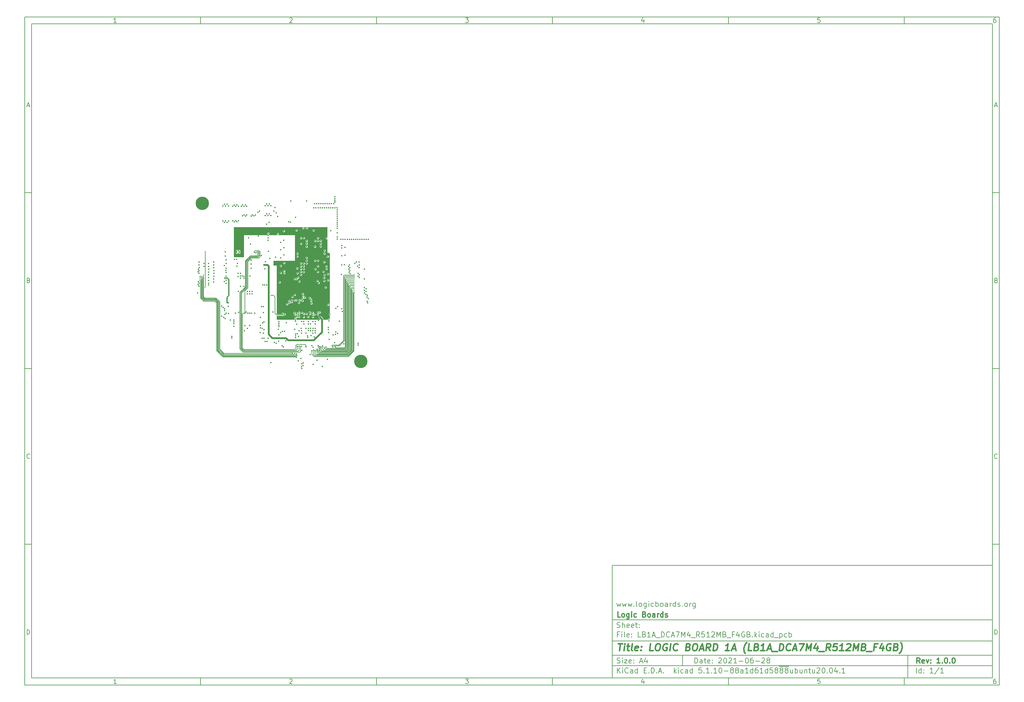
<source format=gbr>
%TF.GenerationSoftware,KiCad,Pcbnew,5.1.10-88a1d61d58~88~ubuntu20.04.1*%
%TF.CreationDate,2021-06-28T11:18:36+05:30*%
%TF.ProjectId,LB1A_DCA7M4_R512MB_F4GB,4c423141-5f44-4434-9137-4d345f523531,1.0.0*%
%TF.SameCoordinates,Original*%
%TF.FileFunction,Copper,L5,Inr*%
%TF.FilePolarity,Positive*%
%FSLAX46Y46*%
G04 Gerber Fmt 4.6, Leading zero omitted, Abs format (unit mm)*
G04 Created by KiCad (PCBNEW 5.1.10-88a1d61d58~88~ubuntu20.04.1) date 2021-06-28 11:18:36*
%MOMM*%
%LPD*%
G01*
G04 APERTURE LIST*
%ADD10C,0.100000*%
%ADD11C,0.150000*%
%ADD12C,0.300000*%
%ADD13C,0.400000*%
%TA.AperFunction,ComponentPad*%
%ADD14C,3.800000*%
%TD*%
%TA.AperFunction,ViaPad*%
%ADD15C,0.400050*%
%TD*%
%TA.AperFunction,ViaPad*%
%ADD16C,0.275590*%
%TD*%
%TA.AperFunction,Conductor*%
%ADD17C,0.152400*%
%TD*%
%TA.AperFunction,Conductor*%
%ADD18C,0.508000*%
%TD*%
%TA.AperFunction,Conductor*%
%ADD19C,0.300000*%
%TD*%
%TA.AperFunction,Conductor*%
%ADD20C,0.090000*%
%TD*%
%TA.AperFunction,Conductor*%
%ADD21C,0.127000*%
%TD*%
%TA.AperFunction,Conductor*%
%ADD22C,0.100000*%
%TD*%
%TA.AperFunction,Conductor*%
%ADD23C,0.304800*%
%TD*%
G04 APERTURE END LIST*
D10*
D11*
X177002200Y-166007200D02*
X177002200Y-198007200D01*
X285002200Y-198007200D01*
X285002200Y-166007200D01*
X177002200Y-166007200D01*
D10*
D11*
X10000000Y-10000000D02*
X10000000Y-200007200D01*
X287002200Y-200007200D01*
X287002200Y-10000000D01*
X10000000Y-10000000D01*
D10*
D11*
X12000000Y-12000000D02*
X12000000Y-198007200D01*
X285002200Y-198007200D01*
X285002200Y-12000000D01*
X12000000Y-12000000D01*
D10*
D11*
X60000000Y-12000000D02*
X60000000Y-10000000D01*
D10*
D11*
X110000000Y-12000000D02*
X110000000Y-10000000D01*
D10*
D11*
X160000000Y-12000000D02*
X160000000Y-10000000D01*
D10*
D11*
X210000000Y-12000000D02*
X210000000Y-10000000D01*
D10*
D11*
X260000000Y-12000000D02*
X260000000Y-10000000D01*
D10*
D11*
X36065476Y-11588095D02*
X35322619Y-11588095D01*
X35694047Y-11588095D02*
X35694047Y-10288095D01*
X35570238Y-10473809D01*
X35446428Y-10597619D01*
X35322619Y-10659523D01*
D10*
D11*
X85322619Y-10411904D02*
X85384523Y-10350000D01*
X85508333Y-10288095D01*
X85817857Y-10288095D01*
X85941666Y-10350000D01*
X86003571Y-10411904D01*
X86065476Y-10535714D01*
X86065476Y-10659523D01*
X86003571Y-10845238D01*
X85260714Y-11588095D01*
X86065476Y-11588095D01*
D10*
D11*
X135260714Y-10288095D02*
X136065476Y-10288095D01*
X135632142Y-10783333D01*
X135817857Y-10783333D01*
X135941666Y-10845238D01*
X136003571Y-10907142D01*
X136065476Y-11030952D01*
X136065476Y-11340476D01*
X136003571Y-11464285D01*
X135941666Y-11526190D01*
X135817857Y-11588095D01*
X135446428Y-11588095D01*
X135322619Y-11526190D01*
X135260714Y-11464285D01*
D10*
D11*
X185941666Y-10721428D02*
X185941666Y-11588095D01*
X185632142Y-10226190D02*
X185322619Y-11154761D01*
X186127380Y-11154761D01*
D10*
D11*
X236003571Y-10288095D02*
X235384523Y-10288095D01*
X235322619Y-10907142D01*
X235384523Y-10845238D01*
X235508333Y-10783333D01*
X235817857Y-10783333D01*
X235941666Y-10845238D01*
X236003571Y-10907142D01*
X236065476Y-11030952D01*
X236065476Y-11340476D01*
X236003571Y-11464285D01*
X235941666Y-11526190D01*
X235817857Y-11588095D01*
X235508333Y-11588095D01*
X235384523Y-11526190D01*
X235322619Y-11464285D01*
D10*
D11*
X285941666Y-10288095D02*
X285694047Y-10288095D01*
X285570238Y-10350000D01*
X285508333Y-10411904D01*
X285384523Y-10597619D01*
X285322619Y-10845238D01*
X285322619Y-11340476D01*
X285384523Y-11464285D01*
X285446428Y-11526190D01*
X285570238Y-11588095D01*
X285817857Y-11588095D01*
X285941666Y-11526190D01*
X286003571Y-11464285D01*
X286065476Y-11340476D01*
X286065476Y-11030952D01*
X286003571Y-10907142D01*
X285941666Y-10845238D01*
X285817857Y-10783333D01*
X285570238Y-10783333D01*
X285446428Y-10845238D01*
X285384523Y-10907142D01*
X285322619Y-11030952D01*
D10*
D11*
X60000000Y-198007200D02*
X60000000Y-200007200D01*
D10*
D11*
X110000000Y-198007200D02*
X110000000Y-200007200D01*
D10*
D11*
X160000000Y-198007200D02*
X160000000Y-200007200D01*
D10*
D11*
X210000000Y-198007200D02*
X210000000Y-200007200D01*
D10*
D11*
X260000000Y-198007200D02*
X260000000Y-200007200D01*
D10*
D11*
X36065476Y-199595295D02*
X35322619Y-199595295D01*
X35694047Y-199595295D02*
X35694047Y-198295295D01*
X35570238Y-198481009D01*
X35446428Y-198604819D01*
X35322619Y-198666723D01*
D10*
D11*
X85322619Y-198419104D02*
X85384523Y-198357200D01*
X85508333Y-198295295D01*
X85817857Y-198295295D01*
X85941666Y-198357200D01*
X86003571Y-198419104D01*
X86065476Y-198542914D01*
X86065476Y-198666723D01*
X86003571Y-198852438D01*
X85260714Y-199595295D01*
X86065476Y-199595295D01*
D10*
D11*
X135260714Y-198295295D02*
X136065476Y-198295295D01*
X135632142Y-198790533D01*
X135817857Y-198790533D01*
X135941666Y-198852438D01*
X136003571Y-198914342D01*
X136065476Y-199038152D01*
X136065476Y-199347676D01*
X136003571Y-199471485D01*
X135941666Y-199533390D01*
X135817857Y-199595295D01*
X135446428Y-199595295D01*
X135322619Y-199533390D01*
X135260714Y-199471485D01*
D10*
D11*
X185941666Y-198728628D02*
X185941666Y-199595295D01*
X185632142Y-198233390D02*
X185322619Y-199161961D01*
X186127380Y-199161961D01*
D10*
D11*
X236003571Y-198295295D02*
X235384523Y-198295295D01*
X235322619Y-198914342D01*
X235384523Y-198852438D01*
X235508333Y-198790533D01*
X235817857Y-198790533D01*
X235941666Y-198852438D01*
X236003571Y-198914342D01*
X236065476Y-199038152D01*
X236065476Y-199347676D01*
X236003571Y-199471485D01*
X235941666Y-199533390D01*
X235817857Y-199595295D01*
X235508333Y-199595295D01*
X235384523Y-199533390D01*
X235322619Y-199471485D01*
D10*
D11*
X285941666Y-198295295D02*
X285694047Y-198295295D01*
X285570238Y-198357200D01*
X285508333Y-198419104D01*
X285384523Y-198604819D01*
X285322619Y-198852438D01*
X285322619Y-199347676D01*
X285384523Y-199471485D01*
X285446428Y-199533390D01*
X285570238Y-199595295D01*
X285817857Y-199595295D01*
X285941666Y-199533390D01*
X286003571Y-199471485D01*
X286065476Y-199347676D01*
X286065476Y-199038152D01*
X286003571Y-198914342D01*
X285941666Y-198852438D01*
X285817857Y-198790533D01*
X285570238Y-198790533D01*
X285446428Y-198852438D01*
X285384523Y-198914342D01*
X285322619Y-199038152D01*
D10*
D11*
X10000000Y-60000000D02*
X12000000Y-60000000D01*
D10*
D11*
X10000000Y-110000000D02*
X12000000Y-110000000D01*
D10*
D11*
X10000000Y-160000000D02*
X12000000Y-160000000D01*
D10*
D11*
X10690476Y-35216666D02*
X11309523Y-35216666D01*
X10566666Y-35588095D02*
X11000000Y-34288095D01*
X11433333Y-35588095D01*
D10*
D11*
X11092857Y-84907142D02*
X11278571Y-84969047D01*
X11340476Y-85030952D01*
X11402380Y-85154761D01*
X11402380Y-85340476D01*
X11340476Y-85464285D01*
X11278571Y-85526190D01*
X11154761Y-85588095D01*
X10659523Y-85588095D01*
X10659523Y-84288095D01*
X11092857Y-84288095D01*
X11216666Y-84350000D01*
X11278571Y-84411904D01*
X11340476Y-84535714D01*
X11340476Y-84659523D01*
X11278571Y-84783333D01*
X11216666Y-84845238D01*
X11092857Y-84907142D01*
X10659523Y-84907142D01*
D10*
D11*
X11402380Y-135464285D02*
X11340476Y-135526190D01*
X11154761Y-135588095D01*
X11030952Y-135588095D01*
X10845238Y-135526190D01*
X10721428Y-135402380D01*
X10659523Y-135278571D01*
X10597619Y-135030952D01*
X10597619Y-134845238D01*
X10659523Y-134597619D01*
X10721428Y-134473809D01*
X10845238Y-134350000D01*
X11030952Y-134288095D01*
X11154761Y-134288095D01*
X11340476Y-134350000D01*
X11402380Y-134411904D01*
D10*
D11*
X10659523Y-185588095D02*
X10659523Y-184288095D01*
X10969047Y-184288095D01*
X11154761Y-184350000D01*
X11278571Y-184473809D01*
X11340476Y-184597619D01*
X11402380Y-184845238D01*
X11402380Y-185030952D01*
X11340476Y-185278571D01*
X11278571Y-185402380D01*
X11154761Y-185526190D01*
X10969047Y-185588095D01*
X10659523Y-185588095D01*
D10*
D11*
X287002200Y-60000000D02*
X285002200Y-60000000D01*
D10*
D11*
X287002200Y-110000000D02*
X285002200Y-110000000D01*
D10*
D11*
X287002200Y-160000000D02*
X285002200Y-160000000D01*
D10*
D11*
X285692676Y-35216666D02*
X286311723Y-35216666D01*
X285568866Y-35588095D02*
X286002200Y-34288095D01*
X286435533Y-35588095D01*
D10*
D11*
X286095057Y-84907142D02*
X286280771Y-84969047D01*
X286342676Y-85030952D01*
X286404580Y-85154761D01*
X286404580Y-85340476D01*
X286342676Y-85464285D01*
X286280771Y-85526190D01*
X286156961Y-85588095D01*
X285661723Y-85588095D01*
X285661723Y-84288095D01*
X286095057Y-84288095D01*
X286218866Y-84350000D01*
X286280771Y-84411904D01*
X286342676Y-84535714D01*
X286342676Y-84659523D01*
X286280771Y-84783333D01*
X286218866Y-84845238D01*
X286095057Y-84907142D01*
X285661723Y-84907142D01*
D10*
D11*
X286404580Y-135464285D02*
X286342676Y-135526190D01*
X286156961Y-135588095D01*
X286033152Y-135588095D01*
X285847438Y-135526190D01*
X285723628Y-135402380D01*
X285661723Y-135278571D01*
X285599819Y-135030952D01*
X285599819Y-134845238D01*
X285661723Y-134597619D01*
X285723628Y-134473809D01*
X285847438Y-134350000D01*
X286033152Y-134288095D01*
X286156961Y-134288095D01*
X286342676Y-134350000D01*
X286404580Y-134411904D01*
D10*
D11*
X285661723Y-185588095D02*
X285661723Y-184288095D01*
X285971247Y-184288095D01*
X286156961Y-184350000D01*
X286280771Y-184473809D01*
X286342676Y-184597619D01*
X286404580Y-184845238D01*
X286404580Y-185030952D01*
X286342676Y-185278571D01*
X286280771Y-185402380D01*
X286156961Y-185526190D01*
X285971247Y-185588095D01*
X285661723Y-185588095D01*
D10*
D11*
X200434342Y-193785771D02*
X200434342Y-192285771D01*
X200791485Y-192285771D01*
X201005771Y-192357200D01*
X201148628Y-192500057D01*
X201220057Y-192642914D01*
X201291485Y-192928628D01*
X201291485Y-193142914D01*
X201220057Y-193428628D01*
X201148628Y-193571485D01*
X201005771Y-193714342D01*
X200791485Y-193785771D01*
X200434342Y-193785771D01*
X202577200Y-193785771D02*
X202577200Y-193000057D01*
X202505771Y-192857200D01*
X202362914Y-192785771D01*
X202077200Y-192785771D01*
X201934342Y-192857200D01*
X202577200Y-193714342D02*
X202434342Y-193785771D01*
X202077200Y-193785771D01*
X201934342Y-193714342D01*
X201862914Y-193571485D01*
X201862914Y-193428628D01*
X201934342Y-193285771D01*
X202077200Y-193214342D01*
X202434342Y-193214342D01*
X202577200Y-193142914D01*
X203077200Y-192785771D02*
X203648628Y-192785771D01*
X203291485Y-192285771D02*
X203291485Y-193571485D01*
X203362914Y-193714342D01*
X203505771Y-193785771D01*
X203648628Y-193785771D01*
X204720057Y-193714342D02*
X204577200Y-193785771D01*
X204291485Y-193785771D01*
X204148628Y-193714342D01*
X204077200Y-193571485D01*
X204077200Y-193000057D01*
X204148628Y-192857200D01*
X204291485Y-192785771D01*
X204577200Y-192785771D01*
X204720057Y-192857200D01*
X204791485Y-193000057D01*
X204791485Y-193142914D01*
X204077200Y-193285771D01*
X205434342Y-193642914D02*
X205505771Y-193714342D01*
X205434342Y-193785771D01*
X205362914Y-193714342D01*
X205434342Y-193642914D01*
X205434342Y-193785771D01*
X205434342Y-192857200D02*
X205505771Y-192928628D01*
X205434342Y-193000057D01*
X205362914Y-192928628D01*
X205434342Y-192857200D01*
X205434342Y-193000057D01*
X207220057Y-192428628D02*
X207291485Y-192357200D01*
X207434342Y-192285771D01*
X207791485Y-192285771D01*
X207934342Y-192357200D01*
X208005771Y-192428628D01*
X208077200Y-192571485D01*
X208077200Y-192714342D01*
X208005771Y-192928628D01*
X207148628Y-193785771D01*
X208077200Y-193785771D01*
X209005771Y-192285771D02*
X209148628Y-192285771D01*
X209291485Y-192357200D01*
X209362914Y-192428628D01*
X209434342Y-192571485D01*
X209505771Y-192857200D01*
X209505771Y-193214342D01*
X209434342Y-193500057D01*
X209362914Y-193642914D01*
X209291485Y-193714342D01*
X209148628Y-193785771D01*
X209005771Y-193785771D01*
X208862914Y-193714342D01*
X208791485Y-193642914D01*
X208720057Y-193500057D01*
X208648628Y-193214342D01*
X208648628Y-192857200D01*
X208720057Y-192571485D01*
X208791485Y-192428628D01*
X208862914Y-192357200D01*
X209005771Y-192285771D01*
X210077200Y-192428628D02*
X210148628Y-192357200D01*
X210291485Y-192285771D01*
X210648628Y-192285771D01*
X210791485Y-192357200D01*
X210862914Y-192428628D01*
X210934342Y-192571485D01*
X210934342Y-192714342D01*
X210862914Y-192928628D01*
X210005771Y-193785771D01*
X210934342Y-193785771D01*
X212362914Y-193785771D02*
X211505771Y-193785771D01*
X211934342Y-193785771D02*
X211934342Y-192285771D01*
X211791485Y-192500057D01*
X211648628Y-192642914D01*
X211505771Y-192714342D01*
X213005771Y-193214342D02*
X214148628Y-193214342D01*
X215148628Y-192285771D02*
X215291485Y-192285771D01*
X215434342Y-192357200D01*
X215505771Y-192428628D01*
X215577200Y-192571485D01*
X215648628Y-192857200D01*
X215648628Y-193214342D01*
X215577200Y-193500057D01*
X215505771Y-193642914D01*
X215434342Y-193714342D01*
X215291485Y-193785771D01*
X215148628Y-193785771D01*
X215005771Y-193714342D01*
X214934342Y-193642914D01*
X214862914Y-193500057D01*
X214791485Y-193214342D01*
X214791485Y-192857200D01*
X214862914Y-192571485D01*
X214934342Y-192428628D01*
X215005771Y-192357200D01*
X215148628Y-192285771D01*
X216934342Y-192285771D02*
X216648628Y-192285771D01*
X216505771Y-192357200D01*
X216434342Y-192428628D01*
X216291485Y-192642914D01*
X216220057Y-192928628D01*
X216220057Y-193500057D01*
X216291485Y-193642914D01*
X216362914Y-193714342D01*
X216505771Y-193785771D01*
X216791485Y-193785771D01*
X216934342Y-193714342D01*
X217005771Y-193642914D01*
X217077200Y-193500057D01*
X217077200Y-193142914D01*
X217005771Y-193000057D01*
X216934342Y-192928628D01*
X216791485Y-192857200D01*
X216505771Y-192857200D01*
X216362914Y-192928628D01*
X216291485Y-193000057D01*
X216220057Y-193142914D01*
X217720057Y-193214342D02*
X218862914Y-193214342D01*
X219505771Y-192428628D02*
X219577200Y-192357200D01*
X219720057Y-192285771D01*
X220077200Y-192285771D01*
X220220057Y-192357200D01*
X220291485Y-192428628D01*
X220362914Y-192571485D01*
X220362914Y-192714342D01*
X220291485Y-192928628D01*
X219434342Y-193785771D01*
X220362914Y-193785771D01*
X221220057Y-192928628D02*
X221077200Y-192857200D01*
X221005771Y-192785771D01*
X220934342Y-192642914D01*
X220934342Y-192571485D01*
X221005771Y-192428628D01*
X221077200Y-192357200D01*
X221220057Y-192285771D01*
X221505771Y-192285771D01*
X221648628Y-192357200D01*
X221720057Y-192428628D01*
X221791485Y-192571485D01*
X221791485Y-192642914D01*
X221720057Y-192785771D01*
X221648628Y-192857200D01*
X221505771Y-192928628D01*
X221220057Y-192928628D01*
X221077200Y-193000057D01*
X221005771Y-193071485D01*
X220934342Y-193214342D01*
X220934342Y-193500057D01*
X221005771Y-193642914D01*
X221077200Y-193714342D01*
X221220057Y-193785771D01*
X221505771Y-193785771D01*
X221648628Y-193714342D01*
X221720057Y-193642914D01*
X221791485Y-193500057D01*
X221791485Y-193214342D01*
X221720057Y-193071485D01*
X221648628Y-193000057D01*
X221505771Y-192928628D01*
D10*
D11*
X177002200Y-194507200D02*
X285002200Y-194507200D01*
D10*
D11*
X178434342Y-196585771D02*
X178434342Y-195085771D01*
X179291485Y-196585771D02*
X178648628Y-195728628D01*
X179291485Y-195085771D02*
X178434342Y-195942914D01*
X179934342Y-196585771D02*
X179934342Y-195585771D01*
X179934342Y-195085771D02*
X179862914Y-195157200D01*
X179934342Y-195228628D01*
X180005771Y-195157200D01*
X179934342Y-195085771D01*
X179934342Y-195228628D01*
X181505771Y-196442914D02*
X181434342Y-196514342D01*
X181220057Y-196585771D01*
X181077200Y-196585771D01*
X180862914Y-196514342D01*
X180720057Y-196371485D01*
X180648628Y-196228628D01*
X180577200Y-195942914D01*
X180577200Y-195728628D01*
X180648628Y-195442914D01*
X180720057Y-195300057D01*
X180862914Y-195157200D01*
X181077200Y-195085771D01*
X181220057Y-195085771D01*
X181434342Y-195157200D01*
X181505771Y-195228628D01*
X182791485Y-196585771D02*
X182791485Y-195800057D01*
X182720057Y-195657200D01*
X182577200Y-195585771D01*
X182291485Y-195585771D01*
X182148628Y-195657200D01*
X182791485Y-196514342D02*
X182648628Y-196585771D01*
X182291485Y-196585771D01*
X182148628Y-196514342D01*
X182077200Y-196371485D01*
X182077200Y-196228628D01*
X182148628Y-196085771D01*
X182291485Y-196014342D01*
X182648628Y-196014342D01*
X182791485Y-195942914D01*
X184148628Y-196585771D02*
X184148628Y-195085771D01*
X184148628Y-196514342D02*
X184005771Y-196585771D01*
X183720057Y-196585771D01*
X183577200Y-196514342D01*
X183505771Y-196442914D01*
X183434342Y-196300057D01*
X183434342Y-195871485D01*
X183505771Y-195728628D01*
X183577200Y-195657200D01*
X183720057Y-195585771D01*
X184005771Y-195585771D01*
X184148628Y-195657200D01*
X186005771Y-195800057D02*
X186505771Y-195800057D01*
X186720057Y-196585771D02*
X186005771Y-196585771D01*
X186005771Y-195085771D01*
X186720057Y-195085771D01*
X187362914Y-196442914D02*
X187434342Y-196514342D01*
X187362914Y-196585771D01*
X187291485Y-196514342D01*
X187362914Y-196442914D01*
X187362914Y-196585771D01*
X188077200Y-196585771D02*
X188077200Y-195085771D01*
X188434342Y-195085771D01*
X188648628Y-195157200D01*
X188791485Y-195300057D01*
X188862914Y-195442914D01*
X188934342Y-195728628D01*
X188934342Y-195942914D01*
X188862914Y-196228628D01*
X188791485Y-196371485D01*
X188648628Y-196514342D01*
X188434342Y-196585771D01*
X188077200Y-196585771D01*
X189577200Y-196442914D02*
X189648628Y-196514342D01*
X189577200Y-196585771D01*
X189505771Y-196514342D01*
X189577200Y-196442914D01*
X189577200Y-196585771D01*
X190220057Y-196157200D02*
X190934342Y-196157200D01*
X190077200Y-196585771D02*
X190577200Y-195085771D01*
X191077200Y-196585771D01*
X191577200Y-196442914D02*
X191648628Y-196514342D01*
X191577200Y-196585771D01*
X191505771Y-196514342D01*
X191577200Y-196442914D01*
X191577200Y-196585771D01*
X194577200Y-196585771D02*
X194577200Y-195085771D01*
X194720057Y-196014342D02*
X195148628Y-196585771D01*
X195148628Y-195585771D02*
X194577200Y-196157200D01*
X195791485Y-196585771D02*
X195791485Y-195585771D01*
X195791485Y-195085771D02*
X195720057Y-195157200D01*
X195791485Y-195228628D01*
X195862914Y-195157200D01*
X195791485Y-195085771D01*
X195791485Y-195228628D01*
X197148628Y-196514342D02*
X197005771Y-196585771D01*
X196720057Y-196585771D01*
X196577200Y-196514342D01*
X196505771Y-196442914D01*
X196434342Y-196300057D01*
X196434342Y-195871485D01*
X196505771Y-195728628D01*
X196577200Y-195657200D01*
X196720057Y-195585771D01*
X197005771Y-195585771D01*
X197148628Y-195657200D01*
X198434342Y-196585771D02*
X198434342Y-195800057D01*
X198362914Y-195657200D01*
X198220057Y-195585771D01*
X197934342Y-195585771D01*
X197791485Y-195657200D01*
X198434342Y-196514342D02*
X198291485Y-196585771D01*
X197934342Y-196585771D01*
X197791485Y-196514342D01*
X197720057Y-196371485D01*
X197720057Y-196228628D01*
X197791485Y-196085771D01*
X197934342Y-196014342D01*
X198291485Y-196014342D01*
X198434342Y-195942914D01*
X199791485Y-196585771D02*
X199791485Y-195085771D01*
X199791485Y-196514342D02*
X199648628Y-196585771D01*
X199362914Y-196585771D01*
X199220057Y-196514342D01*
X199148628Y-196442914D01*
X199077200Y-196300057D01*
X199077200Y-195871485D01*
X199148628Y-195728628D01*
X199220057Y-195657200D01*
X199362914Y-195585771D01*
X199648628Y-195585771D01*
X199791485Y-195657200D01*
X202362914Y-195085771D02*
X201648628Y-195085771D01*
X201577200Y-195800057D01*
X201648628Y-195728628D01*
X201791485Y-195657200D01*
X202148628Y-195657200D01*
X202291485Y-195728628D01*
X202362914Y-195800057D01*
X202434342Y-195942914D01*
X202434342Y-196300057D01*
X202362914Y-196442914D01*
X202291485Y-196514342D01*
X202148628Y-196585771D01*
X201791485Y-196585771D01*
X201648628Y-196514342D01*
X201577200Y-196442914D01*
X203077200Y-196442914D02*
X203148628Y-196514342D01*
X203077200Y-196585771D01*
X203005771Y-196514342D01*
X203077200Y-196442914D01*
X203077200Y-196585771D01*
X204577200Y-196585771D02*
X203720057Y-196585771D01*
X204148628Y-196585771D02*
X204148628Y-195085771D01*
X204005771Y-195300057D01*
X203862914Y-195442914D01*
X203720057Y-195514342D01*
X205220057Y-196442914D02*
X205291485Y-196514342D01*
X205220057Y-196585771D01*
X205148628Y-196514342D01*
X205220057Y-196442914D01*
X205220057Y-196585771D01*
X206720057Y-196585771D02*
X205862914Y-196585771D01*
X206291485Y-196585771D02*
X206291485Y-195085771D01*
X206148628Y-195300057D01*
X206005771Y-195442914D01*
X205862914Y-195514342D01*
X207648628Y-195085771D02*
X207791485Y-195085771D01*
X207934342Y-195157200D01*
X208005771Y-195228628D01*
X208077200Y-195371485D01*
X208148628Y-195657200D01*
X208148628Y-196014342D01*
X208077200Y-196300057D01*
X208005771Y-196442914D01*
X207934342Y-196514342D01*
X207791485Y-196585771D01*
X207648628Y-196585771D01*
X207505771Y-196514342D01*
X207434342Y-196442914D01*
X207362914Y-196300057D01*
X207291485Y-196014342D01*
X207291485Y-195657200D01*
X207362914Y-195371485D01*
X207434342Y-195228628D01*
X207505771Y-195157200D01*
X207648628Y-195085771D01*
X208791485Y-196014342D02*
X209934342Y-196014342D01*
X210862914Y-195728628D02*
X210720057Y-195657200D01*
X210648628Y-195585771D01*
X210577200Y-195442914D01*
X210577200Y-195371485D01*
X210648628Y-195228628D01*
X210720057Y-195157200D01*
X210862914Y-195085771D01*
X211148628Y-195085771D01*
X211291485Y-195157200D01*
X211362914Y-195228628D01*
X211434342Y-195371485D01*
X211434342Y-195442914D01*
X211362914Y-195585771D01*
X211291485Y-195657200D01*
X211148628Y-195728628D01*
X210862914Y-195728628D01*
X210720057Y-195800057D01*
X210648628Y-195871485D01*
X210577200Y-196014342D01*
X210577200Y-196300057D01*
X210648628Y-196442914D01*
X210720057Y-196514342D01*
X210862914Y-196585771D01*
X211148628Y-196585771D01*
X211291485Y-196514342D01*
X211362914Y-196442914D01*
X211434342Y-196300057D01*
X211434342Y-196014342D01*
X211362914Y-195871485D01*
X211291485Y-195800057D01*
X211148628Y-195728628D01*
X212291485Y-195728628D02*
X212148628Y-195657200D01*
X212077200Y-195585771D01*
X212005771Y-195442914D01*
X212005771Y-195371485D01*
X212077200Y-195228628D01*
X212148628Y-195157200D01*
X212291485Y-195085771D01*
X212577200Y-195085771D01*
X212720057Y-195157200D01*
X212791485Y-195228628D01*
X212862914Y-195371485D01*
X212862914Y-195442914D01*
X212791485Y-195585771D01*
X212720057Y-195657200D01*
X212577200Y-195728628D01*
X212291485Y-195728628D01*
X212148628Y-195800057D01*
X212077200Y-195871485D01*
X212005771Y-196014342D01*
X212005771Y-196300057D01*
X212077200Y-196442914D01*
X212148628Y-196514342D01*
X212291485Y-196585771D01*
X212577200Y-196585771D01*
X212720057Y-196514342D01*
X212791485Y-196442914D01*
X212862914Y-196300057D01*
X212862914Y-196014342D01*
X212791485Y-195871485D01*
X212720057Y-195800057D01*
X212577200Y-195728628D01*
X214148628Y-196585771D02*
X214148628Y-195800057D01*
X214077200Y-195657200D01*
X213934342Y-195585771D01*
X213648628Y-195585771D01*
X213505771Y-195657200D01*
X214148628Y-196514342D02*
X214005771Y-196585771D01*
X213648628Y-196585771D01*
X213505771Y-196514342D01*
X213434342Y-196371485D01*
X213434342Y-196228628D01*
X213505771Y-196085771D01*
X213648628Y-196014342D01*
X214005771Y-196014342D01*
X214148628Y-195942914D01*
X215648628Y-196585771D02*
X214791485Y-196585771D01*
X215220057Y-196585771D02*
X215220057Y-195085771D01*
X215077200Y-195300057D01*
X214934342Y-195442914D01*
X214791485Y-195514342D01*
X216934342Y-196585771D02*
X216934342Y-195085771D01*
X216934342Y-196514342D02*
X216791485Y-196585771D01*
X216505771Y-196585771D01*
X216362914Y-196514342D01*
X216291485Y-196442914D01*
X216220057Y-196300057D01*
X216220057Y-195871485D01*
X216291485Y-195728628D01*
X216362914Y-195657200D01*
X216505771Y-195585771D01*
X216791485Y-195585771D01*
X216934342Y-195657200D01*
X218291485Y-195085771D02*
X218005771Y-195085771D01*
X217862914Y-195157200D01*
X217791485Y-195228628D01*
X217648628Y-195442914D01*
X217577200Y-195728628D01*
X217577200Y-196300057D01*
X217648628Y-196442914D01*
X217720057Y-196514342D01*
X217862914Y-196585771D01*
X218148628Y-196585771D01*
X218291485Y-196514342D01*
X218362914Y-196442914D01*
X218434342Y-196300057D01*
X218434342Y-195942914D01*
X218362914Y-195800057D01*
X218291485Y-195728628D01*
X218148628Y-195657200D01*
X217862914Y-195657200D01*
X217720057Y-195728628D01*
X217648628Y-195800057D01*
X217577200Y-195942914D01*
X219862914Y-196585771D02*
X219005771Y-196585771D01*
X219434342Y-196585771D02*
X219434342Y-195085771D01*
X219291485Y-195300057D01*
X219148628Y-195442914D01*
X219005771Y-195514342D01*
X221148628Y-196585771D02*
X221148628Y-195085771D01*
X221148628Y-196514342D02*
X221005771Y-196585771D01*
X220720057Y-196585771D01*
X220577200Y-196514342D01*
X220505771Y-196442914D01*
X220434342Y-196300057D01*
X220434342Y-195871485D01*
X220505771Y-195728628D01*
X220577200Y-195657200D01*
X220720057Y-195585771D01*
X221005771Y-195585771D01*
X221148628Y-195657200D01*
X222577200Y-195085771D02*
X221862914Y-195085771D01*
X221791485Y-195800057D01*
X221862914Y-195728628D01*
X222005771Y-195657200D01*
X222362914Y-195657200D01*
X222505771Y-195728628D01*
X222577200Y-195800057D01*
X222648628Y-195942914D01*
X222648628Y-196300057D01*
X222577200Y-196442914D01*
X222505771Y-196514342D01*
X222362914Y-196585771D01*
X222005771Y-196585771D01*
X221862914Y-196514342D01*
X221791485Y-196442914D01*
X223505771Y-195728628D02*
X223362914Y-195657200D01*
X223291485Y-195585771D01*
X223220057Y-195442914D01*
X223220057Y-195371485D01*
X223291485Y-195228628D01*
X223362914Y-195157200D01*
X223505771Y-195085771D01*
X223791485Y-195085771D01*
X223934342Y-195157200D01*
X224005771Y-195228628D01*
X224077200Y-195371485D01*
X224077200Y-195442914D01*
X224005771Y-195585771D01*
X223934342Y-195657200D01*
X223791485Y-195728628D01*
X223505771Y-195728628D01*
X223362914Y-195800057D01*
X223291485Y-195871485D01*
X223220057Y-196014342D01*
X223220057Y-196300057D01*
X223291485Y-196442914D01*
X223362914Y-196514342D01*
X223505771Y-196585771D01*
X223791485Y-196585771D01*
X223934342Y-196514342D01*
X224005771Y-196442914D01*
X224077200Y-196300057D01*
X224077200Y-196014342D01*
X224005771Y-195871485D01*
X223934342Y-195800057D01*
X223791485Y-195728628D01*
X224362914Y-194677200D02*
X225791485Y-194677200D01*
X224934342Y-195728628D02*
X224791485Y-195657200D01*
X224720057Y-195585771D01*
X224648628Y-195442914D01*
X224648628Y-195371485D01*
X224720057Y-195228628D01*
X224791485Y-195157200D01*
X224934342Y-195085771D01*
X225220057Y-195085771D01*
X225362914Y-195157200D01*
X225434342Y-195228628D01*
X225505771Y-195371485D01*
X225505771Y-195442914D01*
X225434342Y-195585771D01*
X225362914Y-195657200D01*
X225220057Y-195728628D01*
X224934342Y-195728628D01*
X224791485Y-195800057D01*
X224720057Y-195871485D01*
X224648628Y-196014342D01*
X224648628Y-196300057D01*
X224720057Y-196442914D01*
X224791485Y-196514342D01*
X224934342Y-196585771D01*
X225220057Y-196585771D01*
X225362914Y-196514342D01*
X225434342Y-196442914D01*
X225505771Y-196300057D01*
X225505771Y-196014342D01*
X225434342Y-195871485D01*
X225362914Y-195800057D01*
X225220057Y-195728628D01*
X225791485Y-194677200D02*
X227220057Y-194677200D01*
X226362914Y-195728628D02*
X226220057Y-195657200D01*
X226148628Y-195585771D01*
X226077199Y-195442914D01*
X226077199Y-195371485D01*
X226148628Y-195228628D01*
X226220057Y-195157200D01*
X226362914Y-195085771D01*
X226648628Y-195085771D01*
X226791485Y-195157200D01*
X226862914Y-195228628D01*
X226934342Y-195371485D01*
X226934342Y-195442914D01*
X226862914Y-195585771D01*
X226791485Y-195657200D01*
X226648628Y-195728628D01*
X226362914Y-195728628D01*
X226220057Y-195800057D01*
X226148628Y-195871485D01*
X226077199Y-196014342D01*
X226077199Y-196300057D01*
X226148628Y-196442914D01*
X226220057Y-196514342D01*
X226362914Y-196585771D01*
X226648628Y-196585771D01*
X226791485Y-196514342D01*
X226862914Y-196442914D01*
X226934342Y-196300057D01*
X226934342Y-196014342D01*
X226862914Y-195871485D01*
X226791485Y-195800057D01*
X226648628Y-195728628D01*
X228220057Y-195585771D02*
X228220057Y-196585771D01*
X227577199Y-195585771D02*
X227577199Y-196371485D01*
X227648628Y-196514342D01*
X227791485Y-196585771D01*
X228005771Y-196585771D01*
X228148628Y-196514342D01*
X228220057Y-196442914D01*
X228934342Y-196585771D02*
X228934342Y-195085771D01*
X228934342Y-195657200D02*
X229077199Y-195585771D01*
X229362914Y-195585771D01*
X229505771Y-195657200D01*
X229577199Y-195728628D01*
X229648628Y-195871485D01*
X229648628Y-196300057D01*
X229577199Y-196442914D01*
X229505771Y-196514342D01*
X229362914Y-196585771D01*
X229077199Y-196585771D01*
X228934342Y-196514342D01*
X230934342Y-195585771D02*
X230934342Y-196585771D01*
X230291485Y-195585771D02*
X230291485Y-196371485D01*
X230362914Y-196514342D01*
X230505771Y-196585771D01*
X230720057Y-196585771D01*
X230862914Y-196514342D01*
X230934342Y-196442914D01*
X231648628Y-195585771D02*
X231648628Y-196585771D01*
X231648628Y-195728628D02*
X231720057Y-195657200D01*
X231862914Y-195585771D01*
X232077199Y-195585771D01*
X232220057Y-195657200D01*
X232291485Y-195800057D01*
X232291485Y-196585771D01*
X232791485Y-195585771D02*
X233362914Y-195585771D01*
X233005771Y-195085771D02*
X233005771Y-196371485D01*
X233077199Y-196514342D01*
X233220057Y-196585771D01*
X233362914Y-196585771D01*
X234505771Y-195585771D02*
X234505771Y-196585771D01*
X233862914Y-195585771D02*
X233862914Y-196371485D01*
X233934342Y-196514342D01*
X234077200Y-196585771D01*
X234291485Y-196585771D01*
X234434342Y-196514342D01*
X234505771Y-196442914D01*
X235148628Y-195228628D02*
X235220057Y-195157200D01*
X235362914Y-195085771D01*
X235720057Y-195085771D01*
X235862914Y-195157200D01*
X235934342Y-195228628D01*
X236005771Y-195371485D01*
X236005771Y-195514342D01*
X235934342Y-195728628D01*
X235077200Y-196585771D01*
X236005771Y-196585771D01*
X236934342Y-195085771D02*
X237077199Y-195085771D01*
X237220057Y-195157200D01*
X237291485Y-195228628D01*
X237362914Y-195371485D01*
X237434342Y-195657200D01*
X237434342Y-196014342D01*
X237362914Y-196300057D01*
X237291485Y-196442914D01*
X237220057Y-196514342D01*
X237077199Y-196585771D01*
X236934342Y-196585771D01*
X236791485Y-196514342D01*
X236720057Y-196442914D01*
X236648628Y-196300057D01*
X236577199Y-196014342D01*
X236577199Y-195657200D01*
X236648628Y-195371485D01*
X236720057Y-195228628D01*
X236791485Y-195157200D01*
X236934342Y-195085771D01*
X238077199Y-196442914D02*
X238148628Y-196514342D01*
X238077199Y-196585771D01*
X238005771Y-196514342D01*
X238077199Y-196442914D01*
X238077199Y-196585771D01*
X239077199Y-195085771D02*
X239220057Y-195085771D01*
X239362914Y-195157200D01*
X239434342Y-195228628D01*
X239505771Y-195371485D01*
X239577199Y-195657200D01*
X239577199Y-196014342D01*
X239505771Y-196300057D01*
X239434342Y-196442914D01*
X239362914Y-196514342D01*
X239220057Y-196585771D01*
X239077199Y-196585771D01*
X238934342Y-196514342D01*
X238862914Y-196442914D01*
X238791485Y-196300057D01*
X238720057Y-196014342D01*
X238720057Y-195657200D01*
X238791485Y-195371485D01*
X238862914Y-195228628D01*
X238934342Y-195157200D01*
X239077199Y-195085771D01*
X240862914Y-195585771D02*
X240862914Y-196585771D01*
X240505771Y-195014342D02*
X240148628Y-196085771D01*
X241077199Y-196085771D01*
X241648628Y-196442914D02*
X241720057Y-196514342D01*
X241648628Y-196585771D01*
X241577199Y-196514342D01*
X241648628Y-196442914D01*
X241648628Y-196585771D01*
X243148628Y-196585771D02*
X242291485Y-196585771D01*
X242720057Y-196585771D02*
X242720057Y-195085771D01*
X242577199Y-195300057D01*
X242434342Y-195442914D01*
X242291485Y-195514342D01*
D10*
D11*
X177002200Y-191507200D02*
X285002200Y-191507200D01*
D10*
D12*
X264411485Y-193785771D02*
X263911485Y-193071485D01*
X263554342Y-193785771D02*
X263554342Y-192285771D01*
X264125771Y-192285771D01*
X264268628Y-192357200D01*
X264340057Y-192428628D01*
X264411485Y-192571485D01*
X264411485Y-192785771D01*
X264340057Y-192928628D01*
X264268628Y-193000057D01*
X264125771Y-193071485D01*
X263554342Y-193071485D01*
X265625771Y-193714342D02*
X265482914Y-193785771D01*
X265197200Y-193785771D01*
X265054342Y-193714342D01*
X264982914Y-193571485D01*
X264982914Y-193000057D01*
X265054342Y-192857200D01*
X265197200Y-192785771D01*
X265482914Y-192785771D01*
X265625771Y-192857200D01*
X265697200Y-193000057D01*
X265697200Y-193142914D01*
X264982914Y-193285771D01*
X266197200Y-192785771D02*
X266554342Y-193785771D01*
X266911485Y-192785771D01*
X267482914Y-193642914D02*
X267554342Y-193714342D01*
X267482914Y-193785771D01*
X267411485Y-193714342D01*
X267482914Y-193642914D01*
X267482914Y-193785771D01*
X267482914Y-192857200D02*
X267554342Y-192928628D01*
X267482914Y-193000057D01*
X267411485Y-192928628D01*
X267482914Y-192857200D01*
X267482914Y-193000057D01*
X270125771Y-193785771D02*
X269268628Y-193785771D01*
X269697200Y-193785771D02*
X269697200Y-192285771D01*
X269554342Y-192500057D01*
X269411485Y-192642914D01*
X269268628Y-192714342D01*
X270768628Y-193642914D02*
X270840057Y-193714342D01*
X270768628Y-193785771D01*
X270697200Y-193714342D01*
X270768628Y-193642914D01*
X270768628Y-193785771D01*
X271768628Y-192285771D02*
X271911485Y-192285771D01*
X272054342Y-192357200D01*
X272125771Y-192428628D01*
X272197200Y-192571485D01*
X272268628Y-192857200D01*
X272268628Y-193214342D01*
X272197200Y-193500057D01*
X272125771Y-193642914D01*
X272054342Y-193714342D01*
X271911485Y-193785771D01*
X271768628Y-193785771D01*
X271625771Y-193714342D01*
X271554342Y-193642914D01*
X271482914Y-193500057D01*
X271411485Y-193214342D01*
X271411485Y-192857200D01*
X271482914Y-192571485D01*
X271554342Y-192428628D01*
X271625771Y-192357200D01*
X271768628Y-192285771D01*
X272911485Y-193642914D02*
X272982914Y-193714342D01*
X272911485Y-193785771D01*
X272840057Y-193714342D01*
X272911485Y-193642914D01*
X272911485Y-193785771D01*
X273911485Y-192285771D02*
X274054342Y-192285771D01*
X274197200Y-192357200D01*
X274268628Y-192428628D01*
X274340057Y-192571485D01*
X274411485Y-192857200D01*
X274411485Y-193214342D01*
X274340057Y-193500057D01*
X274268628Y-193642914D01*
X274197200Y-193714342D01*
X274054342Y-193785771D01*
X273911485Y-193785771D01*
X273768628Y-193714342D01*
X273697200Y-193642914D01*
X273625771Y-193500057D01*
X273554342Y-193214342D01*
X273554342Y-192857200D01*
X273625771Y-192571485D01*
X273697200Y-192428628D01*
X273768628Y-192357200D01*
X273911485Y-192285771D01*
D10*
D11*
X178362914Y-193714342D02*
X178577200Y-193785771D01*
X178934342Y-193785771D01*
X179077200Y-193714342D01*
X179148628Y-193642914D01*
X179220057Y-193500057D01*
X179220057Y-193357200D01*
X179148628Y-193214342D01*
X179077200Y-193142914D01*
X178934342Y-193071485D01*
X178648628Y-193000057D01*
X178505771Y-192928628D01*
X178434342Y-192857200D01*
X178362914Y-192714342D01*
X178362914Y-192571485D01*
X178434342Y-192428628D01*
X178505771Y-192357200D01*
X178648628Y-192285771D01*
X179005771Y-192285771D01*
X179220057Y-192357200D01*
X179862914Y-193785771D02*
X179862914Y-192785771D01*
X179862914Y-192285771D02*
X179791485Y-192357200D01*
X179862914Y-192428628D01*
X179934342Y-192357200D01*
X179862914Y-192285771D01*
X179862914Y-192428628D01*
X180434342Y-192785771D02*
X181220057Y-192785771D01*
X180434342Y-193785771D01*
X181220057Y-193785771D01*
X182362914Y-193714342D02*
X182220057Y-193785771D01*
X181934342Y-193785771D01*
X181791485Y-193714342D01*
X181720057Y-193571485D01*
X181720057Y-193000057D01*
X181791485Y-192857200D01*
X181934342Y-192785771D01*
X182220057Y-192785771D01*
X182362914Y-192857200D01*
X182434342Y-193000057D01*
X182434342Y-193142914D01*
X181720057Y-193285771D01*
X183077200Y-193642914D02*
X183148628Y-193714342D01*
X183077200Y-193785771D01*
X183005771Y-193714342D01*
X183077200Y-193642914D01*
X183077200Y-193785771D01*
X183077200Y-192857200D02*
X183148628Y-192928628D01*
X183077200Y-193000057D01*
X183005771Y-192928628D01*
X183077200Y-192857200D01*
X183077200Y-193000057D01*
X184862914Y-193357200D02*
X185577200Y-193357200D01*
X184720057Y-193785771D02*
X185220057Y-192285771D01*
X185720057Y-193785771D01*
X186862914Y-192785771D02*
X186862914Y-193785771D01*
X186505771Y-192214342D02*
X186148628Y-193285771D01*
X187077200Y-193285771D01*
D10*
D11*
X263434342Y-196585771D02*
X263434342Y-195085771D01*
X264791485Y-196585771D02*
X264791485Y-195085771D01*
X264791485Y-196514342D02*
X264648628Y-196585771D01*
X264362914Y-196585771D01*
X264220057Y-196514342D01*
X264148628Y-196442914D01*
X264077200Y-196300057D01*
X264077200Y-195871485D01*
X264148628Y-195728628D01*
X264220057Y-195657200D01*
X264362914Y-195585771D01*
X264648628Y-195585771D01*
X264791485Y-195657200D01*
X265505771Y-196442914D02*
X265577200Y-196514342D01*
X265505771Y-196585771D01*
X265434342Y-196514342D01*
X265505771Y-196442914D01*
X265505771Y-196585771D01*
X265505771Y-195657200D02*
X265577200Y-195728628D01*
X265505771Y-195800057D01*
X265434342Y-195728628D01*
X265505771Y-195657200D01*
X265505771Y-195800057D01*
X268148628Y-196585771D02*
X267291485Y-196585771D01*
X267720057Y-196585771D02*
X267720057Y-195085771D01*
X267577200Y-195300057D01*
X267434342Y-195442914D01*
X267291485Y-195514342D01*
X269862914Y-195014342D02*
X268577200Y-196942914D01*
X271148628Y-196585771D02*
X270291485Y-196585771D01*
X270720057Y-196585771D02*
X270720057Y-195085771D01*
X270577200Y-195300057D01*
X270434342Y-195442914D01*
X270291485Y-195514342D01*
D10*
D11*
X177002200Y-187507200D02*
X285002200Y-187507200D01*
D10*
D13*
X178714580Y-188211961D02*
X179857438Y-188211961D01*
X179036009Y-190211961D02*
X179286009Y-188211961D01*
X180274104Y-190211961D02*
X180440771Y-188878628D01*
X180524104Y-188211961D02*
X180416961Y-188307200D01*
X180500295Y-188402438D01*
X180607438Y-188307200D01*
X180524104Y-188211961D01*
X180500295Y-188402438D01*
X181107438Y-188878628D02*
X181869342Y-188878628D01*
X181476485Y-188211961D02*
X181262200Y-189926247D01*
X181333628Y-190116723D01*
X181512200Y-190211961D01*
X181702676Y-190211961D01*
X182655057Y-190211961D02*
X182476485Y-190116723D01*
X182405057Y-189926247D01*
X182619342Y-188211961D01*
X184190771Y-190116723D02*
X183988390Y-190211961D01*
X183607438Y-190211961D01*
X183428866Y-190116723D01*
X183357438Y-189926247D01*
X183452676Y-189164342D01*
X183571723Y-188973866D01*
X183774104Y-188878628D01*
X184155057Y-188878628D01*
X184333628Y-188973866D01*
X184405057Y-189164342D01*
X184381247Y-189354819D01*
X183405057Y-189545295D01*
X185155057Y-190021485D02*
X185238390Y-190116723D01*
X185131247Y-190211961D01*
X185047914Y-190116723D01*
X185155057Y-190021485D01*
X185131247Y-190211961D01*
X185286009Y-188973866D02*
X185369342Y-189069104D01*
X185262200Y-189164342D01*
X185178866Y-189069104D01*
X185286009Y-188973866D01*
X185262200Y-189164342D01*
X188559819Y-190211961D02*
X187607438Y-190211961D01*
X187857438Y-188211961D01*
X189857438Y-188211961D02*
X190238390Y-188211961D01*
X190416961Y-188307200D01*
X190583628Y-188497676D01*
X190631247Y-188878628D01*
X190547914Y-189545295D01*
X190405057Y-189926247D01*
X190190771Y-190116723D01*
X189988390Y-190211961D01*
X189607438Y-190211961D01*
X189428866Y-190116723D01*
X189262200Y-189926247D01*
X189214580Y-189545295D01*
X189297914Y-188878628D01*
X189440771Y-188497676D01*
X189655057Y-188307200D01*
X189857438Y-188211961D01*
X192607438Y-188307200D02*
X192428866Y-188211961D01*
X192143152Y-188211961D01*
X191845533Y-188307200D01*
X191631247Y-188497676D01*
X191512200Y-188688152D01*
X191369342Y-189069104D01*
X191333628Y-189354819D01*
X191381247Y-189735771D01*
X191452676Y-189926247D01*
X191619342Y-190116723D01*
X191893152Y-190211961D01*
X192083628Y-190211961D01*
X192381247Y-190116723D01*
X192488390Y-190021485D01*
X192571723Y-189354819D01*
X192190771Y-189354819D01*
X193321723Y-190211961D02*
X193571723Y-188211961D01*
X195440771Y-190021485D02*
X195333628Y-190116723D01*
X195036009Y-190211961D01*
X194845533Y-190211961D01*
X194571723Y-190116723D01*
X194405057Y-189926247D01*
X194333628Y-189735771D01*
X194286009Y-189354819D01*
X194321723Y-189069104D01*
X194464580Y-188688152D01*
X194583628Y-188497676D01*
X194797914Y-188307200D01*
X195095533Y-188211961D01*
X195286009Y-188211961D01*
X195559819Y-188307200D01*
X195643152Y-188402438D01*
X198595533Y-189164342D02*
X198869342Y-189259580D01*
X198952676Y-189354819D01*
X199024104Y-189545295D01*
X198988390Y-189831009D01*
X198869342Y-190021485D01*
X198762200Y-190116723D01*
X198559819Y-190211961D01*
X197797914Y-190211961D01*
X198047914Y-188211961D01*
X198714580Y-188211961D01*
X198893152Y-188307200D01*
X198976485Y-188402438D01*
X199047914Y-188592914D01*
X199024104Y-188783390D01*
X198905057Y-188973866D01*
X198797914Y-189069104D01*
X198595533Y-189164342D01*
X197928866Y-189164342D01*
X200428866Y-188211961D02*
X200809819Y-188211961D01*
X200988390Y-188307200D01*
X201155057Y-188497676D01*
X201202676Y-188878628D01*
X201119342Y-189545295D01*
X200976485Y-189926247D01*
X200762200Y-190116723D01*
X200559819Y-190211961D01*
X200178866Y-190211961D01*
X200000295Y-190116723D01*
X199833628Y-189926247D01*
X199786009Y-189545295D01*
X199869342Y-188878628D01*
X200012200Y-188497676D01*
X200226485Y-188307200D01*
X200428866Y-188211961D01*
X201869342Y-189640533D02*
X202821723Y-189640533D01*
X201607438Y-190211961D02*
X202524104Y-188211961D01*
X202940771Y-190211961D01*
X204750295Y-190211961D02*
X204202676Y-189259580D01*
X203607438Y-190211961D02*
X203857438Y-188211961D01*
X204619342Y-188211961D01*
X204797914Y-188307200D01*
X204881247Y-188402438D01*
X204952676Y-188592914D01*
X204916961Y-188878628D01*
X204797914Y-189069104D01*
X204690771Y-189164342D01*
X204488390Y-189259580D01*
X203726485Y-189259580D01*
X205607438Y-190211961D02*
X205857438Y-188211961D01*
X206333628Y-188211961D01*
X206607438Y-188307200D01*
X206774104Y-188497676D01*
X206845533Y-188688152D01*
X206893152Y-189069104D01*
X206857438Y-189354819D01*
X206714580Y-189735771D01*
X206595533Y-189926247D01*
X206381247Y-190116723D01*
X206083628Y-190211961D01*
X205607438Y-190211961D01*
X210178866Y-190211961D02*
X209036009Y-190211961D01*
X209607438Y-190211961D02*
X209857438Y-188211961D01*
X209631247Y-188497676D01*
X209416961Y-188688152D01*
X209214580Y-188783390D01*
X211012200Y-189640533D02*
X211964580Y-189640533D01*
X210750295Y-190211961D02*
X211666961Y-188211961D01*
X212083628Y-190211961D01*
X214750295Y-190973866D02*
X214666961Y-190878628D01*
X214512200Y-190592914D01*
X214440771Y-190402438D01*
X214381247Y-190116723D01*
X214345533Y-189640533D01*
X214393152Y-189259580D01*
X214547914Y-188783390D01*
X214678866Y-188497676D01*
X214797914Y-188307200D01*
X215024104Y-188021485D01*
X215131247Y-187926247D01*
X216559819Y-190211961D02*
X215607438Y-190211961D01*
X215857438Y-188211961D01*
X218024104Y-189164342D02*
X218297914Y-189259580D01*
X218381247Y-189354819D01*
X218452676Y-189545295D01*
X218416961Y-189831009D01*
X218297914Y-190021485D01*
X218190771Y-190116723D01*
X217988390Y-190211961D01*
X217226485Y-190211961D01*
X217476485Y-188211961D01*
X218143152Y-188211961D01*
X218321723Y-188307200D01*
X218405057Y-188402438D01*
X218476485Y-188592914D01*
X218452676Y-188783390D01*
X218333628Y-188973866D01*
X218226485Y-189069104D01*
X218024104Y-189164342D01*
X217357438Y-189164342D01*
X220274104Y-190211961D02*
X219131247Y-190211961D01*
X219702676Y-190211961D02*
X219952676Y-188211961D01*
X219726485Y-188497676D01*
X219512200Y-188688152D01*
X219309819Y-188783390D01*
X221107438Y-189640533D02*
X222059819Y-189640533D01*
X220845533Y-190211961D02*
X221762200Y-188211961D01*
X222178866Y-190211961D01*
X222345533Y-190402438D02*
X223869342Y-190402438D01*
X224369342Y-190211961D02*
X224619342Y-188211961D01*
X225095533Y-188211961D01*
X225369342Y-188307200D01*
X225536009Y-188497676D01*
X225607438Y-188688152D01*
X225655057Y-189069104D01*
X225619342Y-189354819D01*
X225476485Y-189735771D01*
X225357438Y-189926247D01*
X225143152Y-190116723D01*
X224845533Y-190211961D01*
X224369342Y-190211961D01*
X227536009Y-190021485D02*
X227428866Y-190116723D01*
X227131247Y-190211961D01*
X226940771Y-190211961D01*
X226666961Y-190116723D01*
X226500295Y-189926247D01*
X226428866Y-189735771D01*
X226381247Y-189354819D01*
X226416961Y-189069104D01*
X226559819Y-188688152D01*
X226678866Y-188497676D01*
X226893152Y-188307200D01*
X227190771Y-188211961D01*
X227381247Y-188211961D01*
X227655057Y-188307200D01*
X227738390Y-188402438D01*
X228345533Y-189640533D02*
X229297914Y-189640533D01*
X228083628Y-190211961D02*
X229000295Y-188211961D01*
X229416961Y-190211961D01*
X230143152Y-188211961D02*
X231476485Y-188211961D01*
X230369342Y-190211961D01*
X231988390Y-190211961D02*
X232238390Y-188211961D01*
X232726485Y-189640533D01*
X233571723Y-188211961D01*
X233321723Y-190211961D01*
X235297914Y-188878628D02*
X235131247Y-190211961D01*
X234916961Y-188116723D02*
X234262200Y-189545295D01*
X235500295Y-189545295D01*
X235678866Y-190402438D02*
X237202676Y-190402438D01*
X238845533Y-190211961D02*
X238297914Y-189259580D01*
X237702676Y-190211961D02*
X237952676Y-188211961D01*
X238714580Y-188211961D01*
X238893152Y-188307200D01*
X238976485Y-188402438D01*
X239047914Y-188592914D01*
X239012200Y-188878628D01*
X238893152Y-189069104D01*
X238786009Y-189164342D01*
X238583628Y-189259580D01*
X237821723Y-189259580D01*
X240905057Y-188211961D02*
X239952676Y-188211961D01*
X239738390Y-189164342D01*
X239845533Y-189069104D01*
X240047914Y-188973866D01*
X240524104Y-188973866D01*
X240702676Y-189069104D01*
X240786009Y-189164342D01*
X240857438Y-189354819D01*
X240797914Y-189831009D01*
X240678866Y-190021485D01*
X240571723Y-190116723D01*
X240369342Y-190211961D01*
X239893152Y-190211961D01*
X239714580Y-190116723D01*
X239631247Y-190021485D01*
X242655057Y-190211961D02*
X241512200Y-190211961D01*
X242083628Y-190211961D02*
X242333628Y-188211961D01*
X242107438Y-188497676D01*
X241893152Y-188688152D01*
X241690771Y-188783390D01*
X243643152Y-188402438D02*
X243750295Y-188307200D01*
X243952676Y-188211961D01*
X244428866Y-188211961D01*
X244607438Y-188307200D01*
X244690771Y-188402438D01*
X244762200Y-188592914D01*
X244738390Y-188783390D01*
X244607438Y-189069104D01*
X243321723Y-190211961D01*
X244559819Y-190211961D01*
X245416961Y-190211961D02*
X245666961Y-188211961D01*
X246155057Y-189640533D01*
X247000295Y-188211961D01*
X246750295Y-190211961D01*
X248500295Y-189164342D02*
X248774104Y-189259580D01*
X248857438Y-189354819D01*
X248928866Y-189545295D01*
X248893152Y-189831009D01*
X248774104Y-190021485D01*
X248666961Y-190116723D01*
X248464580Y-190211961D01*
X247702676Y-190211961D01*
X247952676Y-188211961D01*
X248619342Y-188211961D01*
X248797914Y-188307200D01*
X248881247Y-188402438D01*
X248952676Y-188592914D01*
X248928866Y-188783390D01*
X248809819Y-188973866D01*
X248702676Y-189069104D01*
X248500295Y-189164342D01*
X247833628Y-189164342D01*
X249202676Y-190402438D02*
X250726485Y-190402438D01*
X252024104Y-189164342D02*
X251357438Y-189164342D01*
X251226485Y-190211961D02*
X251476485Y-188211961D01*
X252428866Y-188211961D01*
X253964580Y-188878628D02*
X253797914Y-190211961D01*
X253583628Y-188116723D02*
X252928866Y-189545295D01*
X254166961Y-189545295D01*
X256131247Y-188307200D02*
X255952676Y-188211961D01*
X255666961Y-188211961D01*
X255369342Y-188307200D01*
X255155057Y-188497676D01*
X255036009Y-188688152D01*
X254893152Y-189069104D01*
X254857438Y-189354819D01*
X254905057Y-189735771D01*
X254976485Y-189926247D01*
X255143152Y-190116723D01*
X255416961Y-190211961D01*
X255607438Y-190211961D01*
X255905057Y-190116723D01*
X256012200Y-190021485D01*
X256095533Y-189354819D01*
X255714580Y-189354819D01*
X257643152Y-189164342D02*
X257916961Y-189259580D01*
X258000295Y-189354819D01*
X258071723Y-189545295D01*
X258036009Y-189831009D01*
X257916961Y-190021485D01*
X257809819Y-190116723D01*
X257607438Y-190211961D01*
X256845533Y-190211961D01*
X257095533Y-188211961D01*
X257762200Y-188211961D01*
X257940771Y-188307200D01*
X258024104Y-188402438D01*
X258095533Y-188592914D01*
X258071723Y-188783390D01*
X257952676Y-188973866D01*
X257845533Y-189069104D01*
X257643152Y-189164342D01*
X256976485Y-189164342D01*
X258559819Y-190973866D02*
X258666961Y-190878628D01*
X258893152Y-190592914D01*
X259012200Y-190402438D01*
X259143152Y-190116723D01*
X259297914Y-189640533D01*
X259345533Y-189259580D01*
X259309819Y-188783390D01*
X259250295Y-188497676D01*
X259178866Y-188307200D01*
X259024104Y-188021485D01*
X258940771Y-187926247D01*
D10*
D11*
X178934342Y-185600057D02*
X178434342Y-185600057D01*
X178434342Y-186385771D02*
X178434342Y-184885771D01*
X179148628Y-184885771D01*
X179720057Y-186385771D02*
X179720057Y-185385771D01*
X179720057Y-184885771D02*
X179648628Y-184957200D01*
X179720057Y-185028628D01*
X179791485Y-184957200D01*
X179720057Y-184885771D01*
X179720057Y-185028628D01*
X180648628Y-186385771D02*
X180505771Y-186314342D01*
X180434342Y-186171485D01*
X180434342Y-184885771D01*
X181791485Y-186314342D02*
X181648628Y-186385771D01*
X181362914Y-186385771D01*
X181220057Y-186314342D01*
X181148628Y-186171485D01*
X181148628Y-185600057D01*
X181220057Y-185457200D01*
X181362914Y-185385771D01*
X181648628Y-185385771D01*
X181791485Y-185457200D01*
X181862914Y-185600057D01*
X181862914Y-185742914D01*
X181148628Y-185885771D01*
X182505771Y-186242914D02*
X182577200Y-186314342D01*
X182505771Y-186385771D01*
X182434342Y-186314342D01*
X182505771Y-186242914D01*
X182505771Y-186385771D01*
X182505771Y-185457200D02*
X182577200Y-185528628D01*
X182505771Y-185600057D01*
X182434342Y-185528628D01*
X182505771Y-185457200D01*
X182505771Y-185600057D01*
X185077200Y-186385771D02*
X184362914Y-186385771D01*
X184362914Y-184885771D01*
X186077200Y-185600057D02*
X186291485Y-185671485D01*
X186362914Y-185742914D01*
X186434342Y-185885771D01*
X186434342Y-186100057D01*
X186362914Y-186242914D01*
X186291485Y-186314342D01*
X186148628Y-186385771D01*
X185577200Y-186385771D01*
X185577200Y-184885771D01*
X186077200Y-184885771D01*
X186220057Y-184957200D01*
X186291485Y-185028628D01*
X186362914Y-185171485D01*
X186362914Y-185314342D01*
X186291485Y-185457200D01*
X186220057Y-185528628D01*
X186077200Y-185600057D01*
X185577200Y-185600057D01*
X187862914Y-186385771D02*
X187005771Y-186385771D01*
X187434342Y-186385771D02*
X187434342Y-184885771D01*
X187291485Y-185100057D01*
X187148628Y-185242914D01*
X187005771Y-185314342D01*
X188434342Y-185957200D02*
X189148628Y-185957200D01*
X188291485Y-186385771D02*
X188791485Y-184885771D01*
X189291485Y-186385771D01*
X189434342Y-186528628D02*
X190577200Y-186528628D01*
X190934342Y-186385771D02*
X190934342Y-184885771D01*
X191291485Y-184885771D01*
X191505771Y-184957200D01*
X191648628Y-185100057D01*
X191720057Y-185242914D01*
X191791485Y-185528628D01*
X191791485Y-185742914D01*
X191720057Y-186028628D01*
X191648628Y-186171485D01*
X191505771Y-186314342D01*
X191291485Y-186385771D01*
X190934342Y-186385771D01*
X193291485Y-186242914D02*
X193220057Y-186314342D01*
X193005771Y-186385771D01*
X192862914Y-186385771D01*
X192648628Y-186314342D01*
X192505771Y-186171485D01*
X192434342Y-186028628D01*
X192362914Y-185742914D01*
X192362914Y-185528628D01*
X192434342Y-185242914D01*
X192505771Y-185100057D01*
X192648628Y-184957200D01*
X192862914Y-184885771D01*
X193005771Y-184885771D01*
X193220057Y-184957200D01*
X193291485Y-185028628D01*
X193862914Y-185957200D02*
X194577200Y-185957200D01*
X193720057Y-186385771D02*
X194220057Y-184885771D01*
X194720057Y-186385771D01*
X195077200Y-184885771D02*
X196077200Y-184885771D01*
X195434342Y-186385771D01*
X196648628Y-186385771D02*
X196648628Y-184885771D01*
X197148628Y-185957200D01*
X197648628Y-184885771D01*
X197648628Y-186385771D01*
X199005771Y-185385771D02*
X199005771Y-186385771D01*
X198648628Y-184814342D02*
X198291485Y-185885771D01*
X199220057Y-185885771D01*
X199434342Y-186528628D02*
X200577200Y-186528628D01*
X201791485Y-186385771D02*
X201291485Y-185671485D01*
X200934342Y-186385771D02*
X200934342Y-184885771D01*
X201505771Y-184885771D01*
X201648628Y-184957200D01*
X201720057Y-185028628D01*
X201791485Y-185171485D01*
X201791485Y-185385771D01*
X201720057Y-185528628D01*
X201648628Y-185600057D01*
X201505771Y-185671485D01*
X200934342Y-185671485D01*
X203148628Y-184885771D02*
X202434342Y-184885771D01*
X202362914Y-185600057D01*
X202434342Y-185528628D01*
X202577200Y-185457200D01*
X202934342Y-185457200D01*
X203077200Y-185528628D01*
X203148628Y-185600057D01*
X203220057Y-185742914D01*
X203220057Y-186100057D01*
X203148628Y-186242914D01*
X203077200Y-186314342D01*
X202934342Y-186385771D01*
X202577200Y-186385771D01*
X202434342Y-186314342D01*
X202362914Y-186242914D01*
X204648628Y-186385771D02*
X203791485Y-186385771D01*
X204220057Y-186385771D02*
X204220057Y-184885771D01*
X204077200Y-185100057D01*
X203934342Y-185242914D01*
X203791485Y-185314342D01*
X205220057Y-185028628D02*
X205291485Y-184957200D01*
X205434342Y-184885771D01*
X205791485Y-184885771D01*
X205934342Y-184957200D01*
X206005771Y-185028628D01*
X206077200Y-185171485D01*
X206077200Y-185314342D01*
X206005771Y-185528628D01*
X205148628Y-186385771D01*
X206077200Y-186385771D01*
X206720057Y-186385771D02*
X206720057Y-184885771D01*
X207220057Y-185957200D01*
X207720057Y-184885771D01*
X207720057Y-186385771D01*
X208934342Y-185600057D02*
X209148628Y-185671485D01*
X209220057Y-185742914D01*
X209291485Y-185885771D01*
X209291485Y-186100057D01*
X209220057Y-186242914D01*
X209148628Y-186314342D01*
X209005771Y-186385771D01*
X208434342Y-186385771D01*
X208434342Y-184885771D01*
X208934342Y-184885771D01*
X209077200Y-184957200D01*
X209148628Y-185028628D01*
X209220057Y-185171485D01*
X209220057Y-185314342D01*
X209148628Y-185457200D01*
X209077200Y-185528628D01*
X208934342Y-185600057D01*
X208434342Y-185600057D01*
X209577200Y-186528628D02*
X210720057Y-186528628D01*
X211577200Y-185600057D02*
X211077200Y-185600057D01*
X211077200Y-186385771D02*
X211077200Y-184885771D01*
X211791485Y-184885771D01*
X213005771Y-185385771D02*
X213005771Y-186385771D01*
X212648628Y-184814342D02*
X212291485Y-185885771D01*
X213220057Y-185885771D01*
X214577200Y-184957200D02*
X214434342Y-184885771D01*
X214220057Y-184885771D01*
X214005771Y-184957200D01*
X213862914Y-185100057D01*
X213791485Y-185242914D01*
X213720057Y-185528628D01*
X213720057Y-185742914D01*
X213791485Y-186028628D01*
X213862914Y-186171485D01*
X214005771Y-186314342D01*
X214220057Y-186385771D01*
X214362914Y-186385771D01*
X214577200Y-186314342D01*
X214648628Y-186242914D01*
X214648628Y-185742914D01*
X214362914Y-185742914D01*
X215791485Y-185600057D02*
X216005771Y-185671485D01*
X216077200Y-185742914D01*
X216148628Y-185885771D01*
X216148628Y-186100057D01*
X216077200Y-186242914D01*
X216005771Y-186314342D01*
X215862914Y-186385771D01*
X215291485Y-186385771D01*
X215291485Y-184885771D01*
X215791485Y-184885771D01*
X215934342Y-184957200D01*
X216005771Y-185028628D01*
X216077200Y-185171485D01*
X216077200Y-185314342D01*
X216005771Y-185457200D01*
X215934342Y-185528628D01*
X215791485Y-185600057D01*
X215291485Y-185600057D01*
X216791485Y-186242914D02*
X216862914Y-186314342D01*
X216791485Y-186385771D01*
X216720057Y-186314342D01*
X216791485Y-186242914D01*
X216791485Y-186385771D01*
X217505771Y-186385771D02*
X217505771Y-184885771D01*
X217648628Y-185814342D02*
X218077200Y-186385771D01*
X218077200Y-185385771D02*
X217505771Y-185957200D01*
X218720057Y-186385771D02*
X218720057Y-185385771D01*
X218720057Y-184885771D02*
X218648628Y-184957200D01*
X218720057Y-185028628D01*
X218791485Y-184957200D01*
X218720057Y-184885771D01*
X218720057Y-185028628D01*
X220077200Y-186314342D02*
X219934342Y-186385771D01*
X219648628Y-186385771D01*
X219505771Y-186314342D01*
X219434342Y-186242914D01*
X219362914Y-186100057D01*
X219362914Y-185671485D01*
X219434342Y-185528628D01*
X219505771Y-185457200D01*
X219648628Y-185385771D01*
X219934342Y-185385771D01*
X220077200Y-185457200D01*
X221362914Y-186385771D02*
X221362914Y-185600057D01*
X221291485Y-185457200D01*
X221148628Y-185385771D01*
X220862914Y-185385771D01*
X220720057Y-185457200D01*
X221362914Y-186314342D02*
X221220057Y-186385771D01*
X220862914Y-186385771D01*
X220720057Y-186314342D01*
X220648628Y-186171485D01*
X220648628Y-186028628D01*
X220720057Y-185885771D01*
X220862914Y-185814342D01*
X221220057Y-185814342D01*
X221362914Y-185742914D01*
X222720057Y-186385771D02*
X222720057Y-184885771D01*
X222720057Y-186314342D02*
X222577200Y-186385771D01*
X222291485Y-186385771D01*
X222148628Y-186314342D01*
X222077200Y-186242914D01*
X222005771Y-186100057D01*
X222005771Y-185671485D01*
X222077200Y-185528628D01*
X222148628Y-185457200D01*
X222291485Y-185385771D01*
X222577200Y-185385771D01*
X222720057Y-185457200D01*
X223077200Y-186528628D02*
X224220057Y-186528628D01*
X224577200Y-185385771D02*
X224577200Y-186885771D01*
X224577200Y-185457200D02*
X224720057Y-185385771D01*
X225005771Y-185385771D01*
X225148628Y-185457200D01*
X225220057Y-185528628D01*
X225291485Y-185671485D01*
X225291485Y-186100057D01*
X225220057Y-186242914D01*
X225148628Y-186314342D01*
X225005771Y-186385771D01*
X224720057Y-186385771D01*
X224577200Y-186314342D01*
X226577200Y-186314342D02*
X226434342Y-186385771D01*
X226148628Y-186385771D01*
X226005771Y-186314342D01*
X225934342Y-186242914D01*
X225862914Y-186100057D01*
X225862914Y-185671485D01*
X225934342Y-185528628D01*
X226005771Y-185457200D01*
X226148628Y-185385771D01*
X226434342Y-185385771D01*
X226577200Y-185457200D01*
X227220057Y-186385771D02*
X227220057Y-184885771D01*
X227220057Y-185457200D02*
X227362914Y-185385771D01*
X227648628Y-185385771D01*
X227791485Y-185457200D01*
X227862914Y-185528628D01*
X227934342Y-185671485D01*
X227934342Y-186100057D01*
X227862914Y-186242914D01*
X227791485Y-186314342D01*
X227648628Y-186385771D01*
X227362914Y-186385771D01*
X227220057Y-186314342D01*
D10*
D11*
X177002200Y-181507200D02*
X285002200Y-181507200D01*
D10*
D11*
X178362914Y-183614342D02*
X178577200Y-183685771D01*
X178934342Y-183685771D01*
X179077200Y-183614342D01*
X179148628Y-183542914D01*
X179220057Y-183400057D01*
X179220057Y-183257200D01*
X179148628Y-183114342D01*
X179077200Y-183042914D01*
X178934342Y-182971485D01*
X178648628Y-182900057D01*
X178505771Y-182828628D01*
X178434342Y-182757200D01*
X178362914Y-182614342D01*
X178362914Y-182471485D01*
X178434342Y-182328628D01*
X178505771Y-182257200D01*
X178648628Y-182185771D01*
X179005771Y-182185771D01*
X179220057Y-182257200D01*
X179862914Y-183685771D02*
X179862914Y-182185771D01*
X180505771Y-183685771D02*
X180505771Y-182900057D01*
X180434342Y-182757200D01*
X180291485Y-182685771D01*
X180077200Y-182685771D01*
X179934342Y-182757200D01*
X179862914Y-182828628D01*
X181791485Y-183614342D02*
X181648628Y-183685771D01*
X181362914Y-183685771D01*
X181220057Y-183614342D01*
X181148628Y-183471485D01*
X181148628Y-182900057D01*
X181220057Y-182757200D01*
X181362914Y-182685771D01*
X181648628Y-182685771D01*
X181791485Y-182757200D01*
X181862914Y-182900057D01*
X181862914Y-183042914D01*
X181148628Y-183185771D01*
X183077200Y-183614342D02*
X182934342Y-183685771D01*
X182648628Y-183685771D01*
X182505771Y-183614342D01*
X182434342Y-183471485D01*
X182434342Y-182900057D01*
X182505771Y-182757200D01*
X182648628Y-182685771D01*
X182934342Y-182685771D01*
X183077200Y-182757200D01*
X183148628Y-182900057D01*
X183148628Y-183042914D01*
X182434342Y-183185771D01*
X183577200Y-182685771D02*
X184148628Y-182685771D01*
X183791485Y-182185771D02*
X183791485Y-183471485D01*
X183862914Y-183614342D01*
X184005771Y-183685771D01*
X184148628Y-183685771D01*
X184648628Y-183542914D02*
X184720057Y-183614342D01*
X184648628Y-183685771D01*
X184577200Y-183614342D01*
X184648628Y-183542914D01*
X184648628Y-183685771D01*
X184648628Y-182757200D02*
X184720057Y-182828628D01*
X184648628Y-182900057D01*
X184577200Y-182828628D01*
X184648628Y-182757200D01*
X184648628Y-182900057D01*
D10*
D12*
X179268628Y-180685771D02*
X178554342Y-180685771D01*
X178554342Y-179185771D01*
X179982914Y-180685771D02*
X179840057Y-180614342D01*
X179768628Y-180542914D01*
X179697200Y-180400057D01*
X179697200Y-179971485D01*
X179768628Y-179828628D01*
X179840057Y-179757200D01*
X179982914Y-179685771D01*
X180197200Y-179685771D01*
X180340057Y-179757200D01*
X180411485Y-179828628D01*
X180482914Y-179971485D01*
X180482914Y-180400057D01*
X180411485Y-180542914D01*
X180340057Y-180614342D01*
X180197200Y-180685771D01*
X179982914Y-180685771D01*
X181768628Y-179685771D02*
X181768628Y-180900057D01*
X181697200Y-181042914D01*
X181625771Y-181114342D01*
X181482914Y-181185771D01*
X181268628Y-181185771D01*
X181125771Y-181114342D01*
X181768628Y-180614342D02*
X181625771Y-180685771D01*
X181340057Y-180685771D01*
X181197200Y-180614342D01*
X181125771Y-180542914D01*
X181054342Y-180400057D01*
X181054342Y-179971485D01*
X181125771Y-179828628D01*
X181197200Y-179757200D01*
X181340057Y-179685771D01*
X181625771Y-179685771D01*
X181768628Y-179757200D01*
X182482914Y-180685771D02*
X182482914Y-179685771D01*
X182482914Y-179185771D02*
X182411485Y-179257200D01*
X182482914Y-179328628D01*
X182554342Y-179257200D01*
X182482914Y-179185771D01*
X182482914Y-179328628D01*
X183840057Y-180614342D02*
X183697200Y-180685771D01*
X183411485Y-180685771D01*
X183268628Y-180614342D01*
X183197200Y-180542914D01*
X183125771Y-180400057D01*
X183125771Y-179971485D01*
X183197200Y-179828628D01*
X183268628Y-179757200D01*
X183411485Y-179685771D01*
X183697200Y-179685771D01*
X183840057Y-179757200D01*
X186125771Y-179900057D02*
X186340057Y-179971485D01*
X186411485Y-180042914D01*
X186482914Y-180185771D01*
X186482914Y-180400057D01*
X186411485Y-180542914D01*
X186340057Y-180614342D01*
X186197200Y-180685771D01*
X185625771Y-180685771D01*
X185625771Y-179185771D01*
X186125771Y-179185771D01*
X186268628Y-179257200D01*
X186340057Y-179328628D01*
X186411485Y-179471485D01*
X186411485Y-179614342D01*
X186340057Y-179757200D01*
X186268628Y-179828628D01*
X186125771Y-179900057D01*
X185625771Y-179900057D01*
X187340057Y-180685771D02*
X187197200Y-180614342D01*
X187125771Y-180542914D01*
X187054342Y-180400057D01*
X187054342Y-179971485D01*
X187125771Y-179828628D01*
X187197200Y-179757200D01*
X187340057Y-179685771D01*
X187554342Y-179685771D01*
X187697200Y-179757200D01*
X187768628Y-179828628D01*
X187840057Y-179971485D01*
X187840057Y-180400057D01*
X187768628Y-180542914D01*
X187697200Y-180614342D01*
X187554342Y-180685771D01*
X187340057Y-180685771D01*
X189125771Y-180685771D02*
X189125771Y-179900057D01*
X189054342Y-179757200D01*
X188911485Y-179685771D01*
X188625771Y-179685771D01*
X188482914Y-179757200D01*
X189125771Y-180614342D02*
X188982914Y-180685771D01*
X188625771Y-180685771D01*
X188482914Y-180614342D01*
X188411485Y-180471485D01*
X188411485Y-180328628D01*
X188482914Y-180185771D01*
X188625771Y-180114342D01*
X188982914Y-180114342D01*
X189125771Y-180042914D01*
X189840057Y-180685771D02*
X189840057Y-179685771D01*
X189840057Y-179971485D02*
X189911485Y-179828628D01*
X189982914Y-179757200D01*
X190125771Y-179685771D01*
X190268628Y-179685771D01*
X191411485Y-180685771D02*
X191411485Y-179185771D01*
X191411485Y-180614342D02*
X191268628Y-180685771D01*
X190982914Y-180685771D01*
X190840057Y-180614342D01*
X190768628Y-180542914D01*
X190697200Y-180400057D01*
X190697200Y-179971485D01*
X190768628Y-179828628D01*
X190840057Y-179757200D01*
X190982914Y-179685771D01*
X191268628Y-179685771D01*
X191411485Y-179757200D01*
X192054342Y-180614342D02*
X192197200Y-180685771D01*
X192482914Y-180685771D01*
X192625771Y-180614342D01*
X192697200Y-180471485D01*
X192697200Y-180400057D01*
X192625771Y-180257200D01*
X192482914Y-180185771D01*
X192268628Y-180185771D01*
X192125771Y-180114342D01*
X192054342Y-179971485D01*
X192054342Y-179900057D01*
X192125771Y-179757200D01*
X192268628Y-179685771D01*
X192482914Y-179685771D01*
X192625771Y-179757200D01*
D10*
D11*
X178291485Y-176685771D02*
X178577200Y-177685771D01*
X178862914Y-176971485D01*
X179148628Y-177685771D01*
X179434342Y-176685771D01*
X179862914Y-176685771D02*
X180148628Y-177685771D01*
X180434342Y-176971485D01*
X180720057Y-177685771D01*
X181005771Y-176685771D01*
X181434342Y-176685771D02*
X181720057Y-177685771D01*
X182005771Y-176971485D01*
X182291485Y-177685771D01*
X182577200Y-176685771D01*
X183148628Y-177542914D02*
X183220057Y-177614342D01*
X183148628Y-177685771D01*
X183077200Y-177614342D01*
X183148628Y-177542914D01*
X183148628Y-177685771D01*
X184077200Y-177685771D02*
X183934342Y-177614342D01*
X183862914Y-177471485D01*
X183862914Y-176185771D01*
X184862914Y-177685771D02*
X184720057Y-177614342D01*
X184648628Y-177542914D01*
X184577200Y-177400057D01*
X184577200Y-176971485D01*
X184648628Y-176828628D01*
X184720057Y-176757200D01*
X184862914Y-176685771D01*
X185077200Y-176685771D01*
X185220057Y-176757200D01*
X185291485Y-176828628D01*
X185362914Y-176971485D01*
X185362914Y-177400057D01*
X185291485Y-177542914D01*
X185220057Y-177614342D01*
X185077200Y-177685771D01*
X184862914Y-177685771D01*
X186648628Y-176685771D02*
X186648628Y-177900057D01*
X186577200Y-178042914D01*
X186505771Y-178114342D01*
X186362914Y-178185771D01*
X186148628Y-178185771D01*
X186005771Y-178114342D01*
X186648628Y-177614342D02*
X186505771Y-177685771D01*
X186220057Y-177685771D01*
X186077200Y-177614342D01*
X186005771Y-177542914D01*
X185934342Y-177400057D01*
X185934342Y-176971485D01*
X186005771Y-176828628D01*
X186077200Y-176757200D01*
X186220057Y-176685771D01*
X186505771Y-176685771D01*
X186648628Y-176757200D01*
X187362914Y-177685771D02*
X187362914Y-176685771D01*
X187362914Y-176185771D02*
X187291485Y-176257200D01*
X187362914Y-176328628D01*
X187434342Y-176257200D01*
X187362914Y-176185771D01*
X187362914Y-176328628D01*
X188720057Y-177614342D02*
X188577200Y-177685771D01*
X188291485Y-177685771D01*
X188148628Y-177614342D01*
X188077200Y-177542914D01*
X188005771Y-177400057D01*
X188005771Y-176971485D01*
X188077200Y-176828628D01*
X188148628Y-176757200D01*
X188291485Y-176685771D01*
X188577200Y-176685771D01*
X188720057Y-176757200D01*
X189362914Y-177685771D02*
X189362914Y-176185771D01*
X189362914Y-176757200D02*
X189505771Y-176685771D01*
X189791485Y-176685771D01*
X189934342Y-176757200D01*
X190005771Y-176828628D01*
X190077200Y-176971485D01*
X190077200Y-177400057D01*
X190005771Y-177542914D01*
X189934342Y-177614342D01*
X189791485Y-177685771D01*
X189505771Y-177685771D01*
X189362914Y-177614342D01*
X190934342Y-177685771D02*
X190791485Y-177614342D01*
X190720057Y-177542914D01*
X190648628Y-177400057D01*
X190648628Y-176971485D01*
X190720057Y-176828628D01*
X190791485Y-176757200D01*
X190934342Y-176685771D01*
X191148628Y-176685771D01*
X191291485Y-176757200D01*
X191362914Y-176828628D01*
X191434342Y-176971485D01*
X191434342Y-177400057D01*
X191362914Y-177542914D01*
X191291485Y-177614342D01*
X191148628Y-177685771D01*
X190934342Y-177685771D01*
X192720057Y-177685771D02*
X192720057Y-176900057D01*
X192648628Y-176757200D01*
X192505771Y-176685771D01*
X192220057Y-176685771D01*
X192077200Y-176757200D01*
X192720057Y-177614342D02*
X192577200Y-177685771D01*
X192220057Y-177685771D01*
X192077200Y-177614342D01*
X192005771Y-177471485D01*
X192005771Y-177328628D01*
X192077200Y-177185771D01*
X192220057Y-177114342D01*
X192577200Y-177114342D01*
X192720057Y-177042914D01*
X193434342Y-177685771D02*
X193434342Y-176685771D01*
X193434342Y-176971485D02*
X193505771Y-176828628D01*
X193577200Y-176757200D01*
X193720057Y-176685771D01*
X193862914Y-176685771D01*
X195005771Y-177685771D02*
X195005771Y-176185771D01*
X195005771Y-177614342D02*
X194862914Y-177685771D01*
X194577200Y-177685771D01*
X194434342Y-177614342D01*
X194362914Y-177542914D01*
X194291485Y-177400057D01*
X194291485Y-176971485D01*
X194362914Y-176828628D01*
X194434342Y-176757200D01*
X194577200Y-176685771D01*
X194862914Y-176685771D01*
X195005771Y-176757200D01*
X195648628Y-177614342D02*
X195791485Y-177685771D01*
X196077200Y-177685771D01*
X196220057Y-177614342D01*
X196291485Y-177471485D01*
X196291485Y-177400057D01*
X196220057Y-177257200D01*
X196077200Y-177185771D01*
X195862914Y-177185771D01*
X195720057Y-177114342D01*
X195648628Y-176971485D01*
X195648628Y-176900057D01*
X195720057Y-176757200D01*
X195862914Y-176685771D01*
X196077200Y-176685771D01*
X196220057Y-176757200D01*
X196934342Y-177542914D02*
X197005771Y-177614342D01*
X196934342Y-177685771D01*
X196862914Y-177614342D01*
X196934342Y-177542914D01*
X196934342Y-177685771D01*
X197862914Y-177685771D02*
X197720057Y-177614342D01*
X197648628Y-177542914D01*
X197577200Y-177400057D01*
X197577200Y-176971485D01*
X197648628Y-176828628D01*
X197720057Y-176757200D01*
X197862914Y-176685771D01*
X198077200Y-176685771D01*
X198220057Y-176757200D01*
X198291485Y-176828628D01*
X198362914Y-176971485D01*
X198362914Y-177400057D01*
X198291485Y-177542914D01*
X198220057Y-177614342D01*
X198077200Y-177685771D01*
X197862914Y-177685771D01*
X199005771Y-177685771D02*
X199005771Y-176685771D01*
X199005771Y-176971485D02*
X199077200Y-176828628D01*
X199148628Y-176757200D01*
X199291485Y-176685771D01*
X199434342Y-176685771D01*
X200577200Y-176685771D02*
X200577200Y-177900057D01*
X200505771Y-178042914D01*
X200434342Y-178114342D01*
X200291485Y-178185771D01*
X200077200Y-178185771D01*
X199934342Y-178114342D01*
X200577200Y-177614342D02*
X200434342Y-177685771D01*
X200148628Y-177685771D01*
X200005771Y-177614342D01*
X199934342Y-177542914D01*
X199862914Y-177400057D01*
X199862914Y-176971485D01*
X199934342Y-176828628D01*
X200005771Y-176757200D01*
X200148628Y-176685771D01*
X200434342Y-176685771D01*
X200577200Y-176757200D01*
D10*
D11*
X197002200Y-191507200D02*
X197002200Y-194507200D01*
D10*
D11*
X261002200Y-191507200D02*
X261002200Y-198007200D01*
D14*
%TO.N,N/C*%
%TO.C,H3*%
X105500000Y-108000000D03*
%TD*%
%TO.N,N/C*%
%TO.C,H1*%
X60500000Y-63000000D03*
%TD*%
D15*
%TO.N,GND*%
X74385000Y-81475000D03*
X96240000Y-91860000D03*
X87950000Y-95270000D03*
X90550000Y-95270000D03*
X91900000Y-95320000D03*
X88650000Y-96670000D03*
X89350000Y-97270000D03*
X88650000Y-99270000D03*
X92550000Y-96670000D03*
X90600000Y-98620000D03*
X91950000Y-98570000D03*
X91250000Y-99270000D03*
X91900000Y-99920000D03*
X93500000Y-96320000D03*
X73610000Y-72850000D03*
X67235000Y-83750000D03*
X67235000Y-82700000D03*
X67235000Y-81500000D03*
X67260000Y-80100000D03*
X67260000Y-79075000D03*
X67035000Y-76800000D03*
X67035000Y-78000000D03*
X76360000Y-72350000D03*
X70710000Y-88075000D03*
X67260000Y-84825000D03*
X74410000Y-79175000D03*
X74385000Y-80250000D03*
X87350000Y-84490000D03*
X87520000Y-82890000D03*
X94100000Y-75280000D03*
X95830000Y-72880000D03*
X95190000Y-76460000D03*
X95700000Y-80900000D03*
X96200000Y-84860000D03*
X96190000Y-83080000D03*
X84580000Y-91670000D03*
X82770000Y-82760000D03*
X82760000Y-80770000D03*
X82750000Y-78490000D03*
X82750000Y-76240000D03*
X82750000Y-74080000D03*
X101040000Y-77780000D03*
X101060000Y-75580000D03*
X81900000Y-71680000D03*
X69470000Y-96740000D03*
X69490000Y-97970000D03*
X73230000Y-98570000D03*
X72580000Y-97830000D03*
X76990000Y-97730000D03*
X79930000Y-63710000D03*
X79530000Y-63210000D03*
X79130000Y-63710000D03*
X78730000Y-63210000D03*
X78330000Y-63710000D03*
X79930000Y-66510000D03*
X79530000Y-66010000D03*
X79130000Y-66510000D03*
X78730000Y-66010000D03*
X78330000Y-66510000D03*
X92280000Y-101070000D03*
X89300000Y-95320000D03*
X90610000Y-97269999D03*
X99410000Y-96510000D03*
X88470000Y-107120000D03*
X94570000Y-109430000D03*
X87750000Y-107810000D03*
X69920000Y-94220000D03*
X100911284Y-80421284D03*
X80523735Y-93940000D03*
X73920000Y-94251826D03*
X72335000Y-86625000D03*
X87870000Y-100870000D03*
X91970000Y-108820000D03*
X96040000Y-107390000D03*
X86735135Y-89040000D03*
X96080000Y-78118366D03*
X90111634Y-73680000D03*
X95160000Y-77291635D03*
X71540000Y-63890000D03*
X71940000Y-63430000D03*
X72330000Y-63890000D03*
X72730000Y-63480000D03*
X73140000Y-63890000D03*
X67260000Y-85828366D03*
X71293815Y-86633815D03*
X86980000Y-100170000D03*
X67890000Y-92320000D03*
X98180000Y-62720000D03*
X98180000Y-62220000D03*
X98180000Y-61720000D03*
X98180000Y-61170000D03*
X93380000Y-64270000D03*
X93980000Y-64270000D03*
X94580000Y-64270000D03*
X95180000Y-64270000D03*
X95780000Y-64270000D03*
X96380000Y-64270000D03*
X96980000Y-64270000D03*
X97580000Y-64270000D03*
X98180000Y-64270000D03*
X98780000Y-64270000D03*
X98880000Y-64870000D03*
X98880000Y-65470000D03*
X98880000Y-66070000D03*
X98880000Y-66670000D03*
X98880000Y-67270000D03*
X98880000Y-67870000D03*
X98880000Y-68470000D03*
X98880000Y-68970000D03*
X98880000Y-69570000D03*
X98880000Y-70170000D03*
X98880000Y-71370000D03*
X98880000Y-72570000D03*
X98880000Y-73170000D03*
X102880000Y-73270000D03*
X103480000Y-73270000D03*
X104080000Y-73270000D03*
X104680000Y-73270000D03*
X105280000Y-73270000D03*
X105880000Y-73270000D03*
X106480000Y-73270000D03*
X107080000Y-73270000D03*
X107680000Y-73270000D03*
X97780000Y-63070000D03*
X97180000Y-63070000D03*
X96580000Y-63070000D03*
X95980000Y-63070000D03*
X95380000Y-63070000D03*
X94780000Y-63070000D03*
X94180000Y-63070000D03*
X93580000Y-63070000D03*
X92980000Y-63070000D03*
X92380000Y-63070000D03*
X92780000Y-64270000D03*
X92180000Y-64270000D03*
X102280000Y-73270000D03*
X101680000Y-73270000D03*
X101080000Y-73270000D03*
X100480000Y-73270000D03*
X99880000Y-73270000D03*
X87000000Y-66980000D03*
X87470275Y-77290000D03*
X87400000Y-81470000D03*
%TO.N,MPU_VDDA_1V8_REG*%
X87004127Y-96563571D03*
X96460000Y-96480000D03*
%TO.N,PMIC_VOUT3_VDD*%
X91250000Y-98620000D03*
X92550000Y-97320000D03*
X91900000Y-99270000D03*
X92550000Y-98620000D03*
X92550000Y-99220000D03*
X91350000Y-100620000D03*
X77650000Y-86220000D03*
X78190000Y-86210000D03*
X78735000Y-86200000D03*
X92550000Y-99880000D03*
X91640000Y-103490000D03*
X69130000Y-63870000D03*
X69530000Y-63490000D03*
X69930000Y-63870000D03*
X70340000Y-63470000D03*
X70730000Y-63880000D03*
X100720000Y-102960000D03*
X100080000Y-93010000D03*
X90630000Y-99210000D03*
X88795101Y-104835125D03*
X83880000Y-94539999D03*
D16*
X79960000Y-89230000D03*
D15*
X78420000Y-79610275D03*
X79310000Y-76610000D03*
%TO.N,PMIC_LDO4_VDD_USB*%
X93850000Y-95320000D03*
X78490000Y-80550000D03*
X78000000Y-80550000D03*
%TO.N,Net-(C5-Pad2)*%
X83340000Y-94390000D03*
%TO.N,Net-(C6-Pad1)*%
X96440000Y-95970000D03*
%TO.N,Net-(C7-Pad1)*%
X90480000Y-101130000D03*
%TO.N,PMIC_VREF_DDR*%
X87450000Y-78090000D03*
X66740000Y-80750000D03*
X98435708Y-92905708D03*
X95720000Y-81641635D03*
%TO.N,PMIC_LDO3_VTT_DDR*%
X70220000Y-78940000D03*
X83630000Y-70870000D03*
X83640000Y-73540000D03*
X83710000Y-75610000D03*
X83720000Y-77690000D03*
X83720000Y-79980000D03*
X83720000Y-82270000D03*
X83750000Y-82860000D03*
X87250000Y-70680000D03*
X89130000Y-70010000D03*
X90170000Y-70040000D03*
X92070000Y-70710000D03*
X100080000Y-75720000D03*
X100070000Y-77880000D03*
X100070000Y-80520000D03*
X100040000Y-83260000D03*
X69670000Y-78960000D03*
X96980000Y-70770000D03*
X100080000Y-75070000D03*
%TO.N,PMIC_VOUT2_VDD_DDR*%
X91250000Y-95320000D03*
X92550000Y-95320000D03*
X88650000Y-95320000D03*
X89950000Y-95320000D03*
X70285000Y-77800000D03*
X70835000Y-77825000D03*
X70810000Y-74225000D03*
X71385000Y-74225000D03*
X71985000Y-74225000D03*
X87000000Y-82900000D03*
X89290000Y-79300000D03*
X87420000Y-72500000D03*
X87420000Y-74090000D03*
X87450000Y-76490000D03*
X94120000Y-72890000D03*
X95640000Y-73750000D03*
X92450000Y-77710000D03*
X95130000Y-78090000D03*
X95250000Y-78990000D03*
X82010000Y-79930000D03*
X95870358Y-83870358D03*
X95730000Y-82328365D03*
%TO.N,Net-(C42-Pad1)*%
X75410000Y-94251826D03*
%TO.N,5V_VIN*%
X70260000Y-76525000D03*
X70260000Y-77025000D03*
X70960000Y-77025000D03*
X70935000Y-76525000D03*
X72360000Y-83725000D03*
X71310000Y-82925000D03*
X70685000Y-82950000D03*
X70685000Y-83825000D03*
X72335000Y-84275000D03*
X66330000Y-68010000D03*
X66730000Y-68410000D03*
X67130000Y-68010000D03*
X67530000Y-68410000D03*
X67930000Y-68010000D03*
X78280000Y-81670000D03*
X70340000Y-80890000D03*
X74020000Y-83710000D03*
X74240000Y-74660000D03*
%TO.N,PMIC_VOUT1_VDD_CORE*%
X89950000Y-99920000D03*
X87300000Y-97370000D03*
X89300000Y-96670000D03*
X88000000Y-99270000D03*
X90600000Y-96670000D03*
X91900000Y-96670000D03*
X88650000Y-99920000D03*
X79185000Y-71550000D03*
X79185000Y-72175000D03*
X79185000Y-72825000D03*
X79185000Y-73500000D03*
X89950000Y-98570000D03*
X91250000Y-97320000D03*
X88630000Y-98620000D03*
%TO.N,PMIC_VOUT4_3V3*%
X66330000Y-63810000D03*
X66730000Y-63310000D03*
X67130000Y-63810000D03*
X67530000Y-63310000D03*
X67930000Y-63810000D03*
X73310000Y-88050000D03*
X73935000Y-88050000D03*
X74660000Y-88050000D03*
X74660000Y-88725000D03*
X73935000Y-88725000D03*
X73285000Y-88725000D03*
%TO.N,PMIC_LDO1_1V8*%
X71290000Y-83710000D03*
X71820000Y-83710000D03*
X71290000Y-84250000D03*
X69130000Y-67970000D03*
X69530000Y-68290000D03*
X69930000Y-67900000D03*
X70330000Y-68310000D03*
X70730000Y-67950000D03*
X85590000Y-62360000D03*
X85050000Y-68280000D03*
%TO.N,PMIC_LDO6_1V0*%
X66790000Y-85290000D03*
X74340000Y-66630000D03*
X74720000Y-66300000D03*
X75130000Y-66610000D03*
X75530000Y-66310000D03*
%TO.N,I2C1_SCL*%
X100249082Y-93732089D03*
X103830000Y-80127373D03*
%TO.N,I2C1_SDA*%
X98220000Y-103910000D03*
D16*
X103750000Y-84140000D03*
D15*
%TO.N,I2C4_SCL*%
X87480000Y-103670000D03*
X75305007Y-76886879D03*
%TO.N,I2C4_SDA*%
X88040000Y-103650000D03*
X75730000Y-77110000D03*
%TO.N,ETH_NRST*%
X107640000Y-90150000D03*
X98050000Y-102680000D03*
%TO.N,Net-(R7-Pad1)*%
X96720000Y-94500000D03*
%TO.N,DDR_A0*%
X89350000Y-94420000D03*
X89300000Y-81670000D03*
%TO.N,DDR_A1*%
X93300000Y-82510000D03*
X91850000Y-94620000D03*
%TO.N,DDR_A2*%
X87950000Y-94500003D03*
X89270000Y-82560000D03*
%TO.N,DDR_A3*%
X88750000Y-94120000D03*
X88510000Y-81680000D03*
%TO.N,DDR_A4*%
X93350000Y-94020000D03*
X95182194Y-83355233D03*
%TO.N,DDR_A5*%
X87950000Y-94020000D03*
X88520000Y-82500000D03*
%TO.N,DDR_A6*%
X93850000Y-94020000D03*
X95065842Y-84158494D03*
%TO.N,DDR_A7*%
X87690000Y-84090000D03*
X86689848Y-94121106D03*
%TO.N,DDR_A8*%
X98960000Y-92420000D03*
X95110000Y-85061755D03*
%TO.N,DDR_A9*%
X87450000Y-94320000D03*
X88504865Y-83290000D03*
%TO.N,DDR_A10*%
X93321634Y-80895886D03*
X91462148Y-91477852D03*
%TO.N,DDR_A11*%
X91850000Y-94120000D03*
X93183231Y-85060000D03*
%TO.N,DDR_A12*%
X91376294Y-90744732D03*
X92570000Y-81710000D03*
%TO.N,DDR_A13*%
X88030000Y-85190000D03*
X86766090Y-94592980D03*
%TO.N,DDR_A14*%
X92330003Y-94620000D03*
X93544866Y-85630000D03*
%TO.N,DDR_BA0*%
X88520000Y-80910000D03*
X89600000Y-89800000D03*
%TO.N,DDR_BA1*%
X93250000Y-94520000D03*
X94847853Y-82467540D03*
%TO.N,DDR_BA2*%
X89300000Y-80890000D03*
X89050000Y-89920000D03*
%TO.N,DDR_CLK_P*%
X91309412Y-90269412D03*
X93308365Y-79300000D03*
%TO.N,DDR_CLK_N*%
X92500000Y-79290000D03*
X90970000Y-89930000D03*
%TO.N,DDR_RESETN*%
X86780000Y-84530000D03*
X82440000Y-85450000D03*
%TO.N,DDR_CKE*%
X95110000Y-79690000D03*
X95520000Y-86890000D03*
%TO.N,DDR_RASN*%
X91028175Y-93974292D03*
X90108846Y-78501634D03*
%TO.N,DDR_CSN*%
X89310000Y-80100000D03*
X88990000Y-88730000D03*
%TO.N,DDR_ODT*%
X88500000Y-80090000D03*
X89130000Y-89360000D03*
%TO.N,DDR_WEN*%
X90050000Y-94420000D03*
X90120000Y-80100000D03*
%TO.N,DDR_CASN*%
X91051651Y-94453719D03*
X90100000Y-79290000D03*
%TO.N,SDMMC2_D0*%
X82250875Y-96660786D03*
X78037520Y-96699660D03*
%TO.N,SDMMC2_D1*%
X77660000Y-97030000D03*
X82242342Y-97140712D03*
%TO.N,SDMMC2_D2*%
X82231077Y-98100549D03*
X77486949Y-98595000D03*
%TO.N,SDMMC2_D3*%
X77850000Y-94130000D03*
X84320000Y-96990000D03*
%TO.N,SDMMC2_D4*%
X96290000Y-98350000D03*
X76960000Y-95473315D03*
%TO.N,SDMMC2_D5*%
X83231078Y-99435000D03*
X74430000Y-94251826D03*
%TO.N,SDMMC2_D6*%
X82790000Y-99795000D03*
X73410000Y-94251826D03*
%TO.N,SDMMC2_D7*%
X82229754Y-97620549D03*
X77020000Y-98450000D03*
%TO.N,SDMMC2_CMD*%
X70820000Y-93970000D03*
X82067483Y-98812897D03*
X82220000Y-100470000D03*
%TO.N,SDMMC2_CK*%
X83850000Y-99435000D03*
X72970000Y-93882394D03*
%TO.N,NRST*%
X89940000Y-103870000D03*
X72580000Y-94251826D03*
X77279989Y-77850000D03*
D16*
X61130159Y-86940000D03*
X61370000Y-76670000D03*
D15*
%TO.N,DSI_CKN*%
X62240000Y-82550000D03*
%TO.N,DSI_D1_N*%
X62320000Y-81720000D03*
%TO.N,JTDO_TRACESWO*%
X62270000Y-80940000D03*
%TO.N,JTDI*%
X62300000Y-80130000D03*
%TO.N,LCD_G4*%
X60994990Y-80130000D03*
%TO.N,LCD_R6*%
X59590000Y-79730000D03*
%TO.N,LCD_B4*%
X63660000Y-85350000D03*
X84160000Y-102161665D03*
%TO.N,LCD_B3*%
X62290000Y-84920000D03*
%TO.N,STLINK_UART4_RX*%
X63730000Y-84520000D03*
X82188341Y-102251626D03*
%TO.N,STLINK_UART4_TX*%
X62280000Y-84120000D03*
%TO.N,I2S2_WS*%
X63770000Y-83730000D03*
X81458090Y-102786265D03*
%TO.N,DSI_TE*%
X66589943Y-95466813D03*
%TO.N,DSI_D0_N*%
X65990000Y-95130000D03*
%TO.N,DSI_CKP*%
X63750000Y-82150000D03*
%TO.N,DSI_D1_P*%
X63730000Y-81350000D03*
%TO.N,NJRST*%
X63700000Y-80530000D03*
%TO.N,JTCK_SWCLK*%
X63720000Y-79730000D03*
%TO.N,LCD_G5*%
X60970000Y-80960000D03*
%TO.N,LCD_R4*%
X59580000Y-80530000D03*
%TO.N,LCD_G3*%
X62290000Y-85730000D03*
X83140002Y-103476647D03*
%TO.N,LCD_R3*%
X86980000Y-100689997D03*
X68860000Y-100840000D03*
%TO.N,LCD_G1*%
X62230000Y-83330000D03*
X80991258Y-102557655D03*
%TO.N,DSI_D0_P*%
X63760000Y-82950000D03*
%TO.N,JTMS_SWDIO*%
X77358347Y-92419045D03*
%TO.N,LCD_G2*%
X59600000Y-81330000D03*
%TO.N,LCD_R7*%
X62290000Y-86210003D03*
X83514875Y-103810000D03*
%TO.N,LCD_R2*%
X86980000Y-101170000D03*
X68870210Y-101319893D03*
%TO.N,SDMMC1_CMD*%
X66949483Y-94615894D03*
%TO.N,SDMMC1_CK*%
X67290016Y-94247530D03*
%TO.N,I2S2_CK*%
X67920000Y-94370000D03*
%TO.N,SDMMC1_D2*%
X86900000Y-96095000D03*
X66820000Y-93517269D03*
%TO.N,SDMMC1_D3*%
X86900000Y-95614997D03*
X66810000Y-92960001D03*
%TO.N,SDMMC1_D1*%
X87436922Y-95281683D03*
X66420000Y-92630000D03*
%TO.N,SDMMC1_D0*%
X87250000Y-94820000D03*
X65990000Y-92260000D03*
%TO.N,DSI_RESET*%
X77860000Y-92419045D03*
%TO.N,I2S2_SDO*%
X59590000Y-82140000D03*
%TO.N,LCD_G7*%
X59323936Y-82534999D03*
%TO.N,LCD_G6*%
X59344489Y-81731908D03*
%TO.N,DDR_DQ3*%
X85206111Y-91203889D03*
X88520000Y-74480000D03*
%TO.N,DDR_DQ0*%
X85118506Y-90731949D03*
X88520000Y-72890000D03*
%TO.N,DDR_DQ1*%
X85858205Y-90590493D03*
X90111634Y-74460000D03*
%TO.N,USART1_CTS*%
X86723183Y-105813183D03*
D16*
X59760000Y-83730000D03*
D15*
%TO.N,DDR_DQ7*%
X89340000Y-72870000D03*
X85880000Y-91070000D03*
%TO.N,DDR_DQS0_P*%
X92510000Y-73690000D03*
X86680000Y-90560000D03*
%TO.N,DDR_DQS0_N*%
X93300000Y-73680000D03*
X87159807Y-90546292D03*
%TO.N,LCD_VSYNC*%
X87231366Y-105821366D03*
D16*
X59710000Y-84140000D03*
D15*
%TO.N,DDR_DQ2*%
X93310000Y-72880000D03*
X88020000Y-90530000D03*
%TO.N,DDR_DQ6*%
X92490000Y-75310000D03*
X87920000Y-91270000D03*
%TO.N,DDR_DQM0*%
X86040000Y-89620000D03*
X90111634Y-75290000D03*
%TO.N,DDR_DQ4*%
X94100000Y-73690000D03*
X88970000Y-90730000D03*
%TO.N,DDR_DQ5*%
X88510000Y-90540000D03*
X94100000Y-74490000D03*
%TO.N,LCD_B0*%
X59590000Y-82930000D03*
%TO.N,PMIC_WAKEUP*%
X88630000Y-103670000D03*
X76300000Y-77130000D03*
%TO.N,LCD_B7*%
X87267038Y-106830067D03*
D16*
X59690000Y-84950000D03*
D15*
%TO.N,LCD_B1*%
X87283148Y-106320339D03*
D16*
X59680000Y-84540000D03*
D15*
%TO.N,U_LED_1*%
X88701085Y-109527001D03*
X59585401Y-86530000D03*
%TO.N,BOOT2*%
X89150721Y-108431625D03*
X59409861Y-85290081D03*
%TO.N,BOOT0*%
X89090000Y-109161876D03*
X59324760Y-86131400D03*
%TO.N,BOOT1*%
X88759312Y-110025262D03*
X59147065Y-88530000D03*
%TO.N,STUSB1600_IRQOUTn*%
X91680000Y-104920000D03*
D16*
X103703733Y-88534627D03*
D15*
%TO.N,POWER_ON*%
X91960000Y-103970000D03*
X81300000Y-78320000D03*
%TO.N,LCD_HSYNC*%
X92144863Y-104800000D03*
D16*
X103670000Y-88140000D03*
D15*
%TO.N,LCD_B5*%
X93440000Y-103500000D03*
D16*
X103650764Y-86516744D03*
D15*
%TO.N,ANA0*%
X93076975Y-104948865D03*
D16*
X103630000Y-87330000D03*
%TO.N,ANA1*%
X103620000Y-86930000D03*
D15*
X93110229Y-104470229D03*
%TO.N,HDMI_INT*%
X93840000Y-103770000D03*
D16*
X103640000Y-86140000D03*
D15*
%TO.N,ETH_RXD3*%
X97430000Y-103470000D03*
D16*
X103730000Y-83330000D03*
D15*
%TO.N,ETH_TXD3*%
X94300000Y-103940000D03*
D16*
X103640000Y-85730000D03*
D15*
%TO.N,ETH_TXD2*%
X94690000Y-103560000D03*
D16*
X103660000Y-85330000D03*
D15*
%TO.N,ETH_CLK125*%
X107020000Y-87320000D03*
%TO.N,USART1_TX*%
X98910000Y-100010000D03*
%TO.N,ETH_CLK*%
X96310000Y-98899749D03*
X105130000Y-84139465D03*
%TO.N,LCD_DE*%
X104762245Y-83748930D03*
%TO.N,HDMI_CEC*%
X102457135Y-83024070D03*
%TO.N,USART1_RX*%
X102240030Y-82595972D03*
%TO.N,HDMI_NRST*%
X102320000Y-80510000D03*
%TO.N,ETH_TXD1*%
X95176543Y-104173833D03*
D16*
X103700000Y-84940000D03*
%TO.N,ETH_TXD0*%
X103740000Y-83730000D03*
D15*
X97570000Y-103930000D03*
%TO.N,LCD_R1*%
X107480000Y-91310000D03*
X104726424Y-103341018D03*
%TO.N,ETH_RX_CLK*%
X107310000Y-90850000D03*
X104751653Y-102840000D03*
%TO.N,ETH_MDC*%
X106930000Y-88110000D03*
%TO.N,SPI5_NSS*%
X104570000Y-80908424D03*
%TO.N,SPI5_MOSI*%
X105000000Y-81310000D03*
%TO.N,DSI_BL_CTRL*%
X105020000Y-79740000D03*
%TO.N,ETH_TX_EN*%
X95590000Y-103930000D03*
D16*
X103720000Y-84560000D03*
D15*
%TO.N,ETH_GTX_CLK*%
X107280000Y-89700000D03*
%TO.N,PA0_WKUP*%
X96520000Y-101680000D03*
X79740000Y-78659725D03*
%TO.N,LCD_R0*%
X106540000Y-88520000D03*
%TO.N,LCD_R5*%
X106530000Y-86940000D03*
%TO.N,ETH_RXD2*%
X97650000Y-100420000D03*
%TO.N,ETH_RXD1*%
X98350000Y-100270000D03*
%TO.N,ETH_RX_DV*%
X96350000Y-99793376D03*
%TO.N,LCD_B2*%
X104776047Y-82958975D03*
%TO.N,SPI5_SCK*%
X106520000Y-81690000D03*
%TO.N,USB_DM2*%
X102100000Y-81720000D03*
%TO.N,USB_DM1*%
X102030000Y-80930000D03*
%TO.N,USART1_RTS*%
X104260000Y-79740000D03*
%TO.N,ETH_MDIO*%
X107403641Y-89213824D03*
%TO.N,U_LED_2*%
X106990000Y-88930000D03*
%TO.N,ETH_RXD0*%
X98400000Y-99630000D03*
%TO.N,ETH_MDINT*%
X106510000Y-84530000D03*
%TO.N,SPI5_MISO*%
X105133919Y-83349475D03*
%TO.N,LCD_CLK*%
X105091217Y-80517889D03*
%TO.N,USB_DP2*%
X102390000Y-82140000D03*
%TO.N,USB_DP1*%
X102409049Y-81303345D03*
%TO.N,nPONKEY*%
X70435000Y-80100000D03*
%TO.N,PMIC_LDO2_2V9*%
X67210000Y-82075000D03*
X71930000Y-66610000D03*
X72340000Y-66300000D03*
X72730000Y-66640000D03*
X73140000Y-66300000D03*
%TO.N,LCD_B6*%
X86040000Y-105685125D03*
D16*
X60880000Y-83330000D03*
D15*
%TO.N,DSI_LCD_INT*%
X66970000Y-95760000D03*
%TO.N,U_BUTTON_1*%
X88723267Y-108694184D03*
X59585401Y-85732802D03*
%TO.N,U_BUTTON_2*%
X92597122Y-104960819D03*
D16*
X103660000Y-87720000D03*
D15*
%TO.N,LCD_G0*%
X106530000Y-87740000D03*
%TO.N,Net-(C75-Pad2)*%
X91114771Y-106060000D03*
%TO.N,Net-(C76-Pad2)*%
X93050000Y-107660000D03*
%TO.N,PMIC_LDO5_2V9*%
X73920000Y-97740000D03*
X72420000Y-99240000D03*
X66810000Y-84250000D03*
X76350000Y-65530000D03*
X76740000Y-65240000D03*
X69460000Y-96240000D03*
X69480000Y-97250000D03*
X76950000Y-99730000D03*
X68480000Y-96210000D03*
X79160000Y-101391624D03*
D16*
X67920000Y-91320000D03*
X67550000Y-91330000D03*
X67550000Y-90960000D03*
D15*
X67320000Y-84270000D03*
%TO.N,SDMMC3_CK*%
X81499725Y-65760000D03*
X78310000Y-102325085D03*
%TO.N,SDMMC3_CMD*%
X78870000Y-102325085D03*
X81870000Y-66720000D03*
%TO.N,SDMMC3_D0*%
X87490000Y-100140000D03*
X77540000Y-101344599D03*
X80810000Y-65220000D03*
%TO.N,SDMMC3_D1*%
X77820000Y-99950000D03*
X79430000Y-68430000D03*
%TO.N,SDMMC3_D2*%
X78040000Y-101344599D03*
X81160000Y-64220000D03*
%TO.N,SDMMC3_D3*%
X86690000Y-98810000D03*
X78049959Y-98940681D03*
X78800000Y-68960000D03*
%TO.N,VDDOUT_VDDIO*%
X90100000Y-62370000D03*
%TO.N,LPO_32*%
X90397904Y-100660877D03*
X79930000Y-108310000D03*
X85560000Y-68360000D03*
%TD*%
D17*
%TO.N,PMIC_VOUT3_VDD*%
X83652173Y-94767826D02*
X81677826Y-94767826D01*
X83880000Y-94539999D02*
X83652173Y-94767826D01*
X81677826Y-94767826D02*
X81180000Y-94270000D01*
X81180000Y-94270000D02*
X81180000Y-89670000D01*
X81180000Y-89670000D02*
X80730000Y-89220000D01*
X80730000Y-89220000D02*
X80461505Y-89220000D01*
X79970000Y-89220000D02*
X79960000Y-89230000D01*
X80461505Y-89220000D02*
X79970000Y-89220000D01*
D18*
%TO.N,PMIC_LDO4_VDD_USB*%
X78000000Y-80550000D02*
X78490000Y-80550000D01*
X78990000Y-80550000D02*
X78490000Y-80550000D01*
X93850000Y-95320000D02*
X94030001Y-95500001D01*
X94480000Y-99654402D02*
X92434401Y-101700001D01*
X94040001Y-95500001D02*
X94480000Y-95940000D01*
X92429999Y-101700001D02*
X92200000Y-101930000D01*
X94480000Y-95940000D02*
X94480000Y-99654402D01*
X84300000Y-101350000D02*
X80410000Y-101350000D01*
X80410000Y-101350000D02*
X79340000Y-100280000D01*
X94030001Y-95500001D02*
X94040001Y-95500001D01*
X92434401Y-101700001D02*
X92429999Y-101700001D01*
X92200000Y-101930000D02*
X84880000Y-101930000D01*
X79340000Y-100280000D02*
X79340000Y-80900000D01*
X84880000Y-101930000D02*
X84300000Y-101350000D01*
X79340000Y-80900000D02*
X78990000Y-80550000D01*
D19*
%TO.N,PMIC_VOUT2_VDD_DDR*%
X70810000Y-77800000D02*
X70835000Y-77825000D01*
D20*
%TO.N,I2C1_SDA*%
X98220000Y-103910000D02*
X98220000Y-103850000D01*
D21*
X101096827Y-84283173D02*
X101240000Y-84140000D01*
X101096827Y-100739779D02*
X101096827Y-84283173D01*
X101240000Y-84140000D02*
X103750000Y-84140000D01*
X98220000Y-103910000D02*
X98250000Y-103910000D01*
X100878998Y-104077700D02*
X101096827Y-103859871D01*
X98387700Y-104077700D02*
X100878998Y-104077700D01*
X101096827Y-101560000D02*
X101096827Y-100650000D01*
X101096827Y-103859871D02*
X101096827Y-101560000D01*
X98220000Y-103910000D02*
X98387700Y-104077700D01*
D22*
%TO.N,I2C4_SCL*%
X75350000Y-76931872D02*
X75305007Y-76886879D01*
D21*
X75418610Y-76521390D02*
X75305007Y-76634993D01*
X76555080Y-76521390D02*
X75418610Y-76521390D01*
X76893736Y-76860046D02*
X76555080Y-76521390D01*
X76383303Y-78234692D02*
X76893736Y-77724260D01*
X76249386Y-78368610D02*
X76383303Y-78234692D01*
X74354691Y-78368610D02*
X76249386Y-78368610D01*
X73190000Y-79533301D02*
X74354691Y-78368610D01*
X73190000Y-86976604D02*
X73190000Y-79533301D01*
X71642346Y-88524258D02*
X73190000Y-86976604D01*
X71642346Y-104245742D02*
X71642346Y-88524258D01*
X72249384Y-104852780D02*
X71642346Y-104245742D01*
X75305007Y-76634993D02*
X75305007Y-76886879D01*
X87480000Y-104500000D02*
X87127220Y-104852780D01*
X87480000Y-103670000D02*
X87480000Y-104500000D01*
X87127220Y-104852780D02*
X72249384Y-104852780D01*
X76893736Y-77724260D02*
X76893736Y-76860046D01*
%TO.N,I2C4_SDA*%
X71980000Y-87863303D02*
X72026651Y-87816651D01*
X71413736Y-88429566D02*
X72026651Y-87816651D01*
X72154692Y-105081390D02*
X71413736Y-104340434D01*
X88040000Y-103650000D02*
X88040000Y-104720000D01*
X87678610Y-105081390D02*
X72154692Y-105081390D01*
X71413736Y-104340434D02*
X71413736Y-88429566D01*
X88040000Y-104720000D02*
X87678610Y-105081390D01*
X72961389Y-86881912D02*
X72961390Y-79438607D01*
X72026651Y-87816651D02*
X72961389Y-86881912D01*
X72961390Y-79438607D02*
X74260000Y-78139997D01*
X76665125Y-77629568D02*
X76665125Y-76954739D01*
X74260000Y-78139997D02*
X76154693Y-78139997D01*
X76460387Y-76750001D02*
X76089999Y-76750001D01*
X76154693Y-78139997D02*
X76665125Y-77629568D01*
X76665125Y-76954739D02*
X76460387Y-76750001D01*
X76089999Y-76750001D02*
X75730000Y-77110000D01*
%TO.N,NRST*%
X89950000Y-103880000D02*
X89940000Y-103870000D01*
X72029954Y-94290046D02*
X72541780Y-94290046D01*
X71870956Y-104151050D02*
X71870956Y-94440000D01*
X72344076Y-104624170D02*
X71870956Y-104151050D01*
X71880000Y-94440000D02*
X72029954Y-94290046D01*
X87060000Y-104330000D02*
X86765830Y-104624170D01*
X89940000Y-103410000D02*
X89690000Y-103160000D01*
X87330000Y-103160000D02*
X87060000Y-103430000D01*
X72541780Y-94290046D02*
X72580000Y-94251826D01*
X71870956Y-94440000D02*
X71880000Y-94440000D01*
X87060000Y-103430000D02*
X87060000Y-104330000D01*
X86765830Y-104624170D02*
X72344076Y-104624170D01*
X89690000Y-103160000D02*
X87330000Y-103160000D01*
X89940000Y-103870000D02*
X89940000Y-103410000D01*
X72580000Y-94251826D02*
X72580000Y-94120000D01*
X73418610Y-79627993D02*
X74449383Y-78597220D01*
X76532769Y-78597220D02*
X77279989Y-77850000D01*
X72580000Y-87909907D02*
X73418610Y-87071297D01*
X73418610Y-87071297D02*
X73418610Y-79627993D01*
X72580000Y-94251826D02*
X72580000Y-87909907D01*
X74449383Y-78597220D02*
X76532769Y-78597220D01*
X61360116Y-86710043D02*
X61130159Y-86940000D01*
X61360116Y-76710116D02*
X61360116Y-86710043D01*
X61360116Y-76679884D02*
X61370000Y-76670000D01*
X61360116Y-76710116D02*
X61360116Y-76679884D01*
%TO.N,USART1_CTS*%
X66666948Y-106050251D02*
X86486115Y-106050251D01*
X65241390Y-104624693D02*
X66666948Y-106050251D01*
X65241390Y-91104692D02*
X65241390Y-104624693D01*
X61145307Y-90168610D02*
X64305308Y-90168610D01*
X86486115Y-106050251D02*
X86723183Y-105813183D01*
X64305308Y-90168610D02*
X65241390Y-91104692D01*
X60630000Y-84010547D02*
X60630000Y-89653302D01*
X60630000Y-89653302D02*
X60683349Y-89706651D01*
X60349453Y-83730000D02*
X60630000Y-84010547D01*
X59760000Y-83730000D02*
X60349453Y-83730000D01*
X60683349Y-89706651D02*
X61145307Y-90168610D01*
%TO.N,LCD_VSYNC*%
X87231366Y-105821366D02*
X86773871Y-106278861D01*
X64210616Y-90397220D02*
X61050614Y-90397220D01*
X65012780Y-91199384D02*
X64210616Y-90397220D01*
X65012780Y-104719386D02*
X65012780Y-91199384D01*
X66572255Y-106278861D02*
X66438338Y-106144943D01*
X66438338Y-106144943D02*
X65012780Y-104719386D01*
X86773871Y-106278861D02*
X66572255Y-106278861D01*
X59710000Y-84140000D02*
X60216790Y-84140000D01*
X60426790Y-89773396D02*
X60631697Y-89978303D01*
X60216790Y-84140000D02*
X60426790Y-84350000D01*
X60426790Y-84350000D02*
X60426790Y-89773396D01*
X61050614Y-90397220D02*
X60631697Y-89978303D01*
%TO.N,PMIC_WAKEUP*%
X88429976Y-103870024D02*
X88630000Y-103670000D01*
X88429976Y-105130024D02*
X88429976Y-103870024D01*
X72070000Y-105320000D02*
X88240000Y-105320000D01*
X71185126Y-104435126D02*
X72070000Y-105320000D01*
X71185126Y-88334874D02*
X71185126Y-104435126D01*
X76300000Y-77130000D02*
X76300000Y-77560000D01*
X72732779Y-86787219D02*
X71185126Y-88334874D01*
X88240000Y-105320000D02*
X88429976Y-105130024D01*
X72732780Y-79343915D02*
X72732779Y-86787219D01*
X74165307Y-77911386D02*
X72732780Y-79343915D01*
X75948614Y-77911386D02*
X74165307Y-77911386D01*
X76300000Y-77560000D02*
X75948614Y-77911386D01*
%TO.N,LCD_B7*%
X64555560Y-91418862D02*
X63991138Y-90854440D01*
X87267038Y-106830067D02*
X87230067Y-106830067D01*
X64555560Y-104908772D02*
X64555560Y-91418862D01*
X65933395Y-106286606D02*
X64555560Y-104908772D01*
X66382867Y-106736079D02*
X65933395Y-106286606D01*
X85130000Y-106736081D02*
X66382867Y-106736079D01*
X87230067Y-106830067D02*
X87136081Y-106736081D01*
X87136081Y-106736081D02*
X85130000Y-106736081D01*
X60861228Y-90854440D02*
X60727311Y-90720522D01*
X63991138Y-90854440D02*
X60861228Y-90854440D01*
X59690000Y-84950000D02*
X59896790Y-84950000D01*
X60016790Y-90010002D02*
X60208394Y-90201606D01*
X60016790Y-85070000D02*
X60016790Y-90010002D01*
X59896790Y-84950000D02*
X60016790Y-85070000D01*
X60727311Y-90720522D02*
X60208394Y-90201606D01*
%TO.N,LCD_B1*%
X64784170Y-104814079D02*
X66477560Y-106507470D01*
X87096016Y-106507471D02*
X87283148Y-106320339D01*
X64784170Y-91324170D02*
X64784170Y-104814079D01*
X64120000Y-90660000D02*
X64784170Y-91324170D01*
X64120000Y-90640000D02*
X64120000Y-90660000D01*
X64105830Y-90625830D02*
X64120000Y-90640000D01*
X60955921Y-90625830D02*
X64105830Y-90625830D01*
X66477560Y-106507470D02*
X87096016Y-106507471D01*
X60020000Y-84540000D02*
X60220000Y-84740000D01*
X60220000Y-89889908D02*
X60955921Y-90625830D01*
X60220000Y-84740000D02*
X60220000Y-89889908D01*
X59680000Y-84540000D02*
X60020000Y-84540000D01*
%TO.N,STUSB1600_IRQOUTn*%
X102040709Y-106592410D02*
X92349107Y-106592410D01*
X102503118Y-106130000D02*
X102040709Y-106592410D01*
X91680000Y-105923303D02*
X91680000Y-104920000D01*
X92349107Y-106592410D02*
X91680000Y-105923303D01*
X103675373Y-88534627D02*
X103611659Y-88598341D01*
X102503121Y-106130000D02*
X102503118Y-106130000D01*
X103611658Y-105021463D02*
X102503121Y-106130000D01*
X103611659Y-88598341D02*
X103611658Y-105021463D01*
X103703733Y-88534627D02*
X103675373Y-88534627D01*
%TO.N,LCD_HSYNC*%
X103670000Y-88140000D02*
X103383049Y-88426951D01*
X103383049Y-104926768D02*
X103249131Y-105060685D01*
X103383049Y-88426951D02*
X103383049Y-104926768D01*
X103249131Y-105060685D02*
X101946016Y-106363800D01*
X101946016Y-106363800D02*
X96054693Y-106363800D01*
X94053800Y-106363800D02*
X93910000Y-106363800D01*
X96054693Y-106363800D02*
X94053800Y-106363800D01*
X92144863Y-105033203D02*
X92144863Y-104800000D01*
X92443800Y-106363800D02*
X92144863Y-106064863D01*
X92144863Y-106064863D02*
X92144863Y-105033203D01*
X94053800Y-106363800D02*
X92443800Y-106363800D01*
%TO.N,LCD_B5*%
X103644020Y-86510000D02*
X103650764Y-86516744D01*
X102468487Y-86674815D02*
X102633302Y-86510000D01*
X102633302Y-86510000D02*
X103644020Y-86510000D01*
X102468610Y-102815553D02*
X102468487Y-102815430D01*
X102468610Y-104547996D02*
X102468610Y-102815553D01*
X101567246Y-105449360D02*
X102468610Y-104547996D01*
X93879360Y-105449360D02*
X101567246Y-105449360D01*
X93670711Y-104141098D02*
X93670711Y-105240711D01*
X93670711Y-105240711D02*
X93879360Y-105449360D01*
X102468487Y-102815430D02*
X102468487Y-86674815D01*
X93440000Y-103910387D02*
X93670711Y-104141098D01*
X93440000Y-103500000D02*
X93440000Y-103910387D01*
%TO.N,ANA0*%
X102925707Y-87484293D02*
X103080000Y-87330000D01*
X102925707Y-87875707D02*
X102925707Y-87484293D01*
X102925829Y-104737382D02*
X102925829Y-87875829D01*
X101890549Y-105772662D02*
X102925829Y-104737382D01*
X103080000Y-87330000D02*
X103630000Y-87330000D01*
X102925829Y-87875829D02*
X102925707Y-87875707D01*
X101756632Y-105906580D02*
X101890549Y-105772662D01*
X93076975Y-104948865D02*
X93076975Y-105793557D01*
X93076975Y-105793557D02*
X93189998Y-105906581D01*
X93189998Y-105906581D02*
X94076579Y-105906581D01*
X94076579Y-105906581D02*
X94076580Y-105906580D01*
X94076580Y-105906580D02*
X101756632Y-105906580D01*
X94034690Y-105906580D02*
X94076580Y-105906580D01*
%TO.N,ANA1*%
X102697097Y-87142903D02*
X102900000Y-86940000D01*
X102697220Y-99877220D02*
X102697097Y-99877097D01*
X102697097Y-99877097D02*
X102697097Y-87142903D01*
X102697220Y-104642689D02*
X102697220Y-99877220D01*
X103610000Y-86940000D02*
X103620000Y-86930000D01*
X101661939Y-105677970D02*
X102697220Y-104642689D01*
X94337970Y-105677970D02*
X101661939Y-105677970D01*
X102900000Y-86940000D02*
X103610000Y-86940000D01*
X93440000Y-104800000D02*
X93110229Y-104470229D01*
X93440000Y-105550000D02*
X93440000Y-104800000D01*
X94530000Y-105677970D02*
X93567971Y-105677971D01*
X93567971Y-105677971D02*
X93440000Y-105550000D01*
X93110458Y-104470000D02*
X93110229Y-104470229D01*
X93130000Y-104470000D02*
X93110458Y-104470000D01*
D22*
X93110000Y-104494572D02*
X93110000Y-104470458D01*
X93110000Y-104470458D02*
X93110229Y-104470229D01*
D21*
%TO.N,HDMI_INT*%
X102239877Y-102910123D02*
X102239877Y-86440123D01*
X102239877Y-86440123D02*
X102540000Y-86140000D01*
X102240000Y-102910246D02*
X102239877Y-102910123D01*
X102540000Y-86140000D02*
X103640000Y-86140000D01*
X93840000Y-103770000D02*
X93840000Y-103987084D01*
X93899321Y-104989321D02*
X94130750Y-105220750D01*
X93899321Y-104046405D02*
X93899321Y-104989321D01*
X102240000Y-104453303D02*
X102240000Y-102910246D01*
X93840000Y-103987084D02*
X93899321Y-104046405D01*
X101472553Y-105220750D02*
X102240000Y-104453303D01*
X94130750Y-105220750D02*
X101472553Y-105220750D01*
%TO.N,ETH_RXD3*%
X103730000Y-83330000D02*
X103670804Y-83389196D01*
X100639607Y-83660393D02*
X100639607Y-100550393D01*
X100910804Y-83389196D02*
X100639607Y-83660393D01*
X103670804Y-83389196D02*
X100910804Y-83389196D01*
X99720000Y-102950000D02*
X99726698Y-102950000D01*
X99726698Y-102950000D02*
X100639607Y-102037091D01*
X99360000Y-103310000D02*
X99720000Y-102950000D01*
X97590000Y-103310000D02*
X99360000Y-103310000D01*
X100639607Y-102037091D02*
X100639607Y-100370000D01*
X97430000Y-103470000D02*
X97590000Y-103310000D01*
%TO.N,ETH_TXD3*%
X101377860Y-104992140D02*
X98402140Y-104992140D01*
X102011267Y-104358733D02*
X101377860Y-104992140D01*
X102011267Y-85930000D02*
X102011267Y-104358733D01*
X98648156Y-104992140D02*
X98402140Y-104992140D01*
X102211267Y-85730000D02*
X102011267Y-85930000D01*
X103640000Y-85730000D02*
X102211267Y-85730000D01*
X94502140Y-104992140D02*
X94300000Y-104790000D01*
X94300000Y-104790000D02*
X94300000Y-103940000D01*
X98402140Y-104992140D02*
X94502140Y-104992140D01*
%TO.N,ETH_TXD2*%
X101782657Y-85457343D02*
X101782657Y-101023858D01*
X101910000Y-85330000D02*
X101782657Y-85457343D01*
X103660000Y-85330000D02*
X101910000Y-85330000D01*
X101226470Y-104763530D02*
X101782657Y-104207343D01*
X98553463Y-104763530D02*
X98373530Y-104763530D01*
X98373530Y-104763530D02*
X101226470Y-104763530D01*
X101782657Y-104207343D02*
X101782657Y-100760000D01*
X94700000Y-103570000D02*
X94690000Y-103560000D01*
X94700000Y-104470000D02*
X94700000Y-103570000D01*
X94993530Y-104763530D02*
X94700000Y-104470000D01*
X98373530Y-104763530D02*
X94993530Y-104763530D01*
%TO.N,ETH_TXD1*%
X101554047Y-85150000D02*
X101764047Y-84940000D01*
X101554047Y-104112651D02*
X101554047Y-85150000D01*
X101131778Y-104534920D02*
X101554047Y-104112651D01*
X95534920Y-104534920D02*
X101131778Y-104534920D01*
X101764047Y-84940000D02*
X103700000Y-84940000D01*
X95176543Y-104176543D02*
X95534920Y-104534920D01*
X95176543Y-104173833D02*
X95176543Y-104176543D01*
%TO.N,ETH_TXD0*%
X100868217Y-83921783D02*
X101060000Y-83730000D01*
X100868217Y-102131783D02*
X100868217Y-83921783D01*
X99455126Y-103544874D02*
X100868217Y-102131783D01*
X97955126Y-103544874D02*
X99455126Y-103544874D01*
X101060000Y-83730000D02*
X103740000Y-83730000D01*
X97570000Y-103930000D02*
X97955126Y-103544874D01*
%TO.N,ETH_TX_EN*%
X101550000Y-84560000D02*
X101325437Y-84784563D01*
X103720000Y-84560000D02*
X101550000Y-84560000D01*
X101325437Y-100834472D02*
X101325437Y-100625437D01*
X101325437Y-103954563D02*
X101325437Y-100625437D01*
X100973690Y-104306310D02*
X101325437Y-103954563D01*
X95955126Y-104295126D02*
X95965126Y-104295126D01*
X95976310Y-104306310D02*
X100973690Y-104306310D01*
X95965126Y-104295126D02*
X95976310Y-104306310D01*
X95590000Y-103930000D02*
X95955126Y-104295126D01*
X101325437Y-100625437D02*
X101325437Y-84784563D01*
%TO.N,LCD_B6*%
X65470000Y-91010000D02*
X65470000Y-104530000D01*
X64400000Y-89940000D02*
X65470000Y-91010000D01*
X61240000Y-89940000D02*
X64400000Y-89940000D01*
X66625125Y-105685125D02*
X86040000Y-105685125D01*
X65470000Y-104530000D02*
X66625125Y-105685125D01*
X60852663Y-89552663D02*
X61240000Y-89940000D01*
X60852663Y-83357337D02*
X60852663Y-89552663D01*
X60880000Y-83330000D02*
X60852663Y-83357337D01*
%TO.N,U_BUTTON_2*%
X92597122Y-104960819D02*
X92597122Y-104987122D01*
X103154439Y-87915561D02*
X103340000Y-87730000D01*
X103154439Y-104832075D02*
X103154439Y-87915561D01*
X102310000Y-105676513D02*
X103154439Y-104832075D01*
X103650000Y-87730000D02*
X103660000Y-87720000D01*
X103340000Y-87730000D02*
X103650000Y-87730000D01*
X102310000Y-105676516D02*
X102310000Y-105676513D01*
X92810000Y-106135190D02*
X101851327Y-106135189D01*
X92597122Y-105922312D02*
X92810000Y-106135190D01*
X101851327Y-106135189D02*
X102310000Y-105676516D01*
X92597122Y-104960819D02*
X92597122Y-105922312D01*
D23*
%TO.N,PMIC_LDO5_2V9*%
X67300000Y-84250000D02*
X67320000Y-84270000D01*
X66810000Y-84250000D02*
X67300000Y-84250000D01*
X67602878Y-84270000D02*
X68000000Y-84667122D01*
X67320000Y-84270000D02*
X67602878Y-84270000D01*
X68000000Y-84667122D02*
X68000000Y-89300000D01*
X67550000Y-89750000D02*
X67550000Y-90960000D01*
X68000000Y-89300000D02*
X67550000Y-89750000D01*
X67550000Y-90960000D02*
X67550000Y-91330000D01*
X67910000Y-91330000D02*
X67920000Y-91320000D01*
X67550000Y-91330000D02*
X67910000Y-91330000D01*
%TD*%
D22*
%TO.N,PMIC_VOUT2_VDD_DDR*%
X96000000Y-72572619D02*
X95995799Y-72569812D01*
X95932099Y-72543426D01*
X95864474Y-72529975D01*
X95795526Y-72529975D01*
X95727901Y-72543426D01*
X95664201Y-72569812D01*
X95606872Y-72608118D01*
X95558118Y-72656872D01*
X95519812Y-72714201D01*
X95493426Y-72777901D01*
X95479975Y-72845526D01*
X95479975Y-72914474D01*
X95493426Y-72982099D01*
X95519812Y-73045799D01*
X95558118Y-73103128D01*
X95606872Y-73151882D01*
X95664201Y-73190188D01*
X95727901Y-73216574D01*
X95795526Y-73230025D01*
X95864474Y-73230025D01*
X95932099Y-73216574D01*
X95995799Y-73190188D01*
X96000000Y-73187381D01*
X96000000Y-77040000D01*
X96000961Y-77049755D01*
X96003806Y-77059134D01*
X96008427Y-77067779D01*
X96014645Y-77075355D01*
X96022221Y-77081573D01*
X96030866Y-77086194D01*
X96040245Y-77089039D01*
X96046781Y-77089896D01*
X96620000Y-77126878D01*
X96620000Y-80780000D01*
X96620961Y-80789755D01*
X96623806Y-80799134D01*
X96628427Y-80807779D01*
X96630000Y-80809696D01*
X96630000Y-94161019D01*
X96617901Y-94163426D01*
X96554201Y-94189812D01*
X96496872Y-94228118D01*
X96448118Y-94276872D01*
X96409812Y-94334201D01*
X96383426Y-94397901D01*
X96369975Y-94465526D01*
X96369975Y-94534474D01*
X96383426Y-94602099D01*
X96409812Y-94665799D01*
X96448118Y-94723128D01*
X96496872Y-94771882D01*
X96554201Y-94810188D01*
X96617901Y-94836574D01*
X96630000Y-94838981D01*
X96630000Y-95675983D01*
X96605799Y-95659812D01*
X96542099Y-95633426D01*
X96474474Y-95619975D01*
X96405526Y-95619975D01*
X96337901Y-95633426D01*
X96274201Y-95659812D01*
X96216872Y-95698118D01*
X96168118Y-95746872D01*
X96129812Y-95804201D01*
X96103426Y-95867901D01*
X96089975Y-95935526D01*
X96089975Y-96004474D01*
X96093063Y-96020000D01*
X94884000Y-96020000D01*
X94884000Y-95959837D01*
X94885954Y-95940000D01*
X94882601Y-95905955D01*
X94878154Y-95860802D01*
X94855053Y-95784648D01*
X94833847Y-95744975D01*
X94817539Y-95714464D01*
X94779700Y-95668358D01*
X94767053Y-95652947D01*
X94751641Y-95640299D01*
X94339701Y-95228359D01*
X94327054Y-95212948D01*
X94265537Y-95162463D01*
X94261816Y-95160474D01*
X94121642Y-95020300D01*
X94075535Y-94982462D01*
X94005352Y-94944948D01*
X93929197Y-94921847D01*
X93850000Y-94914046D01*
X93770803Y-94921847D01*
X93694648Y-94944948D01*
X93624465Y-94982462D01*
X93562948Y-95032948D01*
X93512462Y-95094465D01*
X93474948Y-95164648D01*
X93451847Y-95240803D01*
X93444046Y-95320000D01*
X93451847Y-95399197D01*
X93474948Y-95475352D01*
X93512462Y-95545535D01*
X93550300Y-95591642D01*
X93730299Y-95771641D01*
X93742948Y-95787054D01*
X93804465Y-95837539D01*
X93808186Y-95839528D01*
X93988658Y-96020000D01*
X93681046Y-96020000D01*
X93665799Y-96009812D01*
X93602099Y-95983426D01*
X93534474Y-95969975D01*
X93465526Y-95969975D01*
X93397901Y-95983426D01*
X93334201Y-96009812D01*
X93318954Y-96020000D01*
X87241964Y-96020000D01*
X87236574Y-95992901D01*
X87210188Y-95929201D01*
X87171882Y-95871872D01*
X87155009Y-95854999D01*
X87171882Y-95838125D01*
X87210188Y-95780796D01*
X87236574Y-95717096D01*
X87250025Y-95649471D01*
X87250025Y-95580523D01*
X87249394Y-95577352D01*
X87271123Y-95591871D01*
X87334823Y-95618257D01*
X87402448Y-95631708D01*
X87471396Y-95631708D01*
X87539021Y-95618257D01*
X87602721Y-95591871D01*
X87660050Y-95553565D01*
X87699303Y-95514313D01*
X87726872Y-95541882D01*
X87784201Y-95580188D01*
X87847901Y-95606574D01*
X87915526Y-95620025D01*
X87984474Y-95620025D01*
X88052099Y-95606574D01*
X88115799Y-95580188D01*
X88173128Y-95541882D01*
X88221882Y-95493128D01*
X88260188Y-95435799D01*
X88286574Y-95372099D01*
X88300025Y-95304474D01*
X88300025Y-95285526D01*
X88949975Y-95285526D01*
X88949975Y-95354474D01*
X88963426Y-95422099D01*
X88989812Y-95485799D01*
X89028118Y-95543128D01*
X89076872Y-95591882D01*
X89134201Y-95630188D01*
X89197901Y-95656574D01*
X89265526Y-95670025D01*
X89334474Y-95670025D01*
X89402099Y-95656574D01*
X89465799Y-95630188D01*
X89523128Y-95591882D01*
X89571882Y-95543128D01*
X89610188Y-95485799D01*
X89636574Y-95422099D01*
X89650025Y-95354474D01*
X89650025Y-95285526D01*
X89640080Y-95235526D01*
X90199975Y-95235526D01*
X90199975Y-95304474D01*
X90213426Y-95372099D01*
X90239812Y-95435799D01*
X90278118Y-95493128D01*
X90326872Y-95541882D01*
X90384201Y-95580188D01*
X90447901Y-95606574D01*
X90515526Y-95620025D01*
X90584474Y-95620025D01*
X90652099Y-95606574D01*
X90715799Y-95580188D01*
X90773128Y-95541882D01*
X90821882Y-95493128D01*
X90860188Y-95435799D01*
X90886574Y-95372099D01*
X90900025Y-95304474D01*
X90900025Y-95235526D01*
X90886574Y-95167901D01*
X90860188Y-95104201D01*
X90821882Y-95046872D01*
X90773128Y-94998118D01*
X90715799Y-94959812D01*
X90652099Y-94933426D01*
X90584474Y-94919975D01*
X90515526Y-94919975D01*
X90447901Y-94933426D01*
X90384201Y-94959812D01*
X90326872Y-94998118D01*
X90278118Y-95046872D01*
X90239812Y-95104201D01*
X90213426Y-95167901D01*
X90199975Y-95235526D01*
X89640080Y-95235526D01*
X89636574Y-95217901D01*
X89610188Y-95154201D01*
X89571882Y-95096872D01*
X89523128Y-95048118D01*
X89465799Y-95009812D01*
X89402099Y-94983426D01*
X89334474Y-94969975D01*
X89265526Y-94969975D01*
X89197901Y-94983426D01*
X89134201Y-95009812D01*
X89076872Y-95048118D01*
X89028118Y-95096872D01*
X88989812Y-95154201D01*
X88963426Y-95217901D01*
X88949975Y-95285526D01*
X88300025Y-95285526D01*
X88300025Y-95235526D01*
X88286574Y-95167901D01*
X88260188Y-95104201D01*
X88221882Y-95046872D01*
X88173128Y-94998118D01*
X88115799Y-94959812D01*
X88052099Y-94933426D01*
X87984474Y-94919975D01*
X87915526Y-94919975D01*
X87847901Y-94933426D01*
X87784201Y-94959812D01*
X87726872Y-94998118D01*
X87687620Y-95037371D01*
X87660050Y-95009801D01*
X87602721Y-94971495D01*
X87571474Y-94958552D01*
X87586574Y-94922099D01*
X87600025Y-94854474D01*
X87600025Y-94785526D01*
X87586574Y-94717901D01*
X87560188Y-94654201D01*
X87559676Y-94653435D01*
X87615799Y-94630188D01*
X87623052Y-94625341D01*
X87639812Y-94665802D01*
X87678118Y-94723131D01*
X87726872Y-94771885D01*
X87784201Y-94810191D01*
X87847901Y-94836577D01*
X87915526Y-94850028D01*
X87984474Y-94850028D01*
X88052099Y-94836577D01*
X88115799Y-94810191D01*
X88173128Y-94771885D01*
X88221882Y-94723131D01*
X88260188Y-94665802D01*
X88286574Y-94602102D01*
X88300025Y-94534477D01*
X88300025Y-94465529D01*
X88286574Y-94397904D01*
X88260188Y-94334204D01*
X88221882Y-94276875D01*
X88205009Y-94260002D01*
X88221882Y-94243128D01*
X88260188Y-94185799D01*
X88286574Y-94122099D01*
X88293848Y-94085526D01*
X88399975Y-94085526D01*
X88399975Y-94154474D01*
X88413426Y-94222099D01*
X88439812Y-94285799D01*
X88478118Y-94343128D01*
X88526872Y-94391882D01*
X88584201Y-94430188D01*
X88647901Y-94456574D01*
X88715526Y-94470025D01*
X88784474Y-94470025D01*
X88852099Y-94456574D01*
X88915799Y-94430188D01*
X88973128Y-94391882D01*
X89005063Y-94359947D01*
X88999975Y-94385526D01*
X88999975Y-94454474D01*
X89013426Y-94522099D01*
X89039812Y-94585799D01*
X89078118Y-94643128D01*
X89126872Y-94691882D01*
X89184201Y-94730188D01*
X89247901Y-94756574D01*
X89315526Y-94770025D01*
X89384474Y-94770025D01*
X89452099Y-94756574D01*
X89515799Y-94730188D01*
X89573128Y-94691882D01*
X89621882Y-94643128D01*
X89660188Y-94585799D01*
X89686574Y-94522099D01*
X89700000Y-94454600D01*
X89713426Y-94522099D01*
X89739812Y-94585799D01*
X89778118Y-94643128D01*
X89826872Y-94691882D01*
X89884201Y-94730188D01*
X89947901Y-94756574D01*
X90015526Y-94770025D01*
X90084474Y-94770025D01*
X90152099Y-94756574D01*
X90215799Y-94730188D01*
X90273128Y-94691882D01*
X90321882Y-94643128D01*
X90360188Y-94585799D01*
X90386574Y-94522099D01*
X90400025Y-94454474D01*
X90400025Y-94385526D01*
X90386574Y-94317901D01*
X90360188Y-94254201D01*
X90321882Y-94196872D01*
X90273128Y-94148118D01*
X90215799Y-94109812D01*
X90152099Y-94083426D01*
X90084474Y-94069975D01*
X90015526Y-94069975D01*
X89947901Y-94083426D01*
X89884201Y-94109812D01*
X89826872Y-94148118D01*
X89778118Y-94196872D01*
X89739812Y-94254201D01*
X89713426Y-94317901D01*
X89700000Y-94385400D01*
X89686574Y-94317901D01*
X89660188Y-94254201D01*
X89621882Y-94196872D01*
X89573128Y-94148118D01*
X89515799Y-94109812D01*
X89452099Y-94083426D01*
X89384474Y-94069975D01*
X89315526Y-94069975D01*
X89247901Y-94083426D01*
X89184201Y-94109812D01*
X89126872Y-94148118D01*
X89094937Y-94180053D01*
X89100025Y-94154474D01*
X89100025Y-94085526D01*
X89086574Y-94017901D01*
X89060188Y-93954201D01*
X89050578Y-93939818D01*
X90678150Y-93939818D01*
X90678150Y-94008766D01*
X90691601Y-94076391D01*
X90717987Y-94140091D01*
X90756293Y-94197420D01*
X90784617Y-94225744D01*
X90779769Y-94230591D01*
X90741463Y-94287920D01*
X90715077Y-94351620D01*
X90701626Y-94419245D01*
X90701626Y-94488193D01*
X90715077Y-94555818D01*
X90741463Y-94619518D01*
X90779769Y-94676847D01*
X90828523Y-94725601D01*
X90885852Y-94763907D01*
X90949552Y-94790293D01*
X91017177Y-94803744D01*
X91086125Y-94803744D01*
X91153750Y-94790293D01*
X91217450Y-94763907D01*
X91274779Y-94725601D01*
X91323533Y-94676847D01*
X91361839Y-94619518D01*
X91388225Y-94555818D01*
X91401676Y-94488193D01*
X91401676Y-94419245D01*
X91388225Y-94351620D01*
X91361839Y-94287920D01*
X91323533Y-94230591D01*
X91295210Y-94202268D01*
X91300057Y-94197420D01*
X91338363Y-94140091D01*
X91360965Y-94085526D01*
X91499975Y-94085526D01*
X91499975Y-94154474D01*
X91513426Y-94222099D01*
X91539812Y-94285799D01*
X91578118Y-94343128D01*
X91604990Y-94370000D01*
X91578118Y-94396872D01*
X91539812Y-94454201D01*
X91513426Y-94517901D01*
X91499975Y-94585526D01*
X91499975Y-94654474D01*
X91513426Y-94722099D01*
X91539812Y-94785799D01*
X91578118Y-94843128D01*
X91626872Y-94891882D01*
X91684201Y-94930188D01*
X91747901Y-94956574D01*
X91815526Y-94970025D01*
X91865275Y-94970025D01*
X91797901Y-94983426D01*
X91734201Y-95009812D01*
X91676872Y-95048118D01*
X91628118Y-95096872D01*
X91589812Y-95154201D01*
X91563426Y-95217901D01*
X91549975Y-95285526D01*
X91549975Y-95354474D01*
X91563426Y-95422099D01*
X91589812Y-95485799D01*
X91628118Y-95543128D01*
X91676872Y-95591882D01*
X91734201Y-95630188D01*
X91797901Y-95656574D01*
X91865526Y-95670025D01*
X91934474Y-95670025D01*
X92002099Y-95656574D01*
X92065799Y-95630188D01*
X92123128Y-95591882D01*
X92171882Y-95543128D01*
X92210188Y-95485799D01*
X92236574Y-95422099D01*
X92250025Y-95354474D01*
X92250025Y-95285526D01*
X92236574Y-95217901D01*
X92210188Y-95154201D01*
X92171882Y-95096872D01*
X92123128Y-95048118D01*
X92065799Y-95009812D01*
X92002099Y-94983426D01*
X91934474Y-94969975D01*
X91884725Y-94969975D01*
X91952099Y-94956574D01*
X92015799Y-94930188D01*
X92073128Y-94891882D01*
X92090002Y-94875009D01*
X92106875Y-94891882D01*
X92164204Y-94930188D01*
X92227904Y-94956574D01*
X92295529Y-94970025D01*
X92364477Y-94970025D01*
X92432102Y-94956574D01*
X92495802Y-94930188D01*
X92553131Y-94891882D01*
X92601885Y-94843128D01*
X92640191Y-94785799D01*
X92666577Y-94722099D01*
X92680028Y-94654474D01*
X92680028Y-94585526D01*
X92666577Y-94517901D01*
X92653167Y-94485526D01*
X92899975Y-94485526D01*
X92899975Y-94554474D01*
X92913426Y-94622099D01*
X92939812Y-94685799D01*
X92978118Y-94743128D01*
X93026872Y-94791882D01*
X93084201Y-94830188D01*
X93147901Y-94856574D01*
X93215526Y-94870025D01*
X93284474Y-94870025D01*
X93352099Y-94856574D01*
X93415799Y-94830188D01*
X93473128Y-94791882D01*
X93521882Y-94743128D01*
X93560188Y-94685799D01*
X93586574Y-94622099D01*
X93600025Y-94554474D01*
X93600025Y-94485526D01*
X93586574Y-94417901D01*
X93560188Y-94354201D01*
X93535394Y-94317095D01*
X93573128Y-94291882D01*
X93600000Y-94265010D01*
X93626872Y-94291882D01*
X93684201Y-94330188D01*
X93747901Y-94356574D01*
X93815526Y-94370025D01*
X93884474Y-94370025D01*
X93952099Y-94356574D01*
X94015799Y-94330188D01*
X94073128Y-94291882D01*
X94121882Y-94243128D01*
X94160188Y-94185799D01*
X94186574Y-94122099D01*
X94200025Y-94054474D01*
X94200025Y-93985526D01*
X94186574Y-93917901D01*
X94160188Y-93854201D01*
X94121882Y-93796872D01*
X94073128Y-93748118D01*
X94015799Y-93709812D01*
X93952099Y-93683426D01*
X93884474Y-93669975D01*
X93815526Y-93669975D01*
X93747901Y-93683426D01*
X93684201Y-93709812D01*
X93626872Y-93748118D01*
X93600000Y-93774990D01*
X93573128Y-93748118D01*
X93515799Y-93709812D01*
X93452099Y-93683426D01*
X93384474Y-93669975D01*
X93315526Y-93669975D01*
X93247901Y-93683426D01*
X93184201Y-93709812D01*
X93126872Y-93748118D01*
X93078118Y-93796872D01*
X93039812Y-93854201D01*
X93013426Y-93917901D01*
X92999975Y-93985526D01*
X92999975Y-94054474D01*
X93013426Y-94122099D01*
X93039812Y-94185799D01*
X93064606Y-94222905D01*
X93026872Y-94248118D01*
X92978118Y-94296872D01*
X92939812Y-94354201D01*
X92913426Y-94417901D01*
X92899975Y-94485526D01*
X92653167Y-94485526D01*
X92640191Y-94454201D01*
X92601885Y-94396872D01*
X92553131Y-94348118D01*
X92495802Y-94309812D01*
X92432102Y-94283426D01*
X92364477Y-94269975D01*
X92295529Y-94269975D01*
X92227904Y-94283426D01*
X92164204Y-94309812D01*
X92127963Y-94334028D01*
X92160188Y-94285799D01*
X92186574Y-94222099D01*
X92200025Y-94154474D01*
X92200025Y-94085526D01*
X92186574Y-94017901D01*
X92160188Y-93954201D01*
X92121882Y-93896872D01*
X92073128Y-93848118D01*
X92015799Y-93809812D01*
X91952099Y-93783426D01*
X91884474Y-93769975D01*
X91815526Y-93769975D01*
X91747901Y-93783426D01*
X91684201Y-93809812D01*
X91626872Y-93848118D01*
X91578118Y-93896872D01*
X91539812Y-93954201D01*
X91513426Y-94017901D01*
X91499975Y-94085526D01*
X91360965Y-94085526D01*
X91364749Y-94076391D01*
X91378200Y-94008766D01*
X91378200Y-93939818D01*
X91364749Y-93872193D01*
X91338363Y-93808493D01*
X91300057Y-93751164D01*
X91251303Y-93702410D01*
X91193974Y-93664104D01*
X91130274Y-93637718D01*
X91062649Y-93624267D01*
X90993701Y-93624267D01*
X90926076Y-93637718D01*
X90862376Y-93664104D01*
X90805047Y-93702410D01*
X90756293Y-93751164D01*
X90717987Y-93808493D01*
X90691601Y-93872193D01*
X90678150Y-93939818D01*
X89050578Y-93939818D01*
X89021882Y-93896872D01*
X88973128Y-93848118D01*
X88915799Y-93809812D01*
X88852099Y-93783426D01*
X88784474Y-93769975D01*
X88715526Y-93769975D01*
X88647901Y-93783426D01*
X88584201Y-93809812D01*
X88526872Y-93848118D01*
X88478118Y-93896872D01*
X88439812Y-93954201D01*
X88413426Y-94017901D01*
X88399975Y-94085526D01*
X88293848Y-94085526D01*
X88300025Y-94054474D01*
X88300025Y-93985526D01*
X88286574Y-93917901D01*
X88260188Y-93854201D01*
X88221882Y-93796872D01*
X88173128Y-93748118D01*
X88115799Y-93709812D01*
X88052099Y-93683426D01*
X87984474Y-93669975D01*
X87915526Y-93669975D01*
X87847901Y-93683426D01*
X87784201Y-93709812D01*
X87726872Y-93748118D01*
X87678118Y-93796872D01*
X87639812Y-93854201D01*
X87613426Y-93917901D01*
X87599975Y-93985526D01*
X87599975Y-94003257D01*
X87552099Y-93983426D01*
X87484474Y-93969975D01*
X87415526Y-93969975D01*
X87347901Y-93983426D01*
X87284201Y-94009812D01*
X87226872Y-94048118D01*
X87178118Y-94096872D01*
X87139812Y-94154201D01*
X87113426Y-94217901D01*
X87099975Y-94285526D01*
X87099975Y-94354474D01*
X87113426Y-94422099D01*
X87139812Y-94485799D01*
X87140324Y-94486565D01*
X87104737Y-94501305D01*
X87102664Y-94490881D01*
X87076278Y-94427181D01*
X87037972Y-94369852D01*
X86989218Y-94321098D01*
X86980902Y-94315541D01*
X87000036Y-94286905D01*
X87026422Y-94223205D01*
X87039873Y-94155580D01*
X87039873Y-94086632D01*
X87026422Y-94019007D01*
X87000036Y-93955307D01*
X86961730Y-93897978D01*
X86912976Y-93849224D01*
X86855647Y-93810918D01*
X86791947Y-93784532D01*
X86724322Y-93771081D01*
X86655374Y-93771081D01*
X86587749Y-93784532D01*
X86524049Y-93810918D01*
X86466720Y-93849224D01*
X86417966Y-93897978D01*
X86379660Y-93955307D01*
X86353274Y-94019007D01*
X86339823Y-94086632D01*
X86339823Y-94155580D01*
X86353274Y-94223205D01*
X86379660Y-94286905D01*
X86417966Y-94344234D01*
X86466720Y-94392988D01*
X86475036Y-94398545D01*
X86455902Y-94427181D01*
X86429516Y-94490881D01*
X86416065Y-94558506D01*
X86416065Y-94627454D01*
X86429516Y-94695079D01*
X86455902Y-94758779D01*
X86494208Y-94816108D01*
X86542962Y-94864862D01*
X86600291Y-94903168D01*
X86663991Y-94929554D01*
X86731616Y-94943005D01*
X86800564Y-94943005D01*
X86868189Y-94929554D01*
X86911353Y-94911675D01*
X86913426Y-94922099D01*
X86939812Y-94985799D01*
X86978118Y-95043128D01*
X87026872Y-95091882D01*
X87084201Y-95130188D01*
X87115448Y-95143131D01*
X87100348Y-95179584D01*
X87086897Y-95247209D01*
X87086897Y-95316157D01*
X87087528Y-95319328D01*
X87065799Y-95304809D01*
X87002099Y-95278423D01*
X86934474Y-95264972D01*
X86865526Y-95264972D01*
X86797901Y-95278423D01*
X86734201Y-95304809D01*
X86676872Y-95343115D01*
X86628118Y-95391869D01*
X86589812Y-95449198D01*
X86563426Y-95512898D01*
X86549975Y-95580523D01*
X86549975Y-95649471D01*
X86563426Y-95717096D01*
X86589812Y-95780796D01*
X86628118Y-95838125D01*
X86644992Y-95854999D01*
X86628118Y-95871872D01*
X86589812Y-95929201D01*
X86563426Y-95992901D01*
X86558036Y-96020000D01*
X81630000Y-96020000D01*
X81630000Y-94989696D01*
X81633483Y-94990753D01*
X81666717Y-94994026D01*
X81666727Y-94994026D01*
X81677825Y-94995119D01*
X81688923Y-94994026D01*
X83641075Y-94994026D01*
X83652173Y-94995119D01*
X83663271Y-94994026D01*
X83663282Y-94994026D01*
X83696516Y-94990753D01*
X83739155Y-94977818D01*
X83778451Y-94956814D01*
X83812894Y-94928547D01*
X83819979Y-94919914D01*
X83849869Y-94890024D01*
X83914474Y-94890024D01*
X83982099Y-94876573D01*
X84045799Y-94850187D01*
X84103128Y-94811881D01*
X84151882Y-94763127D01*
X84190188Y-94705798D01*
X84216574Y-94642098D01*
X84230025Y-94574473D01*
X84230025Y-94505525D01*
X84216574Y-94437900D01*
X84190188Y-94374200D01*
X84151882Y-94316871D01*
X84103128Y-94268117D01*
X84045799Y-94229811D01*
X83982099Y-94203425D01*
X83914474Y-94189974D01*
X83845526Y-94189974D01*
X83777901Y-94203425D01*
X83714201Y-94229811D01*
X83665885Y-94262095D01*
X83650188Y-94224201D01*
X83611882Y-94166872D01*
X83563128Y-94118118D01*
X83505799Y-94079812D01*
X83442099Y-94053426D01*
X83374474Y-94039975D01*
X83305526Y-94039975D01*
X83237901Y-94053426D01*
X83174201Y-94079812D01*
X83116872Y-94118118D01*
X83068118Y-94166872D01*
X83029812Y-94224201D01*
X83003426Y-94287901D01*
X82989975Y-94355526D01*
X82989975Y-94424474D01*
X83003426Y-94492099D01*
X83023941Y-94541626D01*
X81771521Y-94541626D01*
X81630000Y-94400105D01*
X81630000Y-91635526D01*
X84229975Y-91635526D01*
X84229975Y-91704474D01*
X84243426Y-91772099D01*
X84269812Y-91835799D01*
X84308118Y-91893128D01*
X84356872Y-91941882D01*
X84414201Y-91980188D01*
X84477901Y-92006574D01*
X84545526Y-92020025D01*
X84614474Y-92020025D01*
X84682099Y-92006574D01*
X84745799Y-91980188D01*
X84803128Y-91941882D01*
X84851882Y-91893128D01*
X84890188Y-91835799D01*
X84916574Y-91772099D01*
X84930025Y-91704474D01*
X84930025Y-91635526D01*
X84916574Y-91567901D01*
X84890188Y-91504201D01*
X84851882Y-91446872D01*
X84803128Y-91398118D01*
X84745799Y-91359812D01*
X84682099Y-91333426D01*
X84614474Y-91319975D01*
X84545526Y-91319975D01*
X84477901Y-91333426D01*
X84414201Y-91359812D01*
X84356872Y-91398118D01*
X84308118Y-91446872D01*
X84269812Y-91504201D01*
X84243426Y-91567901D01*
X84229975Y-91635526D01*
X81630000Y-91635526D01*
X81630000Y-90697475D01*
X84768481Y-90697475D01*
X84768481Y-90766423D01*
X84781932Y-90834048D01*
X84808318Y-90897748D01*
X84846624Y-90955077D01*
X84895378Y-91003831D01*
X84911580Y-91014657D01*
X84895923Y-91038090D01*
X84869537Y-91101790D01*
X84856086Y-91169415D01*
X84856086Y-91238363D01*
X84869537Y-91305988D01*
X84895923Y-91369688D01*
X84934229Y-91427017D01*
X84982983Y-91475771D01*
X85040312Y-91514077D01*
X85104012Y-91540463D01*
X85171637Y-91553914D01*
X85240585Y-91553914D01*
X85308210Y-91540463D01*
X85371910Y-91514077D01*
X85429239Y-91475771D01*
X85477993Y-91427017D01*
X85516299Y-91369688D01*
X85542685Y-91305988D01*
X85556136Y-91238363D01*
X85556136Y-91202783D01*
X85569812Y-91235799D01*
X85608118Y-91293128D01*
X85656872Y-91341882D01*
X85714201Y-91380188D01*
X85777901Y-91406574D01*
X85845526Y-91420025D01*
X85914474Y-91420025D01*
X85982099Y-91406574D01*
X86045799Y-91380188D01*
X86103128Y-91341882D01*
X86151882Y-91293128D01*
X86190188Y-91235799D01*
X86190301Y-91235526D01*
X87569975Y-91235526D01*
X87569975Y-91304474D01*
X87583426Y-91372099D01*
X87609812Y-91435799D01*
X87648118Y-91493128D01*
X87696872Y-91541882D01*
X87754201Y-91580188D01*
X87817901Y-91606574D01*
X87885526Y-91620025D01*
X87954474Y-91620025D01*
X88022099Y-91606574D01*
X88085799Y-91580188D01*
X88143128Y-91541882D01*
X88191882Y-91493128D01*
X88225123Y-91443378D01*
X91112123Y-91443378D01*
X91112123Y-91512326D01*
X91125574Y-91579951D01*
X91151960Y-91643651D01*
X91190266Y-91700980D01*
X91239020Y-91749734D01*
X91296349Y-91788040D01*
X91360049Y-91814426D01*
X91427674Y-91827877D01*
X91496622Y-91827877D01*
X91508441Y-91825526D01*
X95889975Y-91825526D01*
X95889975Y-91894474D01*
X95903426Y-91962099D01*
X95929812Y-92025799D01*
X95968118Y-92083128D01*
X96016872Y-92131882D01*
X96074201Y-92170188D01*
X96137901Y-92196574D01*
X96205526Y-92210025D01*
X96274474Y-92210025D01*
X96342099Y-92196574D01*
X96405799Y-92170188D01*
X96463128Y-92131882D01*
X96511882Y-92083128D01*
X96550188Y-92025799D01*
X96576574Y-91962099D01*
X96590025Y-91894474D01*
X96590025Y-91825526D01*
X96576574Y-91757901D01*
X96550188Y-91694201D01*
X96511882Y-91636872D01*
X96463128Y-91588118D01*
X96405799Y-91549812D01*
X96342099Y-91523426D01*
X96274474Y-91509975D01*
X96205526Y-91509975D01*
X96137901Y-91523426D01*
X96074201Y-91549812D01*
X96016872Y-91588118D01*
X95968118Y-91636872D01*
X95929812Y-91694201D01*
X95903426Y-91757901D01*
X95889975Y-91825526D01*
X91508441Y-91825526D01*
X91564247Y-91814426D01*
X91627947Y-91788040D01*
X91685276Y-91749734D01*
X91734030Y-91700980D01*
X91772336Y-91643651D01*
X91798722Y-91579951D01*
X91812173Y-91512326D01*
X91812173Y-91443378D01*
X91798722Y-91375753D01*
X91772336Y-91312053D01*
X91734030Y-91254724D01*
X91685276Y-91205970D01*
X91627947Y-91167664D01*
X91564247Y-91141278D01*
X91496622Y-91127827D01*
X91427674Y-91127827D01*
X91360049Y-91141278D01*
X91296349Y-91167664D01*
X91239020Y-91205970D01*
X91190266Y-91254724D01*
X91151960Y-91312053D01*
X91125574Y-91375753D01*
X91112123Y-91443378D01*
X88225123Y-91443378D01*
X88230188Y-91435799D01*
X88256574Y-91372099D01*
X88270025Y-91304474D01*
X88270025Y-91235526D01*
X88256574Y-91167901D01*
X88230188Y-91104201D01*
X88191882Y-91046872D01*
X88143128Y-90998118D01*
X88085799Y-90959812D01*
X88022099Y-90933426D01*
X87954474Y-90919975D01*
X87885526Y-90919975D01*
X87817901Y-90933426D01*
X87754201Y-90959812D01*
X87696872Y-90998118D01*
X87648118Y-91046872D01*
X87609812Y-91104201D01*
X87583426Y-91167901D01*
X87569975Y-91235526D01*
X86190301Y-91235526D01*
X86216574Y-91172099D01*
X86230025Y-91104474D01*
X86230025Y-91035526D01*
X86216574Y-90967901D01*
X86190188Y-90904201D01*
X86151882Y-90846872D01*
X86124359Y-90819349D01*
X86130087Y-90813621D01*
X86168393Y-90756292D01*
X86194779Y-90692592D01*
X86208230Y-90624967D01*
X86208230Y-90556019D01*
X86202165Y-90525526D01*
X86329975Y-90525526D01*
X86329975Y-90594474D01*
X86343426Y-90662099D01*
X86369812Y-90725799D01*
X86408118Y-90783128D01*
X86456872Y-90831882D01*
X86514201Y-90870188D01*
X86577901Y-90896574D01*
X86645526Y-90910025D01*
X86714474Y-90910025D01*
X86782099Y-90896574D01*
X86845799Y-90870188D01*
X86903128Y-90831882D01*
X86926758Y-90808253D01*
X86936679Y-90818174D01*
X86994008Y-90856480D01*
X87057708Y-90882866D01*
X87125333Y-90896317D01*
X87194281Y-90896317D01*
X87261906Y-90882866D01*
X87325606Y-90856480D01*
X87382935Y-90818174D01*
X87431689Y-90769420D01*
X87469995Y-90712091D01*
X87496381Y-90648391D01*
X87509832Y-90580766D01*
X87509832Y-90511818D01*
X87506592Y-90495526D01*
X87669975Y-90495526D01*
X87669975Y-90564474D01*
X87683426Y-90632099D01*
X87709812Y-90695799D01*
X87748118Y-90753128D01*
X87796872Y-90801882D01*
X87854201Y-90840188D01*
X87917901Y-90866574D01*
X87985526Y-90880025D01*
X88054474Y-90880025D01*
X88122099Y-90866574D01*
X88185799Y-90840188D01*
X88243128Y-90801882D01*
X88260000Y-90785010D01*
X88286872Y-90811882D01*
X88344201Y-90850188D01*
X88407901Y-90876574D01*
X88475526Y-90890025D01*
X88544474Y-90890025D01*
X88612099Y-90876574D01*
X88646027Y-90862520D01*
X88659812Y-90895799D01*
X88698118Y-90953128D01*
X88746872Y-91001882D01*
X88804201Y-91040188D01*
X88867901Y-91066574D01*
X88935526Y-91080025D01*
X89004474Y-91080025D01*
X89072099Y-91066574D01*
X89135799Y-91040188D01*
X89193128Y-91001882D01*
X89241882Y-90953128D01*
X89280188Y-90895799D01*
X89306574Y-90832099D01*
X89320025Y-90764474D01*
X89320025Y-90695526D01*
X89306574Y-90627901D01*
X89280188Y-90564201D01*
X89241882Y-90506872D01*
X89193128Y-90458118D01*
X89135799Y-90419812D01*
X89072099Y-90393426D01*
X89004474Y-90379975D01*
X88935526Y-90379975D01*
X88867901Y-90393426D01*
X88833973Y-90407480D01*
X88820188Y-90374201D01*
X88781882Y-90316872D01*
X88733128Y-90268118D01*
X88675799Y-90229812D01*
X88612099Y-90203426D01*
X88544474Y-90189975D01*
X88475526Y-90189975D01*
X88407901Y-90203426D01*
X88344201Y-90229812D01*
X88286872Y-90268118D01*
X88270000Y-90284990D01*
X88243128Y-90258118D01*
X88185799Y-90219812D01*
X88122099Y-90193426D01*
X88054474Y-90179975D01*
X87985526Y-90179975D01*
X87917901Y-90193426D01*
X87854201Y-90219812D01*
X87796872Y-90258118D01*
X87748118Y-90306872D01*
X87709812Y-90364201D01*
X87683426Y-90427901D01*
X87669975Y-90495526D01*
X87506592Y-90495526D01*
X87496381Y-90444193D01*
X87469995Y-90380493D01*
X87431689Y-90323164D01*
X87382935Y-90274410D01*
X87325606Y-90236104D01*
X87261906Y-90209718D01*
X87194281Y-90196267D01*
X87125333Y-90196267D01*
X87057708Y-90209718D01*
X86994008Y-90236104D01*
X86936679Y-90274410D01*
X86913050Y-90298040D01*
X86903128Y-90288118D01*
X86845799Y-90249812D01*
X86782099Y-90223426D01*
X86714474Y-90209975D01*
X86645526Y-90209975D01*
X86577901Y-90223426D01*
X86514201Y-90249812D01*
X86456872Y-90288118D01*
X86408118Y-90336872D01*
X86369812Y-90394201D01*
X86343426Y-90457901D01*
X86329975Y-90525526D01*
X86202165Y-90525526D01*
X86194779Y-90488394D01*
X86168393Y-90424694D01*
X86130087Y-90367365D01*
X86081333Y-90318611D01*
X86024004Y-90280305D01*
X85960304Y-90253919D01*
X85892679Y-90240468D01*
X85823731Y-90240468D01*
X85756106Y-90253919D01*
X85692406Y-90280305D01*
X85635077Y-90318611D01*
X85586323Y-90367365D01*
X85548017Y-90424694D01*
X85521631Y-90488394D01*
X85508180Y-90556019D01*
X85508180Y-90624967D01*
X85521631Y-90692592D01*
X85548017Y-90756292D01*
X85586323Y-90813621D01*
X85613846Y-90841144D01*
X85608118Y-90846872D01*
X85569812Y-90904201D01*
X85543426Y-90967901D01*
X85529975Y-91035526D01*
X85529975Y-91071106D01*
X85516299Y-91038090D01*
X85477993Y-90980761D01*
X85429239Y-90932007D01*
X85413037Y-90921181D01*
X85428694Y-90897748D01*
X85455080Y-90834048D01*
X85468531Y-90766423D01*
X85468531Y-90697475D01*
X85455080Y-90629850D01*
X85428694Y-90566150D01*
X85390388Y-90508821D01*
X85341634Y-90460067D01*
X85284305Y-90421761D01*
X85220605Y-90395375D01*
X85152980Y-90381924D01*
X85084032Y-90381924D01*
X85016407Y-90395375D01*
X84952707Y-90421761D01*
X84895378Y-90460067D01*
X84846624Y-90508821D01*
X84808318Y-90566150D01*
X84781932Y-90629850D01*
X84768481Y-90697475D01*
X81630000Y-90697475D01*
X81630000Y-89585526D01*
X85689975Y-89585526D01*
X85689975Y-89654474D01*
X85703426Y-89722099D01*
X85729812Y-89785799D01*
X85768118Y-89843128D01*
X85816872Y-89891882D01*
X85874201Y-89930188D01*
X85937901Y-89956574D01*
X86005526Y-89970025D01*
X86074474Y-89970025D01*
X86142099Y-89956574D01*
X86205799Y-89930188D01*
X86263128Y-89891882D01*
X86311882Y-89843128D01*
X86350188Y-89785799D01*
X86376574Y-89722099D01*
X86390025Y-89654474D01*
X86390025Y-89585526D01*
X86376574Y-89517901D01*
X86350188Y-89454201D01*
X86311882Y-89396872D01*
X86263128Y-89348118D01*
X86205799Y-89309812D01*
X86142099Y-89283426D01*
X86074474Y-89269975D01*
X86005526Y-89269975D01*
X85937901Y-89283426D01*
X85874201Y-89309812D01*
X85816872Y-89348118D01*
X85768118Y-89396872D01*
X85729812Y-89454201D01*
X85703426Y-89517901D01*
X85689975Y-89585526D01*
X81630000Y-89585526D01*
X81630000Y-89005526D01*
X86385110Y-89005526D01*
X86385110Y-89074474D01*
X86398561Y-89142099D01*
X86424947Y-89205799D01*
X86463253Y-89263128D01*
X86512007Y-89311882D01*
X86569336Y-89350188D01*
X86633036Y-89376574D01*
X86700661Y-89390025D01*
X86769609Y-89390025D01*
X86837234Y-89376574D01*
X86900934Y-89350188D01*
X86958263Y-89311882D01*
X87007017Y-89263128D01*
X87045323Y-89205799D01*
X87071709Y-89142099D01*
X87085160Y-89074474D01*
X87085160Y-89005526D01*
X87071709Y-88937901D01*
X87045323Y-88874201D01*
X87007017Y-88816872D01*
X86958263Y-88768118D01*
X86900934Y-88729812D01*
X86837234Y-88703426D01*
X86797517Y-88695526D01*
X88639975Y-88695526D01*
X88639975Y-88764474D01*
X88653426Y-88832099D01*
X88679812Y-88895799D01*
X88718118Y-88953128D01*
X88766872Y-89001882D01*
X88824201Y-89040188D01*
X88887901Y-89066574D01*
X88927367Y-89074424D01*
X88906872Y-89088118D01*
X88858118Y-89136872D01*
X88819812Y-89194201D01*
X88793426Y-89257901D01*
X88779975Y-89325526D01*
X88779975Y-89394474D01*
X88793426Y-89462099D01*
X88819812Y-89525799D01*
X88858118Y-89583128D01*
X88884626Y-89609636D01*
X88884201Y-89609812D01*
X88826872Y-89648118D01*
X88778118Y-89696872D01*
X88739812Y-89754201D01*
X88713426Y-89817901D01*
X88699975Y-89885526D01*
X88699975Y-89954474D01*
X88713426Y-90022099D01*
X88739812Y-90085799D01*
X88778118Y-90143128D01*
X88826872Y-90191882D01*
X88884201Y-90230188D01*
X88947901Y-90256574D01*
X89015526Y-90270025D01*
X89084474Y-90270025D01*
X89152099Y-90256574D01*
X89215799Y-90230188D01*
X89273128Y-90191882D01*
X89321882Y-90143128D01*
X89360188Y-90085799D01*
X89369151Y-90064161D01*
X89376872Y-90071882D01*
X89434201Y-90110188D01*
X89497901Y-90136574D01*
X89565526Y-90150025D01*
X89634474Y-90150025D01*
X89702099Y-90136574D01*
X89765799Y-90110188D01*
X89823128Y-90071882D01*
X89871882Y-90023128D01*
X89910188Y-89965799D01*
X89936574Y-89902099D01*
X89937881Y-89895526D01*
X90619975Y-89895526D01*
X90619975Y-89964474D01*
X90633426Y-90032099D01*
X90659812Y-90095799D01*
X90698118Y-90153128D01*
X90746872Y-90201882D01*
X90804201Y-90240188D01*
X90867901Y-90266574D01*
X90935526Y-90280025D01*
X90959387Y-90280025D01*
X90959387Y-90303886D01*
X90972838Y-90371511D01*
X90999224Y-90435211D01*
X91037530Y-90492540D01*
X91086284Y-90541294D01*
X91089721Y-90543591D01*
X91066106Y-90578933D01*
X91039720Y-90642633D01*
X91026269Y-90710258D01*
X91026269Y-90779206D01*
X91039720Y-90846831D01*
X91066106Y-90910531D01*
X91104412Y-90967860D01*
X91153166Y-91016614D01*
X91210495Y-91054920D01*
X91274195Y-91081306D01*
X91341820Y-91094757D01*
X91410768Y-91094757D01*
X91478393Y-91081306D01*
X91542093Y-91054920D01*
X91599422Y-91016614D01*
X91648176Y-90967860D01*
X91686482Y-90910531D01*
X91712868Y-90846831D01*
X91726319Y-90779206D01*
X91726319Y-90710258D01*
X91712868Y-90642633D01*
X91686482Y-90578933D01*
X91648176Y-90521604D01*
X91599422Y-90472850D01*
X91595985Y-90470553D01*
X91619600Y-90435211D01*
X91645986Y-90371511D01*
X91659437Y-90303886D01*
X91659437Y-90234938D01*
X91645986Y-90167313D01*
X91619600Y-90103613D01*
X91581294Y-90046284D01*
X91532540Y-89997530D01*
X91475211Y-89959224D01*
X91411511Y-89932838D01*
X91343886Y-89919387D01*
X91320025Y-89919387D01*
X91320025Y-89895526D01*
X91306574Y-89827901D01*
X91280188Y-89764201D01*
X91241882Y-89706872D01*
X91193128Y-89658118D01*
X91135799Y-89619812D01*
X91072099Y-89593426D01*
X91004474Y-89579975D01*
X90935526Y-89579975D01*
X90867901Y-89593426D01*
X90804201Y-89619812D01*
X90746872Y-89658118D01*
X90698118Y-89706872D01*
X90659812Y-89764201D01*
X90633426Y-89827901D01*
X90619975Y-89895526D01*
X89937881Y-89895526D01*
X89950025Y-89834474D01*
X89950025Y-89765526D01*
X89936574Y-89697901D01*
X89910188Y-89634201D01*
X89871882Y-89576872D01*
X89823128Y-89528118D01*
X89765799Y-89489812D01*
X89702099Y-89463426D01*
X89634474Y-89449975D01*
X89565526Y-89449975D01*
X89497901Y-89463426D01*
X89459422Y-89479365D01*
X89466574Y-89462099D01*
X89480025Y-89394474D01*
X89480025Y-89325526D01*
X89466574Y-89257901D01*
X89440188Y-89194201D01*
X89401882Y-89136872D01*
X89353128Y-89088118D01*
X89295799Y-89049812D01*
X89232099Y-89023426D01*
X89192633Y-89015576D01*
X89213128Y-89001882D01*
X89261882Y-88953128D01*
X89300188Y-88895799D01*
X89326574Y-88832099D01*
X89340025Y-88764474D01*
X89340025Y-88695526D01*
X89326574Y-88627901D01*
X89300188Y-88564201D01*
X89261882Y-88506872D01*
X89213128Y-88458118D01*
X89155799Y-88419812D01*
X89092099Y-88393426D01*
X89024474Y-88379975D01*
X88955526Y-88379975D01*
X88887901Y-88393426D01*
X88824201Y-88419812D01*
X88766872Y-88458118D01*
X88718118Y-88506872D01*
X88679812Y-88564201D01*
X88653426Y-88627901D01*
X88639975Y-88695526D01*
X86797517Y-88695526D01*
X86769609Y-88689975D01*
X86700661Y-88689975D01*
X86633036Y-88703426D01*
X86569336Y-88729812D01*
X86512007Y-88768118D01*
X86463253Y-88816872D01*
X86424947Y-88874201D01*
X86398561Y-88937901D01*
X86385110Y-89005526D01*
X81630000Y-89005526D01*
X81630000Y-86855526D01*
X95169975Y-86855526D01*
X95169975Y-86924474D01*
X95183426Y-86992099D01*
X95209812Y-87055799D01*
X95248118Y-87113128D01*
X95296872Y-87161882D01*
X95354201Y-87200188D01*
X95417901Y-87226574D01*
X95485526Y-87240025D01*
X95554474Y-87240025D01*
X95622099Y-87226574D01*
X95685799Y-87200188D01*
X95743128Y-87161882D01*
X95791882Y-87113128D01*
X95830188Y-87055799D01*
X95856574Y-86992099D01*
X95870025Y-86924474D01*
X95870025Y-86855526D01*
X95856574Y-86787901D01*
X95830188Y-86724201D01*
X95791882Y-86666872D01*
X95743128Y-86618118D01*
X95685799Y-86579812D01*
X95622099Y-86553426D01*
X95554474Y-86539975D01*
X95485526Y-86539975D01*
X95417901Y-86553426D01*
X95354201Y-86579812D01*
X95296872Y-86618118D01*
X95248118Y-86666872D01*
X95209812Y-86724201D01*
X95183426Y-86787901D01*
X95169975Y-86855526D01*
X81630000Y-86855526D01*
X81630000Y-85415526D01*
X82089975Y-85415526D01*
X82089975Y-85484474D01*
X82103426Y-85552099D01*
X82129812Y-85615799D01*
X82168118Y-85673128D01*
X82216872Y-85721882D01*
X82274201Y-85760188D01*
X82337901Y-85786574D01*
X82405526Y-85800025D01*
X82474474Y-85800025D01*
X82542099Y-85786574D01*
X82605799Y-85760188D01*
X82663128Y-85721882D01*
X82711882Y-85673128D01*
X82750188Y-85615799D01*
X82776574Y-85552099D01*
X82790025Y-85484474D01*
X82790025Y-85415526D01*
X82776574Y-85347901D01*
X82750188Y-85284201D01*
X82711882Y-85226872D01*
X82663128Y-85178118D01*
X82629317Y-85155526D01*
X87679975Y-85155526D01*
X87679975Y-85224474D01*
X87693426Y-85292099D01*
X87719812Y-85355799D01*
X87758118Y-85413128D01*
X87806872Y-85461882D01*
X87864201Y-85500188D01*
X87927901Y-85526574D01*
X87995526Y-85540025D01*
X88064474Y-85540025D01*
X88132099Y-85526574D01*
X88195799Y-85500188D01*
X88253128Y-85461882D01*
X88301882Y-85413128D01*
X88340188Y-85355799D01*
X88366574Y-85292099D01*
X88380025Y-85224474D01*
X88380025Y-85155526D01*
X88366574Y-85087901D01*
X88340737Y-85025526D01*
X92833206Y-85025526D01*
X92833206Y-85094474D01*
X92846657Y-85162099D01*
X92873043Y-85225799D01*
X92911349Y-85283128D01*
X92960103Y-85331882D01*
X93017432Y-85370188D01*
X93081132Y-85396574D01*
X93148757Y-85410025D01*
X93217705Y-85410025D01*
X93282773Y-85397083D01*
X93272984Y-85406872D01*
X93234678Y-85464201D01*
X93208292Y-85527901D01*
X93194841Y-85595526D01*
X93194841Y-85664474D01*
X93208292Y-85732099D01*
X93234678Y-85795799D01*
X93272984Y-85853128D01*
X93321738Y-85901882D01*
X93379067Y-85940188D01*
X93442767Y-85966574D01*
X93510392Y-85980025D01*
X93579340Y-85980025D01*
X93646965Y-85966574D01*
X93710665Y-85940188D01*
X93767994Y-85901882D01*
X93816748Y-85853128D01*
X93855054Y-85795799D01*
X93881440Y-85732099D01*
X93894891Y-85664474D01*
X93894891Y-85595526D01*
X93881440Y-85527901D01*
X93855054Y-85464201D01*
X93816748Y-85406872D01*
X93767994Y-85358118D01*
X93710665Y-85319812D01*
X93646965Y-85293426D01*
X93579340Y-85279975D01*
X93510392Y-85279975D01*
X93445324Y-85292917D01*
X93455113Y-85283128D01*
X93493419Y-85225799D01*
X93519805Y-85162099D01*
X93533256Y-85094474D01*
X93533256Y-85027281D01*
X94759975Y-85027281D01*
X94759975Y-85096229D01*
X94773426Y-85163854D01*
X94799812Y-85227554D01*
X94838118Y-85284883D01*
X94886872Y-85333637D01*
X94944201Y-85371943D01*
X95007901Y-85398329D01*
X95075526Y-85411780D01*
X95144474Y-85411780D01*
X95212099Y-85398329D01*
X95275799Y-85371943D01*
X95333128Y-85333637D01*
X95381882Y-85284883D01*
X95420188Y-85227554D01*
X95446574Y-85163854D01*
X95460025Y-85096229D01*
X95460025Y-85027281D01*
X95446574Y-84959656D01*
X95420188Y-84895956D01*
X95381882Y-84838627D01*
X95368781Y-84825526D01*
X95849975Y-84825526D01*
X95849975Y-84894474D01*
X95863426Y-84962099D01*
X95889812Y-85025799D01*
X95928118Y-85083128D01*
X95976872Y-85131882D01*
X96034201Y-85170188D01*
X96097901Y-85196574D01*
X96165526Y-85210025D01*
X96234474Y-85210025D01*
X96302099Y-85196574D01*
X96365799Y-85170188D01*
X96423128Y-85131882D01*
X96471882Y-85083128D01*
X96510188Y-85025799D01*
X96536574Y-84962099D01*
X96550025Y-84894474D01*
X96550025Y-84825526D01*
X96536574Y-84757901D01*
X96510188Y-84694201D01*
X96471882Y-84636872D01*
X96423128Y-84588118D01*
X96365799Y-84549812D01*
X96302099Y-84523426D01*
X96234474Y-84509975D01*
X96165526Y-84509975D01*
X96097901Y-84523426D01*
X96034201Y-84549812D01*
X95976872Y-84588118D01*
X95928118Y-84636872D01*
X95889812Y-84694201D01*
X95863426Y-84757901D01*
X95849975Y-84825526D01*
X95368781Y-84825526D01*
X95333128Y-84789873D01*
X95275799Y-84751567D01*
X95212099Y-84725181D01*
X95144474Y-84711730D01*
X95075526Y-84711730D01*
X95007901Y-84725181D01*
X94944201Y-84751567D01*
X94886872Y-84789873D01*
X94838118Y-84838627D01*
X94799812Y-84895956D01*
X94773426Y-84959656D01*
X94759975Y-85027281D01*
X93533256Y-85027281D01*
X93533256Y-85025526D01*
X93519805Y-84957901D01*
X93493419Y-84894201D01*
X93455113Y-84836872D01*
X93406359Y-84788118D01*
X93349030Y-84749812D01*
X93285330Y-84723426D01*
X93217705Y-84709975D01*
X93148757Y-84709975D01*
X93081132Y-84723426D01*
X93017432Y-84749812D01*
X92960103Y-84788118D01*
X92911349Y-84836872D01*
X92873043Y-84894201D01*
X92846657Y-84957901D01*
X92833206Y-85025526D01*
X88340737Y-85025526D01*
X88340188Y-85024201D01*
X88301882Y-84966872D01*
X88253128Y-84918118D01*
X88195799Y-84879812D01*
X88132099Y-84853426D01*
X88064474Y-84839975D01*
X87995526Y-84839975D01*
X87927901Y-84853426D01*
X87864201Y-84879812D01*
X87806872Y-84918118D01*
X87758118Y-84966872D01*
X87719812Y-85024201D01*
X87693426Y-85087901D01*
X87679975Y-85155526D01*
X82629317Y-85155526D01*
X82605799Y-85139812D01*
X82542099Y-85113426D01*
X82474474Y-85099975D01*
X82405526Y-85099975D01*
X82337901Y-85113426D01*
X82274201Y-85139812D01*
X82216872Y-85178118D01*
X82168118Y-85226872D01*
X82129812Y-85284201D01*
X82103426Y-85347901D01*
X82089975Y-85415526D01*
X81630000Y-85415526D01*
X81630000Y-84495526D01*
X86429975Y-84495526D01*
X86429975Y-84564474D01*
X86443426Y-84632099D01*
X86469812Y-84695799D01*
X86508118Y-84753128D01*
X86556872Y-84801882D01*
X86614201Y-84840188D01*
X86677901Y-84866574D01*
X86745526Y-84880025D01*
X86814474Y-84880025D01*
X86882099Y-84866574D01*
X86945799Y-84840188D01*
X87003128Y-84801882D01*
X87051882Y-84753128D01*
X87078412Y-84713422D01*
X87126872Y-84761882D01*
X87184201Y-84800188D01*
X87247901Y-84826574D01*
X87315526Y-84840025D01*
X87384474Y-84840025D01*
X87452099Y-84826574D01*
X87515799Y-84800188D01*
X87573128Y-84761882D01*
X87621882Y-84713128D01*
X87660188Y-84655799D01*
X87686574Y-84592099D01*
X87700025Y-84524474D01*
X87700025Y-84455526D01*
X87696942Y-84440025D01*
X87724474Y-84440025D01*
X87792099Y-84426574D01*
X87855799Y-84400188D01*
X87913128Y-84361882D01*
X87961882Y-84313128D01*
X88000188Y-84255799D01*
X88026574Y-84192099D01*
X88040025Y-84124474D01*
X88040025Y-84124020D01*
X94715817Y-84124020D01*
X94715817Y-84192968D01*
X94729268Y-84260593D01*
X94755654Y-84324293D01*
X94793960Y-84381622D01*
X94842714Y-84430376D01*
X94900043Y-84468682D01*
X94963743Y-84495068D01*
X95031368Y-84508519D01*
X95100316Y-84508519D01*
X95167941Y-84495068D01*
X95231641Y-84468682D01*
X95288970Y-84430376D01*
X95337724Y-84381622D01*
X95376030Y-84324293D01*
X95402416Y-84260593D01*
X95415867Y-84192968D01*
X95415867Y-84124020D01*
X95402416Y-84056395D01*
X95376030Y-83992695D01*
X95337724Y-83935366D01*
X95288970Y-83886612D01*
X95231641Y-83848306D01*
X95167941Y-83821920D01*
X95100316Y-83808469D01*
X95031368Y-83808469D01*
X94963743Y-83821920D01*
X94900043Y-83848306D01*
X94842714Y-83886612D01*
X94793960Y-83935366D01*
X94755654Y-83992695D01*
X94729268Y-84056395D01*
X94715817Y-84124020D01*
X88040025Y-84124020D01*
X88040025Y-84055526D01*
X88026574Y-83987901D01*
X88000188Y-83924201D01*
X87961882Y-83866872D01*
X87913128Y-83818118D01*
X87855799Y-83779812D01*
X87792099Y-83753426D01*
X87724474Y-83739975D01*
X87655526Y-83739975D01*
X87587901Y-83753426D01*
X87524201Y-83779812D01*
X87466872Y-83818118D01*
X87418118Y-83866872D01*
X87379812Y-83924201D01*
X87353426Y-83987901D01*
X87339975Y-84055526D01*
X87339975Y-84124474D01*
X87343058Y-84139975D01*
X87315526Y-84139975D01*
X87247901Y-84153426D01*
X87184201Y-84179812D01*
X87126872Y-84218118D01*
X87078118Y-84266872D01*
X87051588Y-84306578D01*
X87003128Y-84258118D01*
X86945799Y-84219812D01*
X86882099Y-84193426D01*
X86814474Y-84179975D01*
X86745526Y-84179975D01*
X86677901Y-84193426D01*
X86614201Y-84219812D01*
X86556872Y-84258118D01*
X86508118Y-84306872D01*
X86469812Y-84364201D01*
X86443426Y-84427901D01*
X86429975Y-84495526D01*
X81630000Y-84495526D01*
X81630000Y-83255526D01*
X88154840Y-83255526D01*
X88154840Y-83324474D01*
X88168291Y-83392099D01*
X88194677Y-83455799D01*
X88232983Y-83513128D01*
X88281737Y-83561882D01*
X88339066Y-83600188D01*
X88402766Y-83626574D01*
X88470391Y-83640025D01*
X88539339Y-83640025D01*
X88606964Y-83626574D01*
X88670664Y-83600188D01*
X88727993Y-83561882D01*
X88776747Y-83513128D01*
X88815053Y-83455799D01*
X88841439Y-83392099D01*
X88854890Y-83324474D01*
X88854890Y-83320759D01*
X94832169Y-83320759D01*
X94832169Y-83389707D01*
X94845620Y-83457332D01*
X94872006Y-83521032D01*
X94910312Y-83578361D01*
X94959066Y-83627115D01*
X95016395Y-83665421D01*
X95080095Y-83691807D01*
X95147720Y-83705258D01*
X95216668Y-83705258D01*
X95284293Y-83691807D01*
X95347993Y-83665421D01*
X95405322Y-83627115D01*
X95454076Y-83578361D01*
X95492382Y-83521032D01*
X95518768Y-83457332D01*
X95532219Y-83389707D01*
X95532219Y-83320759D01*
X95518768Y-83253134D01*
X95492382Y-83189434D01*
X95454076Y-83132105D01*
X95405322Y-83083351D01*
X95348713Y-83045526D01*
X95839975Y-83045526D01*
X95839975Y-83114474D01*
X95853426Y-83182099D01*
X95879812Y-83245799D01*
X95918118Y-83303128D01*
X95966872Y-83351882D01*
X96024201Y-83390188D01*
X96087901Y-83416574D01*
X96155526Y-83430025D01*
X96224474Y-83430025D01*
X96292099Y-83416574D01*
X96355799Y-83390188D01*
X96413128Y-83351882D01*
X96461882Y-83303128D01*
X96500188Y-83245799D01*
X96526574Y-83182099D01*
X96540025Y-83114474D01*
X96540025Y-83045526D01*
X96526574Y-82977901D01*
X96500188Y-82914201D01*
X96461882Y-82856872D01*
X96413128Y-82808118D01*
X96355799Y-82769812D01*
X96292099Y-82743426D01*
X96224474Y-82729975D01*
X96155526Y-82729975D01*
X96087901Y-82743426D01*
X96024201Y-82769812D01*
X95966872Y-82808118D01*
X95918118Y-82856872D01*
X95879812Y-82914201D01*
X95853426Y-82977901D01*
X95839975Y-83045526D01*
X95348713Y-83045526D01*
X95347993Y-83045045D01*
X95284293Y-83018659D01*
X95216668Y-83005208D01*
X95147720Y-83005208D01*
X95080095Y-83018659D01*
X95016395Y-83045045D01*
X94959066Y-83083351D01*
X94910312Y-83132105D01*
X94872006Y-83189434D01*
X94845620Y-83253134D01*
X94832169Y-83320759D01*
X88854890Y-83320759D01*
X88854890Y-83255526D01*
X88841439Y-83187901D01*
X88815053Y-83124201D01*
X88776747Y-83066872D01*
X88727993Y-83018118D01*
X88670664Y-82979812D01*
X88606964Y-82953426D01*
X88539339Y-82939975D01*
X88470391Y-82939975D01*
X88402766Y-82953426D01*
X88339066Y-82979812D01*
X88281737Y-83018118D01*
X88232983Y-83066872D01*
X88194677Y-83124201D01*
X88168291Y-83187901D01*
X88154840Y-83255526D01*
X81630000Y-83255526D01*
X81630000Y-82725526D01*
X82419975Y-82725526D01*
X82419975Y-82794474D01*
X82433426Y-82862099D01*
X82459812Y-82925799D01*
X82498118Y-82983128D01*
X82546872Y-83031882D01*
X82604201Y-83070188D01*
X82667901Y-83096574D01*
X82735526Y-83110025D01*
X82804474Y-83110025D01*
X82872099Y-83096574D01*
X82935799Y-83070188D01*
X82993128Y-83031882D01*
X83041882Y-82983128D01*
X83080188Y-82925799D01*
X83106574Y-82862099D01*
X83120025Y-82794474D01*
X83120025Y-82725526D01*
X83106574Y-82657901D01*
X83080188Y-82594201D01*
X83041882Y-82536872D01*
X82993128Y-82488118D01*
X82935799Y-82449812D01*
X82872099Y-82423426D01*
X82804474Y-82409975D01*
X82735526Y-82409975D01*
X82667901Y-82423426D01*
X82604201Y-82449812D01*
X82546872Y-82488118D01*
X82498118Y-82536872D01*
X82459812Y-82594201D01*
X82433426Y-82657901D01*
X82419975Y-82725526D01*
X81630000Y-82725526D01*
X81630000Y-82235526D01*
X83369975Y-82235526D01*
X83369975Y-82304474D01*
X83383426Y-82372099D01*
X83409812Y-82435799D01*
X83448118Y-82493128D01*
X83496872Y-82541882D01*
X83546471Y-82575023D01*
X83526872Y-82588118D01*
X83478118Y-82636872D01*
X83439812Y-82694201D01*
X83413426Y-82757901D01*
X83399975Y-82825526D01*
X83399975Y-82894474D01*
X83413426Y-82962099D01*
X83439812Y-83025799D01*
X83478118Y-83083128D01*
X83526872Y-83131882D01*
X83584201Y-83170188D01*
X83647901Y-83196574D01*
X83715526Y-83210025D01*
X83784474Y-83210025D01*
X83852099Y-83196574D01*
X83915799Y-83170188D01*
X83973128Y-83131882D01*
X84021882Y-83083128D01*
X84060188Y-83025799D01*
X84086574Y-82962099D01*
X84100025Y-82894474D01*
X84100025Y-82855526D01*
X87169975Y-82855526D01*
X87169975Y-82924474D01*
X87183426Y-82992099D01*
X87209812Y-83055799D01*
X87248118Y-83113128D01*
X87296872Y-83161882D01*
X87354201Y-83200188D01*
X87417901Y-83226574D01*
X87485526Y-83240025D01*
X87554474Y-83240025D01*
X87622099Y-83226574D01*
X87685799Y-83200188D01*
X87743128Y-83161882D01*
X87791882Y-83113128D01*
X87830188Y-83055799D01*
X87856574Y-82992099D01*
X87870025Y-82924474D01*
X87870025Y-82855526D01*
X87856574Y-82787901D01*
X87830188Y-82724201D01*
X87791882Y-82666872D01*
X87743128Y-82618118D01*
X87685799Y-82579812D01*
X87622099Y-82553426D01*
X87554474Y-82539975D01*
X87485526Y-82539975D01*
X87417901Y-82553426D01*
X87354201Y-82579812D01*
X87296872Y-82618118D01*
X87248118Y-82666872D01*
X87209812Y-82724201D01*
X87183426Y-82787901D01*
X87169975Y-82855526D01*
X84100025Y-82855526D01*
X84100025Y-82825526D01*
X84086574Y-82757901D01*
X84060188Y-82694201D01*
X84021882Y-82636872D01*
X83973128Y-82588118D01*
X83923529Y-82554977D01*
X83943128Y-82541882D01*
X83991882Y-82493128D01*
X84010325Y-82465526D01*
X88169975Y-82465526D01*
X88169975Y-82534474D01*
X88183426Y-82602099D01*
X88209812Y-82665799D01*
X88248118Y-82723128D01*
X88296872Y-82771882D01*
X88354201Y-82810188D01*
X88417901Y-82836574D01*
X88485526Y-82850025D01*
X88554474Y-82850025D01*
X88622099Y-82836574D01*
X88685799Y-82810188D01*
X88743128Y-82771882D01*
X88791882Y-82723128D01*
X88830188Y-82665799D01*
X88856574Y-82602099D01*
X88870025Y-82534474D01*
X88870025Y-82525526D01*
X88919975Y-82525526D01*
X88919975Y-82594474D01*
X88933426Y-82662099D01*
X88959812Y-82725799D01*
X88998118Y-82783128D01*
X89046872Y-82831882D01*
X89104201Y-82870188D01*
X89167901Y-82896574D01*
X89235526Y-82910025D01*
X89304474Y-82910025D01*
X89372099Y-82896574D01*
X89435799Y-82870188D01*
X89493128Y-82831882D01*
X89541882Y-82783128D01*
X89580188Y-82725799D01*
X89606574Y-82662099D01*
X89620025Y-82594474D01*
X89620025Y-82525526D01*
X89610080Y-82475526D01*
X92949975Y-82475526D01*
X92949975Y-82544474D01*
X92963426Y-82612099D01*
X92989812Y-82675799D01*
X93028118Y-82733128D01*
X93076872Y-82781882D01*
X93134201Y-82820188D01*
X93197901Y-82846574D01*
X93265526Y-82860025D01*
X93334474Y-82860025D01*
X93402099Y-82846574D01*
X93465799Y-82820188D01*
X93523128Y-82781882D01*
X93571882Y-82733128D01*
X93610188Y-82675799D01*
X93636574Y-82612099D01*
X93650025Y-82544474D01*
X93650025Y-82475526D01*
X93641580Y-82433066D01*
X94497828Y-82433066D01*
X94497828Y-82502014D01*
X94511279Y-82569639D01*
X94537665Y-82633339D01*
X94575971Y-82690668D01*
X94624725Y-82739422D01*
X94682054Y-82777728D01*
X94745754Y-82804114D01*
X94813379Y-82817565D01*
X94882327Y-82817565D01*
X94949952Y-82804114D01*
X95013652Y-82777728D01*
X95070981Y-82739422D01*
X95119735Y-82690668D01*
X95158041Y-82633339D01*
X95184427Y-82569639D01*
X95197878Y-82502014D01*
X95197878Y-82433066D01*
X95184427Y-82365441D01*
X95158041Y-82301741D01*
X95119735Y-82244412D01*
X95070981Y-82195658D01*
X95013652Y-82157352D01*
X94949952Y-82130966D01*
X94882327Y-82117515D01*
X94813379Y-82117515D01*
X94745754Y-82130966D01*
X94682054Y-82157352D01*
X94624725Y-82195658D01*
X94575971Y-82244412D01*
X94537665Y-82301741D01*
X94511279Y-82365441D01*
X94497828Y-82433066D01*
X93641580Y-82433066D01*
X93636574Y-82407901D01*
X93610188Y-82344201D01*
X93571882Y-82286872D01*
X93523128Y-82238118D01*
X93465799Y-82199812D01*
X93402099Y-82173426D01*
X93334474Y-82159975D01*
X93265526Y-82159975D01*
X93197901Y-82173426D01*
X93134201Y-82199812D01*
X93076872Y-82238118D01*
X93028118Y-82286872D01*
X92989812Y-82344201D01*
X92963426Y-82407901D01*
X92949975Y-82475526D01*
X89610080Y-82475526D01*
X89606574Y-82457901D01*
X89580188Y-82394201D01*
X89541882Y-82336872D01*
X89493128Y-82288118D01*
X89435799Y-82249812D01*
X89372099Y-82223426D01*
X89304474Y-82209975D01*
X89235526Y-82209975D01*
X89167901Y-82223426D01*
X89104201Y-82249812D01*
X89046872Y-82288118D01*
X88998118Y-82336872D01*
X88959812Y-82394201D01*
X88933426Y-82457901D01*
X88919975Y-82525526D01*
X88870025Y-82525526D01*
X88870025Y-82465526D01*
X88856574Y-82397901D01*
X88830188Y-82334201D01*
X88791882Y-82276872D01*
X88743128Y-82228118D01*
X88685799Y-82189812D01*
X88622099Y-82163426D01*
X88554474Y-82149975D01*
X88485526Y-82149975D01*
X88417901Y-82163426D01*
X88354201Y-82189812D01*
X88296872Y-82228118D01*
X88248118Y-82276872D01*
X88209812Y-82334201D01*
X88183426Y-82397901D01*
X88169975Y-82465526D01*
X84010325Y-82465526D01*
X84030188Y-82435799D01*
X84056574Y-82372099D01*
X84070025Y-82304474D01*
X84070025Y-82235526D01*
X84056574Y-82167901D01*
X84030188Y-82104201D01*
X83991882Y-82046872D01*
X83943128Y-81998118D01*
X83885799Y-81959812D01*
X83822099Y-81933426D01*
X83754474Y-81919975D01*
X83685526Y-81919975D01*
X83617901Y-81933426D01*
X83554201Y-81959812D01*
X83496872Y-81998118D01*
X83448118Y-82046872D01*
X83409812Y-82104201D01*
X83383426Y-82167901D01*
X83369975Y-82235526D01*
X81630000Y-82235526D01*
X81630000Y-81435526D01*
X87049975Y-81435526D01*
X87049975Y-81504474D01*
X87063426Y-81572099D01*
X87089812Y-81635799D01*
X87128118Y-81693128D01*
X87176872Y-81741882D01*
X87234201Y-81780188D01*
X87297901Y-81806574D01*
X87365526Y-81820025D01*
X87434474Y-81820025D01*
X87502099Y-81806574D01*
X87565799Y-81780188D01*
X87623128Y-81741882D01*
X87671882Y-81693128D01*
X87703688Y-81645526D01*
X88159975Y-81645526D01*
X88159975Y-81714474D01*
X88173426Y-81782099D01*
X88199812Y-81845799D01*
X88238118Y-81903128D01*
X88286872Y-81951882D01*
X88344201Y-81990188D01*
X88407901Y-82016574D01*
X88475526Y-82030025D01*
X88544474Y-82030025D01*
X88612099Y-82016574D01*
X88675799Y-81990188D01*
X88733128Y-81951882D01*
X88781882Y-81903128D01*
X88820188Y-81845799D01*
X88846574Y-81782099D01*
X88860025Y-81714474D01*
X88860025Y-81645526D01*
X88858036Y-81635526D01*
X88949975Y-81635526D01*
X88949975Y-81704474D01*
X88963426Y-81772099D01*
X88989812Y-81835799D01*
X89028118Y-81893128D01*
X89076872Y-81941882D01*
X89134201Y-81980188D01*
X89197901Y-82006574D01*
X89265526Y-82020025D01*
X89334474Y-82020025D01*
X89402099Y-82006574D01*
X89465799Y-81980188D01*
X89523128Y-81941882D01*
X89571882Y-81893128D01*
X89610188Y-81835799D01*
X89636574Y-81772099D01*
X89650025Y-81704474D01*
X89650025Y-81675526D01*
X92219975Y-81675526D01*
X92219975Y-81744474D01*
X92233426Y-81812099D01*
X92259812Y-81875799D01*
X92298118Y-81933128D01*
X92346872Y-81981882D01*
X92404201Y-82020188D01*
X92467901Y-82046574D01*
X92535526Y-82060025D01*
X92604474Y-82060025D01*
X92672099Y-82046574D01*
X92735799Y-82020188D01*
X92793128Y-81981882D01*
X92841882Y-81933128D01*
X92880188Y-81875799D01*
X92906574Y-81812099D01*
X92920025Y-81744474D01*
X92920025Y-81675526D01*
X92906574Y-81607901D01*
X92906268Y-81607161D01*
X95369975Y-81607161D01*
X95369975Y-81676109D01*
X95383426Y-81743734D01*
X95409812Y-81807434D01*
X95448118Y-81864763D01*
X95496872Y-81913517D01*
X95554201Y-81951823D01*
X95617901Y-81978209D01*
X95685526Y-81991660D01*
X95754474Y-81991660D01*
X95822099Y-81978209D01*
X95885799Y-81951823D01*
X95943128Y-81913517D01*
X95991882Y-81864763D01*
X96030188Y-81807434D01*
X96056574Y-81743734D01*
X96070025Y-81676109D01*
X96070025Y-81607161D01*
X96056574Y-81539536D01*
X96030188Y-81475836D01*
X95991882Y-81418507D01*
X95943128Y-81369753D01*
X95885799Y-81331447D01*
X95822099Y-81305061D01*
X95754474Y-81291610D01*
X95685526Y-81291610D01*
X95617901Y-81305061D01*
X95554201Y-81331447D01*
X95496872Y-81369753D01*
X95448118Y-81418507D01*
X95409812Y-81475836D01*
X95383426Y-81539536D01*
X95369975Y-81607161D01*
X92906268Y-81607161D01*
X92880188Y-81544201D01*
X92841882Y-81486872D01*
X92793128Y-81438118D01*
X92735799Y-81399812D01*
X92672099Y-81373426D01*
X92604474Y-81359975D01*
X92535526Y-81359975D01*
X92467901Y-81373426D01*
X92404201Y-81399812D01*
X92346872Y-81438118D01*
X92298118Y-81486872D01*
X92259812Y-81544201D01*
X92233426Y-81607901D01*
X92219975Y-81675526D01*
X89650025Y-81675526D01*
X89650025Y-81635526D01*
X89636574Y-81567901D01*
X89610188Y-81504201D01*
X89571882Y-81446872D01*
X89523128Y-81398118D01*
X89465799Y-81359812D01*
X89402099Y-81333426D01*
X89334474Y-81319975D01*
X89265526Y-81319975D01*
X89197901Y-81333426D01*
X89134201Y-81359812D01*
X89076872Y-81398118D01*
X89028118Y-81446872D01*
X88989812Y-81504201D01*
X88963426Y-81567901D01*
X88949975Y-81635526D01*
X88858036Y-81635526D01*
X88846574Y-81577901D01*
X88820188Y-81514201D01*
X88781882Y-81456872D01*
X88733128Y-81408118D01*
X88675799Y-81369812D01*
X88612099Y-81343426D01*
X88544474Y-81329975D01*
X88475526Y-81329975D01*
X88407901Y-81343426D01*
X88344201Y-81369812D01*
X88286872Y-81408118D01*
X88238118Y-81456872D01*
X88199812Y-81514201D01*
X88173426Y-81577901D01*
X88159975Y-81645526D01*
X87703688Y-81645526D01*
X87710188Y-81635799D01*
X87736574Y-81572099D01*
X87750025Y-81504474D01*
X87750025Y-81435526D01*
X87736574Y-81367901D01*
X87710188Y-81304201D01*
X87671882Y-81246872D01*
X87623128Y-81198118D01*
X87565799Y-81159812D01*
X87502099Y-81133426D01*
X87434474Y-81119975D01*
X87365526Y-81119975D01*
X87297901Y-81133426D01*
X87234201Y-81159812D01*
X87176872Y-81198118D01*
X87128118Y-81246872D01*
X87089812Y-81304201D01*
X87063426Y-81367901D01*
X87049975Y-81435526D01*
X81630000Y-81435526D01*
X81630000Y-80735526D01*
X82409975Y-80735526D01*
X82409975Y-80804474D01*
X82423426Y-80872099D01*
X82449812Y-80935799D01*
X82488118Y-80993128D01*
X82536872Y-81041882D01*
X82594201Y-81080188D01*
X82657901Y-81106574D01*
X82725526Y-81120025D01*
X82794474Y-81120025D01*
X82862099Y-81106574D01*
X82925799Y-81080188D01*
X82983128Y-81041882D01*
X83031882Y-80993128D01*
X83070188Y-80935799D01*
X83095154Y-80875526D01*
X88169975Y-80875526D01*
X88169975Y-80944474D01*
X88183426Y-81012099D01*
X88209812Y-81075799D01*
X88248118Y-81133128D01*
X88296872Y-81181882D01*
X88354201Y-81220188D01*
X88417901Y-81246574D01*
X88485526Y-81260025D01*
X88554474Y-81260025D01*
X88622099Y-81246574D01*
X88685799Y-81220188D01*
X88743128Y-81181882D01*
X88791882Y-81133128D01*
X88830188Y-81075799D01*
X88856574Y-81012099D01*
X88870025Y-80944474D01*
X88870025Y-80875526D01*
X88866047Y-80855526D01*
X88949975Y-80855526D01*
X88949975Y-80924474D01*
X88963426Y-80992099D01*
X88989812Y-81055799D01*
X89028118Y-81113128D01*
X89076872Y-81161882D01*
X89134201Y-81200188D01*
X89197901Y-81226574D01*
X89265526Y-81240025D01*
X89334474Y-81240025D01*
X89402099Y-81226574D01*
X89465799Y-81200188D01*
X89523128Y-81161882D01*
X89571882Y-81113128D01*
X89610188Y-81055799D01*
X89636574Y-80992099D01*
X89650025Y-80924474D01*
X89650025Y-80861412D01*
X92971609Y-80861412D01*
X92971609Y-80930360D01*
X92985060Y-80997985D01*
X93011446Y-81061685D01*
X93049752Y-81119014D01*
X93098506Y-81167768D01*
X93155835Y-81206074D01*
X93219535Y-81232460D01*
X93287160Y-81245911D01*
X93356108Y-81245911D01*
X93423733Y-81232460D01*
X93487433Y-81206074D01*
X93544762Y-81167768D01*
X93593516Y-81119014D01*
X93631822Y-81061685D01*
X93658208Y-80997985D01*
X93671659Y-80930360D01*
X93671659Y-80865526D01*
X95349975Y-80865526D01*
X95349975Y-80934474D01*
X95363426Y-81002099D01*
X95389812Y-81065799D01*
X95428118Y-81123128D01*
X95476872Y-81171882D01*
X95534201Y-81210188D01*
X95597901Y-81236574D01*
X95665526Y-81250025D01*
X95734474Y-81250025D01*
X95802099Y-81236574D01*
X95865799Y-81210188D01*
X95923128Y-81171882D01*
X95971882Y-81123128D01*
X96010188Y-81065799D01*
X96036574Y-81002099D01*
X96050025Y-80934474D01*
X96050025Y-80865526D01*
X96036574Y-80797901D01*
X96010188Y-80734201D01*
X95971882Y-80676872D01*
X95923128Y-80628118D01*
X95865799Y-80589812D01*
X95802099Y-80563426D01*
X95734474Y-80549975D01*
X95665526Y-80549975D01*
X95597901Y-80563426D01*
X95534201Y-80589812D01*
X95476872Y-80628118D01*
X95428118Y-80676872D01*
X95389812Y-80734201D01*
X95363426Y-80797901D01*
X95349975Y-80865526D01*
X93671659Y-80865526D01*
X93671659Y-80861412D01*
X93658208Y-80793787D01*
X93631822Y-80730087D01*
X93593516Y-80672758D01*
X93544762Y-80624004D01*
X93487433Y-80585698D01*
X93423733Y-80559312D01*
X93356108Y-80545861D01*
X93287160Y-80545861D01*
X93219535Y-80559312D01*
X93155835Y-80585698D01*
X93098506Y-80624004D01*
X93049752Y-80672758D01*
X93011446Y-80730087D01*
X92985060Y-80793787D01*
X92971609Y-80861412D01*
X89650025Y-80861412D01*
X89650025Y-80855526D01*
X89636574Y-80787901D01*
X89610188Y-80724201D01*
X89571882Y-80666872D01*
X89523128Y-80618118D01*
X89465799Y-80579812D01*
X89402099Y-80553426D01*
X89334474Y-80539975D01*
X89265526Y-80539975D01*
X89197901Y-80553426D01*
X89134201Y-80579812D01*
X89076872Y-80618118D01*
X89028118Y-80666872D01*
X88989812Y-80724201D01*
X88963426Y-80787901D01*
X88949975Y-80855526D01*
X88866047Y-80855526D01*
X88856574Y-80807901D01*
X88830188Y-80744201D01*
X88791882Y-80686872D01*
X88743128Y-80638118D01*
X88685799Y-80599812D01*
X88622099Y-80573426D01*
X88554474Y-80559975D01*
X88485526Y-80559975D01*
X88417901Y-80573426D01*
X88354201Y-80599812D01*
X88296872Y-80638118D01*
X88248118Y-80686872D01*
X88209812Y-80744201D01*
X88183426Y-80807901D01*
X88169975Y-80875526D01*
X83095154Y-80875526D01*
X83096574Y-80872099D01*
X83110025Y-80804474D01*
X83110025Y-80735526D01*
X83096574Y-80667901D01*
X83070188Y-80604201D01*
X83031882Y-80546872D01*
X82983128Y-80498118D01*
X82925799Y-80459812D01*
X82862099Y-80433426D01*
X82794474Y-80419975D01*
X82725526Y-80419975D01*
X82657901Y-80433426D01*
X82594201Y-80459812D01*
X82536872Y-80498118D01*
X82488118Y-80546872D01*
X82449812Y-80604201D01*
X82423426Y-80667901D01*
X82409975Y-80735526D01*
X81630000Y-80735526D01*
X81630000Y-80670000D01*
X81629039Y-80660245D01*
X81626194Y-80650866D01*
X81621573Y-80642221D01*
X81615355Y-80634645D01*
X81607779Y-80628427D01*
X81599134Y-80623806D01*
X81589755Y-80620961D01*
X81580000Y-80620000D01*
X80730000Y-80620000D01*
X80730000Y-79945526D01*
X83369975Y-79945526D01*
X83369975Y-80014474D01*
X83383426Y-80082099D01*
X83409812Y-80145799D01*
X83448118Y-80203128D01*
X83496872Y-80251882D01*
X83554201Y-80290188D01*
X83617901Y-80316574D01*
X83685526Y-80330025D01*
X83754474Y-80330025D01*
X83822099Y-80316574D01*
X83885799Y-80290188D01*
X83943128Y-80251882D01*
X83991882Y-80203128D01*
X84030188Y-80145799D01*
X84056574Y-80082099D01*
X84061859Y-80055526D01*
X88149975Y-80055526D01*
X88149975Y-80124474D01*
X88163426Y-80192099D01*
X88189812Y-80255799D01*
X88228118Y-80313128D01*
X88276872Y-80361882D01*
X88334201Y-80400188D01*
X88397901Y-80426574D01*
X88465526Y-80440025D01*
X88534474Y-80440025D01*
X88602099Y-80426574D01*
X88665799Y-80400188D01*
X88723128Y-80361882D01*
X88771882Y-80313128D01*
X88810188Y-80255799D01*
X88836574Y-80192099D01*
X88850025Y-80124474D01*
X88850025Y-80065526D01*
X88959975Y-80065526D01*
X88959975Y-80134474D01*
X88973426Y-80202099D01*
X88999812Y-80265799D01*
X89038118Y-80323128D01*
X89086872Y-80371882D01*
X89144201Y-80410188D01*
X89207901Y-80436574D01*
X89275526Y-80450025D01*
X89344474Y-80450025D01*
X89412099Y-80436574D01*
X89475799Y-80410188D01*
X89533128Y-80371882D01*
X89581882Y-80323128D01*
X89620188Y-80265799D01*
X89646574Y-80202099D01*
X89660025Y-80134474D01*
X89660025Y-80065526D01*
X89769975Y-80065526D01*
X89769975Y-80134474D01*
X89783426Y-80202099D01*
X89809812Y-80265799D01*
X89848118Y-80323128D01*
X89896872Y-80371882D01*
X89954201Y-80410188D01*
X90017901Y-80436574D01*
X90085526Y-80450025D01*
X90154474Y-80450025D01*
X90222099Y-80436574D01*
X90285799Y-80410188D01*
X90343128Y-80371882D01*
X90391882Y-80323128D01*
X90430188Y-80265799D01*
X90456574Y-80202099D01*
X90470025Y-80134474D01*
X90470025Y-80065526D01*
X90456574Y-79997901D01*
X90430188Y-79934201D01*
X90391882Y-79876872D01*
X90343128Y-79828118D01*
X90285799Y-79789812D01*
X90222099Y-79763426D01*
X90154474Y-79749975D01*
X90085526Y-79749975D01*
X90017901Y-79763426D01*
X89954201Y-79789812D01*
X89896872Y-79828118D01*
X89848118Y-79876872D01*
X89809812Y-79934201D01*
X89783426Y-79997901D01*
X89769975Y-80065526D01*
X89660025Y-80065526D01*
X89646574Y-79997901D01*
X89620188Y-79934201D01*
X89581882Y-79876872D01*
X89533128Y-79828118D01*
X89475799Y-79789812D01*
X89412099Y-79763426D01*
X89344474Y-79749975D01*
X89275526Y-79749975D01*
X89207901Y-79763426D01*
X89144201Y-79789812D01*
X89086872Y-79828118D01*
X89038118Y-79876872D01*
X88999812Y-79934201D01*
X88973426Y-79997901D01*
X88959975Y-80065526D01*
X88850025Y-80065526D01*
X88850025Y-80055526D01*
X88836574Y-79987901D01*
X88810188Y-79924201D01*
X88771882Y-79866872D01*
X88723128Y-79818118D01*
X88665799Y-79779812D01*
X88602099Y-79753426D01*
X88534474Y-79739975D01*
X88465526Y-79739975D01*
X88397901Y-79753426D01*
X88334201Y-79779812D01*
X88276872Y-79818118D01*
X88228118Y-79866872D01*
X88189812Y-79924201D01*
X88163426Y-79987901D01*
X88149975Y-80055526D01*
X84061859Y-80055526D01*
X84070025Y-80014474D01*
X84070025Y-79945526D01*
X84056574Y-79877901D01*
X84030188Y-79814201D01*
X83991882Y-79756872D01*
X83943128Y-79708118D01*
X83885799Y-79669812D01*
X83851311Y-79655526D01*
X94759975Y-79655526D01*
X94759975Y-79724474D01*
X94773426Y-79792099D01*
X94799812Y-79855799D01*
X94838118Y-79913128D01*
X94886872Y-79961882D01*
X94944201Y-80000188D01*
X95007901Y-80026574D01*
X95075526Y-80040025D01*
X95144474Y-80040025D01*
X95212099Y-80026574D01*
X95275799Y-80000188D01*
X95333128Y-79961882D01*
X95381882Y-79913128D01*
X95420188Y-79855799D01*
X95446574Y-79792099D01*
X95460025Y-79724474D01*
X95460025Y-79655526D01*
X95446574Y-79587901D01*
X95420188Y-79524201D01*
X95381882Y-79466872D01*
X95333128Y-79418118D01*
X95275799Y-79379812D01*
X95212099Y-79353426D01*
X95144474Y-79339975D01*
X95075526Y-79339975D01*
X95007901Y-79353426D01*
X94944201Y-79379812D01*
X94886872Y-79418118D01*
X94838118Y-79466872D01*
X94799812Y-79524201D01*
X94773426Y-79587901D01*
X94759975Y-79655526D01*
X83851311Y-79655526D01*
X83822099Y-79643426D01*
X83754474Y-79629975D01*
X83685526Y-79629975D01*
X83617901Y-79643426D01*
X83554201Y-79669812D01*
X83496872Y-79708118D01*
X83448118Y-79756872D01*
X83409812Y-79814201D01*
X83383426Y-79877901D01*
X83369975Y-79945526D01*
X80730000Y-79945526D01*
X80730000Y-79320000D01*
X86780000Y-79320000D01*
X86789755Y-79319039D01*
X86799134Y-79316194D01*
X86807779Y-79311573D01*
X86815355Y-79305355D01*
X86821573Y-79297779D01*
X86826194Y-79289134D01*
X86829039Y-79279755D01*
X86830000Y-79270000D01*
X86830000Y-79255526D01*
X89749975Y-79255526D01*
X89749975Y-79324474D01*
X89763426Y-79392099D01*
X89789812Y-79455799D01*
X89828118Y-79513128D01*
X89876872Y-79561882D01*
X89934201Y-79600188D01*
X89997901Y-79626574D01*
X90065526Y-79640025D01*
X90134474Y-79640025D01*
X90202099Y-79626574D01*
X90265799Y-79600188D01*
X90323128Y-79561882D01*
X90371882Y-79513128D01*
X90410188Y-79455799D01*
X90436574Y-79392099D01*
X90450025Y-79324474D01*
X90450025Y-79255526D01*
X92149975Y-79255526D01*
X92149975Y-79324474D01*
X92163426Y-79392099D01*
X92189812Y-79455799D01*
X92228118Y-79513128D01*
X92276872Y-79561882D01*
X92334201Y-79600188D01*
X92397901Y-79626574D01*
X92465526Y-79640025D01*
X92534474Y-79640025D01*
X92602099Y-79626574D01*
X92665799Y-79600188D01*
X92723128Y-79561882D01*
X92771882Y-79513128D01*
X92810188Y-79455799D01*
X92836574Y-79392099D01*
X92850025Y-79324474D01*
X92850025Y-79265526D01*
X92958340Y-79265526D01*
X92958340Y-79334474D01*
X92971791Y-79402099D01*
X92998177Y-79465799D01*
X93036483Y-79523128D01*
X93085237Y-79571882D01*
X93142566Y-79610188D01*
X93206266Y-79636574D01*
X93273891Y-79650025D01*
X93342839Y-79650025D01*
X93410464Y-79636574D01*
X93474164Y-79610188D01*
X93531493Y-79571882D01*
X93580247Y-79523128D01*
X93618553Y-79465799D01*
X93644939Y-79402099D01*
X93658390Y-79334474D01*
X93658390Y-79265526D01*
X93644939Y-79197901D01*
X93618553Y-79134201D01*
X93580247Y-79076872D01*
X93531493Y-79028118D01*
X93474164Y-78989812D01*
X93410464Y-78963426D01*
X93342839Y-78949975D01*
X93273891Y-78949975D01*
X93206266Y-78963426D01*
X93142566Y-78989812D01*
X93085237Y-79028118D01*
X93036483Y-79076872D01*
X92998177Y-79134201D01*
X92971791Y-79197901D01*
X92958340Y-79265526D01*
X92850025Y-79265526D01*
X92850025Y-79255526D01*
X92836574Y-79187901D01*
X92810188Y-79124201D01*
X92771882Y-79066872D01*
X92723128Y-79018118D01*
X92665799Y-78979812D01*
X92602099Y-78953426D01*
X92534474Y-78939975D01*
X92465526Y-78939975D01*
X92397901Y-78953426D01*
X92334201Y-78979812D01*
X92276872Y-79018118D01*
X92228118Y-79066872D01*
X92189812Y-79124201D01*
X92163426Y-79187901D01*
X92149975Y-79255526D01*
X90450025Y-79255526D01*
X90436574Y-79187901D01*
X90410188Y-79124201D01*
X90371882Y-79066872D01*
X90323128Y-79018118D01*
X90265799Y-78979812D01*
X90202099Y-78953426D01*
X90134474Y-78939975D01*
X90065526Y-78939975D01*
X89997901Y-78953426D01*
X89934201Y-78979812D01*
X89876872Y-79018118D01*
X89828118Y-79066872D01*
X89789812Y-79124201D01*
X89763426Y-79187901D01*
X89749975Y-79255526D01*
X86830000Y-79255526D01*
X86830000Y-78467160D01*
X89758821Y-78467160D01*
X89758821Y-78536108D01*
X89772272Y-78603733D01*
X89798658Y-78667433D01*
X89836964Y-78724762D01*
X89885718Y-78773516D01*
X89943047Y-78811822D01*
X90006747Y-78838208D01*
X90074372Y-78851659D01*
X90143320Y-78851659D01*
X90210945Y-78838208D01*
X90274645Y-78811822D01*
X90331974Y-78773516D01*
X90380728Y-78724762D01*
X90419034Y-78667433D01*
X90445420Y-78603733D01*
X90458871Y-78536108D01*
X90458871Y-78467160D01*
X90445420Y-78399535D01*
X90419034Y-78335835D01*
X90380728Y-78278506D01*
X90331974Y-78229752D01*
X90274645Y-78191446D01*
X90210945Y-78165060D01*
X90143320Y-78151609D01*
X90074372Y-78151609D01*
X90006747Y-78165060D01*
X89943047Y-78191446D01*
X89885718Y-78229752D01*
X89836964Y-78278506D01*
X89798658Y-78335835D01*
X89772272Y-78399535D01*
X89758821Y-78467160D01*
X86830000Y-78467160D01*
X86830000Y-78055526D01*
X87099975Y-78055526D01*
X87099975Y-78124474D01*
X87113426Y-78192099D01*
X87139812Y-78255799D01*
X87178118Y-78313128D01*
X87226872Y-78361882D01*
X87284201Y-78400188D01*
X87347901Y-78426574D01*
X87415526Y-78440025D01*
X87484474Y-78440025D01*
X87552099Y-78426574D01*
X87615799Y-78400188D01*
X87673128Y-78361882D01*
X87721882Y-78313128D01*
X87760188Y-78255799D01*
X87786574Y-78192099D01*
X87800025Y-78124474D01*
X87800025Y-78083892D01*
X95729975Y-78083892D01*
X95729975Y-78152840D01*
X95743426Y-78220465D01*
X95769812Y-78284165D01*
X95808118Y-78341494D01*
X95856872Y-78390248D01*
X95914201Y-78428554D01*
X95977901Y-78454940D01*
X96045526Y-78468391D01*
X96114474Y-78468391D01*
X96182099Y-78454940D01*
X96245799Y-78428554D01*
X96303128Y-78390248D01*
X96351882Y-78341494D01*
X96390188Y-78284165D01*
X96416574Y-78220465D01*
X96430025Y-78152840D01*
X96430025Y-78083892D01*
X96416574Y-78016267D01*
X96390188Y-77952567D01*
X96351882Y-77895238D01*
X96303128Y-77846484D01*
X96245799Y-77808178D01*
X96182099Y-77781792D01*
X96114474Y-77768341D01*
X96045526Y-77768341D01*
X95977901Y-77781792D01*
X95914201Y-77808178D01*
X95856872Y-77846484D01*
X95808118Y-77895238D01*
X95769812Y-77952567D01*
X95743426Y-78016267D01*
X95729975Y-78083892D01*
X87800025Y-78083892D01*
X87800025Y-78055526D01*
X87786574Y-77987901D01*
X87760188Y-77924201D01*
X87721882Y-77866872D01*
X87673128Y-77818118D01*
X87615799Y-77779812D01*
X87552099Y-77753426D01*
X87484474Y-77739975D01*
X87415526Y-77739975D01*
X87347901Y-77753426D01*
X87284201Y-77779812D01*
X87226872Y-77818118D01*
X87178118Y-77866872D01*
X87139812Y-77924201D01*
X87113426Y-77987901D01*
X87099975Y-78055526D01*
X86830000Y-78055526D01*
X86830000Y-77255526D01*
X87120250Y-77255526D01*
X87120250Y-77324474D01*
X87133701Y-77392099D01*
X87160087Y-77455799D01*
X87198393Y-77513128D01*
X87247147Y-77561882D01*
X87304476Y-77600188D01*
X87368176Y-77626574D01*
X87435801Y-77640025D01*
X87504749Y-77640025D01*
X87572374Y-77626574D01*
X87636074Y-77600188D01*
X87693403Y-77561882D01*
X87742157Y-77513128D01*
X87780463Y-77455799D01*
X87806849Y-77392099D01*
X87820300Y-77324474D01*
X87820300Y-77257161D01*
X94809975Y-77257161D01*
X94809975Y-77326109D01*
X94823426Y-77393734D01*
X94849812Y-77457434D01*
X94888118Y-77514763D01*
X94936872Y-77563517D01*
X94994201Y-77601823D01*
X95057901Y-77628209D01*
X95125526Y-77641660D01*
X95194474Y-77641660D01*
X95262099Y-77628209D01*
X95325799Y-77601823D01*
X95383128Y-77563517D01*
X95431882Y-77514763D01*
X95470188Y-77457434D01*
X95496574Y-77393734D01*
X95510025Y-77326109D01*
X95510025Y-77257161D01*
X95496574Y-77189536D01*
X95470188Y-77125836D01*
X95431882Y-77068507D01*
X95383128Y-77019753D01*
X95325799Y-76981447D01*
X95262099Y-76955061D01*
X95194474Y-76941610D01*
X95125526Y-76941610D01*
X95057901Y-76955061D01*
X94994201Y-76981447D01*
X94936872Y-77019753D01*
X94888118Y-77068507D01*
X94849812Y-77125836D01*
X94823426Y-77189536D01*
X94809975Y-77257161D01*
X87820300Y-77257161D01*
X87820300Y-77255526D01*
X87806849Y-77187901D01*
X87780463Y-77124201D01*
X87742157Y-77066872D01*
X87693403Y-77018118D01*
X87636074Y-76979812D01*
X87572374Y-76953426D01*
X87504749Y-76939975D01*
X87435801Y-76939975D01*
X87368176Y-76953426D01*
X87304476Y-76979812D01*
X87247147Y-77018118D01*
X87198393Y-77066872D01*
X87160087Y-77124201D01*
X87133701Y-77187901D01*
X87120250Y-77255526D01*
X86830000Y-77255526D01*
X86830000Y-76425526D01*
X94839975Y-76425526D01*
X94839975Y-76494474D01*
X94853426Y-76562099D01*
X94879812Y-76625799D01*
X94918118Y-76683128D01*
X94966872Y-76731882D01*
X95024201Y-76770188D01*
X95087901Y-76796574D01*
X95155526Y-76810025D01*
X95224474Y-76810025D01*
X95292099Y-76796574D01*
X95355799Y-76770188D01*
X95413128Y-76731882D01*
X95461882Y-76683128D01*
X95500188Y-76625799D01*
X95526574Y-76562099D01*
X95540025Y-76494474D01*
X95540025Y-76425526D01*
X95526574Y-76357901D01*
X95500188Y-76294201D01*
X95461882Y-76236872D01*
X95413128Y-76188118D01*
X95355799Y-76149812D01*
X95292099Y-76123426D01*
X95224474Y-76109975D01*
X95155526Y-76109975D01*
X95087901Y-76123426D01*
X95024201Y-76149812D01*
X94966872Y-76188118D01*
X94918118Y-76236872D01*
X94879812Y-76294201D01*
X94853426Y-76357901D01*
X94839975Y-76425526D01*
X86830000Y-76425526D01*
X86830000Y-75255526D01*
X89761609Y-75255526D01*
X89761609Y-75324474D01*
X89775060Y-75392099D01*
X89801446Y-75455799D01*
X89839752Y-75513128D01*
X89888506Y-75561882D01*
X89945835Y-75600188D01*
X90009535Y-75626574D01*
X90077160Y-75640025D01*
X90146108Y-75640025D01*
X90213733Y-75626574D01*
X90277433Y-75600188D01*
X90334762Y-75561882D01*
X90383516Y-75513128D01*
X90421822Y-75455799D01*
X90448208Y-75392099D01*
X90461659Y-75324474D01*
X90461659Y-75275526D01*
X92139975Y-75275526D01*
X92139975Y-75344474D01*
X92153426Y-75412099D01*
X92179812Y-75475799D01*
X92218118Y-75533128D01*
X92266872Y-75581882D01*
X92324201Y-75620188D01*
X92387901Y-75646574D01*
X92455526Y-75660025D01*
X92524474Y-75660025D01*
X92592099Y-75646574D01*
X92655799Y-75620188D01*
X92713128Y-75581882D01*
X92761882Y-75533128D01*
X92800188Y-75475799D01*
X92826574Y-75412099D01*
X92840025Y-75344474D01*
X92840025Y-75275526D01*
X92834058Y-75245526D01*
X93749975Y-75245526D01*
X93749975Y-75314474D01*
X93763426Y-75382099D01*
X93789812Y-75445799D01*
X93828118Y-75503128D01*
X93876872Y-75551882D01*
X93934201Y-75590188D01*
X93997901Y-75616574D01*
X94065526Y-75630025D01*
X94134474Y-75630025D01*
X94202099Y-75616574D01*
X94265799Y-75590188D01*
X94323128Y-75551882D01*
X94371882Y-75503128D01*
X94410188Y-75445799D01*
X94436574Y-75382099D01*
X94450025Y-75314474D01*
X94450025Y-75245526D01*
X94436574Y-75177901D01*
X94410188Y-75114201D01*
X94371882Y-75056872D01*
X94323128Y-75008118D01*
X94265799Y-74969812D01*
X94202099Y-74943426D01*
X94134474Y-74929975D01*
X94065526Y-74929975D01*
X93997901Y-74943426D01*
X93934201Y-74969812D01*
X93876872Y-75008118D01*
X93828118Y-75056872D01*
X93789812Y-75114201D01*
X93763426Y-75177901D01*
X93749975Y-75245526D01*
X92834058Y-75245526D01*
X92826574Y-75207901D01*
X92800188Y-75144201D01*
X92761882Y-75086872D01*
X92713128Y-75038118D01*
X92655799Y-74999812D01*
X92592099Y-74973426D01*
X92524474Y-74959975D01*
X92455526Y-74959975D01*
X92387901Y-74973426D01*
X92324201Y-74999812D01*
X92266872Y-75038118D01*
X92218118Y-75086872D01*
X92179812Y-75144201D01*
X92153426Y-75207901D01*
X92139975Y-75275526D01*
X90461659Y-75275526D01*
X90461659Y-75255526D01*
X90448208Y-75187901D01*
X90421822Y-75124201D01*
X90383516Y-75066872D01*
X90334762Y-75018118D01*
X90277433Y-74979812D01*
X90213733Y-74953426D01*
X90146108Y-74939975D01*
X90077160Y-74939975D01*
X90009535Y-74953426D01*
X89945835Y-74979812D01*
X89888506Y-75018118D01*
X89839752Y-75066872D01*
X89801446Y-75124201D01*
X89775060Y-75187901D01*
X89761609Y-75255526D01*
X86830000Y-75255526D01*
X86830000Y-74445526D01*
X88169975Y-74445526D01*
X88169975Y-74514474D01*
X88183426Y-74582099D01*
X88209812Y-74645799D01*
X88248118Y-74703128D01*
X88296872Y-74751882D01*
X88354201Y-74790188D01*
X88417901Y-74816574D01*
X88485526Y-74830025D01*
X88554474Y-74830025D01*
X88622099Y-74816574D01*
X88685799Y-74790188D01*
X88743128Y-74751882D01*
X88791882Y-74703128D01*
X88830188Y-74645799D01*
X88856574Y-74582099D01*
X88870025Y-74514474D01*
X88870025Y-74445526D01*
X88866047Y-74425526D01*
X89761609Y-74425526D01*
X89761609Y-74494474D01*
X89775060Y-74562099D01*
X89801446Y-74625799D01*
X89839752Y-74683128D01*
X89888506Y-74731882D01*
X89945835Y-74770188D01*
X90009535Y-74796574D01*
X90077160Y-74810025D01*
X90146108Y-74810025D01*
X90213733Y-74796574D01*
X90277433Y-74770188D01*
X90334762Y-74731882D01*
X90383516Y-74683128D01*
X90421822Y-74625799D01*
X90448208Y-74562099D01*
X90461659Y-74494474D01*
X90461659Y-74455526D01*
X93749975Y-74455526D01*
X93749975Y-74524474D01*
X93763426Y-74592099D01*
X93789812Y-74655799D01*
X93828118Y-74713128D01*
X93876872Y-74761882D01*
X93934201Y-74800188D01*
X93997901Y-74826574D01*
X94065526Y-74840025D01*
X94134474Y-74840025D01*
X94202099Y-74826574D01*
X94265799Y-74800188D01*
X94323128Y-74761882D01*
X94371882Y-74713128D01*
X94410188Y-74655799D01*
X94436574Y-74592099D01*
X94450025Y-74524474D01*
X94450025Y-74455526D01*
X94436574Y-74387901D01*
X94410188Y-74324201D01*
X94371882Y-74266872D01*
X94323128Y-74218118D01*
X94265799Y-74179812D01*
X94202099Y-74153426D01*
X94134474Y-74139975D01*
X94065526Y-74139975D01*
X93997901Y-74153426D01*
X93934201Y-74179812D01*
X93876872Y-74218118D01*
X93828118Y-74266872D01*
X93789812Y-74324201D01*
X93763426Y-74387901D01*
X93749975Y-74455526D01*
X90461659Y-74455526D01*
X90461659Y-74425526D01*
X90448208Y-74357901D01*
X90421822Y-74294201D01*
X90383516Y-74236872D01*
X90334762Y-74188118D01*
X90277433Y-74149812D01*
X90213733Y-74123426D01*
X90146108Y-74109975D01*
X90077160Y-74109975D01*
X90009535Y-74123426D01*
X89945835Y-74149812D01*
X89888506Y-74188118D01*
X89839752Y-74236872D01*
X89801446Y-74294201D01*
X89775060Y-74357901D01*
X89761609Y-74425526D01*
X88866047Y-74425526D01*
X88856574Y-74377901D01*
X88830188Y-74314201D01*
X88791882Y-74256872D01*
X88743128Y-74208118D01*
X88685799Y-74169812D01*
X88622099Y-74143426D01*
X88554474Y-74129975D01*
X88485526Y-74129975D01*
X88417901Y-74143426D01*
X88354201Y-74169812D01*
X88296872Y-74208118D01*
X88248118Y-74256872D01*
X88209812Y-74314201D01*
X88183426Y-74377901D01*
X88169975Y-74445526D01*
X86830000Y-74445526D01*
X86830000Y-73645526D01*
X89761609Y-73645526D01*
X89761609Y-73714474D01*
X89775060Y-73782099D01*
X89801446Y-73845799D01*
X89839752Y-73903128D01*
X89888506Y-73951882D01*
X89945835Y-73990188D01*
X90009535Y-74016574D01*
X90077160Y-74030025D01*
X90146108Y-74030025D01*
X90213733Y-74016574D01*
X90277433Y-73990188D01*
X90334762Y-73951882D01*
X90383516Y-73903128D01*
X90421822Y-73845799D01*
X90448208Y-73782099D01*
X90461659Y-73714474D01*
X90461659Y-73655526D01*
X92159975Y-73655526D01*
X92159975Y-73724474D01*
X92173426Y-73792099D01*
X92199812Y-73855799D01*
X92238118Y-73913128D01*
X92286872Y-73961882D01*
X92344201Y-74000188D01*
X92407901Y-74026574D01*
X92475526Y-74040025D01*
X92544474Y-74040025D01*
X92612099Y-74026574D01*
X92675799Y-74000188D01*
X92733128Y-73961882D01*
X92781882Y-73913128D01*
X92820188Y-73855799D01*
X92846574Y-73792099D01*
X92860025Y-73724474D01*
X92860025Y-73655526D01*
X92858036Y-73645526D01*
X92949975Y-73645526D01*
X92949975Y-73714474D01*
X92963426Y-73782099D01*
X92989812Y-73845799D01*
X93028118Y-73903128D01*
X93076872Y-73951882D01*
X93134201Y-73990188D01*
X93197901Y-74016574D01*
X93265526Y-74030025D01*
X93334474Y-74030025D01*
X93402099Y-74016574D01*
X93465799Y-73990188D01*
X93523128Y-73951882D01*
X93571882Y-73903128D01*
X93610188Y-73845799D01*
X93636574Y-73782099D01*
X93650025Y-73714474D01*
X93650025Y-73655526D01*
X93749975Y-73655526D01*
X93749975Y-73724474D01*
X93763426Y-73792099D01*
X93789812Y-73855799D01*
X93828118Y-73913128D01*
X93876872Y-73961882D01*
X93934201Y-74000188D01*
X93997901Y-74026574D01*
X94065526Y-74040025D01*
X94134474Y-74040025D01*
X94202099Y-74026574D01*
X94265799Y-74000188D01*
X94323128Y-73961882D01*
X94371882Y-73913128D01*
X94410188Y-73855799D01*
X94436574Y-73792099D01*
X94450025Y-73724474D01*
X94450025Y-73655526D01*
X94436574Y-73587901D01*
X94410188Y-73524201D01*
X94371882Y-73466872D01*
X94323128Y-73418118D01*
X94265799Y-73379812D01*
X94202099Y-73353426D01*
X94134474Y-73339975D01*
X94065526Y-73339975D01*
X93997901Y-73353426D01*
X93934201Y-73379812D01*
X93876872Y-73418118D01*
X93828118Y-73466872D01*
X93789812Y-73524201D01*
X93763426Y-73587901D01*
X93749975Y-73655526D01*
X93650025Y-73655526D01*
X93650025Y-73645526D01*
X93636574Y-73577901D01*
X93610188Y-73514201D01*
X93571882Y-73456872D01*
X93523128Y-73408118D01*
X93465799Y-73369812D01*
X93402099Y-73343426D01*
X93334474Y-73329975D01*
X93265526Y-73329975D01*
X93197901Y-73343426D01*
X93134201Y-73369812D01*
X93076872Y-73408118D01*
X93028118Y-73456872D01*
X92989812Y-73514201D01*
X92963426Y-73577901D01*
X92949975Y-73645526D01*
X92858036Y-73645526D01*
X92846574Y-73587901D01*
X92820188Y-73524201D01*
X92781882Y-73466872D01*
X92733128Y-73418118D01*
X92675799Y-73379812D01*
X92612099Y-73353426D01*
X92544474Y-73339975D01*
X92475526Y-73339975D01*
X92407901Y-73353426D01*
X92344201Y-73379812D01*
X92286872Y-73418118D01*
X92238118Y-73466872D01*
X92199812Y-73524201D01*
X92173426Y-73587901D01*
X92159975Y-73655526D01*
X90461659Y-73655526D01*
X90461659Y-73645526D01*
X90448208Y-73577901D01*
X90421822Y-73514201D01*
X90383516Y-73456872D01*
X90334762Y-73408118D01*
X90277433Y-73369812D01*
X90213733Y-73343426D01*
X90146108Y-73329975D01*
X90077160Y-73329975D01*
X90009535Y-73343426D01*
X89945835Y-73369812D01*
X89888506Y-73408118D01*
X89839752Y-73456872D01*
X89801446Y-73514201D01*
X89775060Y-73577901D01*
X89761609Y-73645526D01*
X86830000Y-73645526D01*
X86830000Y-72855526D01*
X88169975Y-72855526D01*
X88169975Y-72924474D01*
X88183426Y-72992099D01*
X88209812Y-73055799D01*
X88248118Y-73113128D01*
X88296872Y-73161882D01*
X88354201Y-73200188D01*
X88417901Y-73226574D01*
X88485526Y-73240025D01*
X88554474Y-73240025D01*
X88622099Y-73226574D01*
X88685799Y-73200188D01*
X88743128Y-73161882D01*
X88791882Y-73113128D01*
X88830188Y-73055799D01*
X88856574Y-72992099D01*
X88870025Y-72924474D01*
X88870025Y-72855526D01*
X88866047Y-72835526D01*
X88989975Y-72835526D01*
X88989975Y-72904474D01*
X89003426Y-72972099D01*
X89029812Y-73035799D01*
X89068118Y-73093128D01*
X89116872Y-73141882D01*
X89174201Y-73180188D01*
X89237901Y-73206574D01*
X89305526Y-73220025D01*
X89374474Y-73220025D01*
X89442099Y-73206574D01*
X89505799Y-73180188D01*
X89563128Y-73141882D01*
X89611882Y-73093128D01*
X89650188Y-73035799D01*
X89676574Y-72972099D01*
X89690025Y-72904474D01*
X89690025Y-72845526D01*
X92959975Y-72845526D01*
X92959975Y-72914474D01*
X92973426Y-72982099D01*
X92999812Y-73045799D01*
X93038118Y-73103128D01*
X93086872Y-73151882D01*
X93144201Y-73190188D01*
X93207901Y-73216574D01*
X93275526Y-73230025D01*
X93344474Y-73230025D01*
X93412099Y-73216574D01*
X93475799Y-73190188D01*
X93533128Y-73151882D01*
X93581882Y-73103128D01*
X93620188Y-73045799D01*
X93646574Y-72982099D01*
X93660025Y-72914474D01*
X93660025Y-72845526D01*
X93646574Y-72777901D01*
X93620188Y-72714201D01*
X93581882Y-72656872D01*
X93533128Y-72608118D01*
X93475799Y-72569812D01*
X93412099Y-72543426D01*
X93344474Y-72529975D01*
X93275526Y-72529975D01*
X93207901Y-72543426D01*
X93144201Y-72569812D01*
X93086872Y-72608118D01*
X93038118Y-72656872D01*
X92999812Y-72714201D01*
X92973426Y-72777901D01*
X92959975Y-72845526D01*
X89690025Y-72845526D01*
X89690025Y-72835526D01*
X89676574Y-72767901D01*
X89650188Y-72704201D01*
X89611882Y-72646872D01*
X89563128Y-72598118D01*
X89505799Y-72559812D01*
X89442099Y-72533426D01*
X89374474Y-72519975D01*
X89305526Y-72519975D01*
X89237901Y-72533426D01*
X89174201Y-72559812D01*
X89116872Y-72598118D01*
X89068118Y-72646872D01*
X89029812Y-72704201D01*
X89003426Y-72767901D01*
X88989975Y-72835526D01*
X88866047Y-72835526D01*
X88856574Y-72787901D01*
X88830188Y-72724201D01*
X88791882Y-72666872D01*
X88743128Y-72618118D01*
X88685799Y-72579812D01*
X88622099Y-72553426D01*
X88554474Y-72539975D01*
X88485526Y-72539975D01*
X88417901Y-72553426D01*
X88354201Y-72579812D01*
X88296872Y-72618118D01*
X88248118Y-72666872D01*
X88209812Y-72724201D01*
X88183426Y-72787901D01*
X88169975Y-72855526D01*
X86830000Y-72855526D01*
X86830000Y-72070000D01*
X86829039Y-72060245D01*
X86826194Y-72050866D01*
X86821573Y-72042221D01*
X86815355Y-72034645D01*
X86807779Y-72028427D01*
X86799134Y-72023806D01*
X86789755Y-72020961D01*
X86780000Y-72020000D01*
X81984875Y-72020000D01*
X82002099Y-72016574D01*
X82065799Y-71990188D01*
X82123128Y-71951882D01*
X82171882Y-71903128D01*
X82210188Y-71845799D01*
X82236574Y-71782099D01*
X82250025Y-71714474D01*
X82250025Y-71645526D01*
X82236574Y-71577901D01*
X82210188Y-71514201D01*
X82171882Y-71456872D01*
X82123128Y-71408118D01*
X82065799Y-71369812D01*
X82002099Y-71343426D01*
X81934474Y-71329975D01*
X81865526Y-71329975D01*
X81797901Y-71343426D01*
X81734201Y-71369812D01*
X81676872Y-71408118D01*
X81628118Y-71456872D01*
X81589812Y-71514201D01*
X81563426Y-71577901D01*
X81549975Y-71645526D01*
X81549975Y-71714474D01*
X81563426Y-71782099D01*
X81589812Y-71845799D01*
X81628118Y-71903128D01*
X81676872Y-71951882D01*
X81734201Y-71990188D01*
X81797901Y-72016574D01*
X81815125Y-72020000D01*
X79499661Y-72020000D01*
X79495188Y-72009201D01*
X79456882Y-71951872D01*
X79408128Y-71903118D01*
X79350799Y-71864812D01*
X79345217Y-71862500D01*
X79350799Y-71860188D01*
X79408128Y-71821882D01*
X79456882Y-71773128D01*
X79495188Y-71715799D01*
X79521574Y-71652099D01*
X79535025Y-71584474D01*
X79535025Y-71515526D01*
X79521574Y-71447901D01*
X79495188Y-71384201D01*
X79456882Y-71326872D01*
X79408128Y-71278118D01*
X79350799Y-71239812D01*
X79287099Y-71213426D01*
X79219474Y-71199975D01*
X79150526Y-71199975D01*
X79082901Y-71213426D01*
X79019201Y-71239812D01*
X78961872Y-71278118D01*
X78913118Y-71326872D01*
X78874812Y-71384201D01*
X78848426Y-71447901D01*
X78834975Y-71515526D01*
X78834975Y-71584474D01*
X78848426Y-71652099D01*
X78874812Y-71715799D01*
X78913118Y-71773128D01*
X78961872Y-71821882D01*
X79019201Y-71860188D01*
X79024783Y-71862500D01*
X79019201Y-71864812D01*
X78961872Y-71903118D01*
X78913118Y-71951872D01*
X78874812Y-72009201D01*
X78870339Y-72020000D01*
X76477970Y-72020000D01*
X76462099Y-72013426D01*
X76394474Y-71999975D01*
X76325526Y-71999975D01*
X76257901Y-72013426D01*
X76242030Y-72020000D01*
X72280000Y-72020000D01*
X72270245Y-72020961D01*
X72260866Y-72023806D01*
X72252221Y-72028427D01*
X72244645Y-72034645D01*
X72238427Y-72042221D01*
X72233806Y-72050866D01*
X72230961Y-72060245D01*
X72230000Y-72070000D01*
X72230000Y-78220000D01*
X69430000Y-78220000D01*
X69430000Y-76490526D01*
X69909975Y-76490526D01*
X69909975Y-76559474D01*
X69923426Y-76627099D01*
X69949812Y-76690799D01*
X69988118Y-76748128D01*
X70014990Y-76775000D01*
X69988118Y-76801872D01*
X69949812Y-76859201D01*
X69923426Y-76922901D01*
X69909975Y-76990526D01*
X69909975Y-77059474D01*
X69923426Y-77127099D01*
X69949812Y-77190799D01*
X69988118Y-77248128D01*
X70036872Y-77296882D01*
X70094201Y-77335188D01*
X70157901Y-77361574D01*
X70225526Y-77375025D01*
X70294474Y-77375025D01*
X70362099Y-77361574D01*
X70425799Y-77335188D01*
X70483128Y-77296882D01*
X70531882Y-77248128D01*
X70570188Y-77190799D01*
X70596574Y-77127099D01*
X70610000Y-77059600D01*
X70623426Y-77127099D01*
X70649812Y-77190799D01*
X70688118Y-77248128D01*
X70736872Y-77296882D01*
X70794201Y-77335188D01*
X70857901Y-77361574D01*
X70925526Y-77375025D01*
X70994474Y-77375025D01*
X71062099Y-77361574D01*
X71125799Y-77335188D01*
X71183128Y-77296882D01*
X71231882Y-77248128D01*
X71270188Y-77190799D01*
X71296574Y-77127099D01*
X71310025Y-77059474D01*
X71310025Y-76990526D01*
X71296574Y-76922901D01*
X71270188Y-76859201D01*
X71231882Y-76801872D01*
X71192510Y-76762500D01*
X71206882Y-76748128D01*
X71245188Y-76690799D01*
X71271574Y-76627099D01*
X71285025Y-76559474D01*
X71285025Y-76490526D01*
X71271574Y-76422901D01*
X71245188Y-76359201D01*
X71206882Y-76301872D01*
X71158128Y-76253118D01*
X71100799Y-76214812D01*
X71037099Y-76188426D01*
X70969474Y-76174975D01*
X70900526Y-76174975D01*
X70832901Y-76188426D01*
X70769201Y-76214812D01*
X70711872Y-76253118D01*
X70663118Y-76301872D01*
X70624812Y-76359201D01*
X70598426Y-76422901D01*
X70597500Y-76427556D01*
X70596574Y-76422901D01*
X70570188Y-76359201D01*
X70531882Y-76301872D01*
X70483128Y-76253118D01*
X70425799Y-76214812D01*
X70362099Y-76188426D01*
X70294474Y-76174975D01*
X70225526Y-76174975D01*
X70157901Y-76188426D01*
X70094201Y-76214812D01*
X70036872Y-76253118D01*
X69988118Y-76301872D01*
X69949812Y-76359201D01*
X69923426Y-76422901D01*
X69909975Y-76490526D01*
X69430000Y-76490526D01*
X69430000Y-70835526D01*
X83279975Y-70835526D01*
X83279975Y-70904474D01*
X83293426Y-70972099D01*
X83319812Y-71035799D01*
X83358118Y-71093128D01*
X83406872Y-71141882D01*
X83464201Y-71180188D01*
X83527901Y-71206574D01*
X83595526Y-71220025D01*
X83664474Y-71220025D01*
X83732099Y-71206574D01*
X83795799Y-71180188D01*
X83853128Y-71141882D01*
X83901882Y-71093128D01*
X83940188Y-71035799D01*
X83966574Y-70972099D01*
X83980025Y-70904474D01*
X83980025Y-70835526D01*
X83966574Y-70767901D01*
X83940188Y-70704201D01*
X83901882Y-70646872D01*
X83900536Y-70645526D01*
X86899975Y-70645526D01*
X86899975Y-70714474D01*
X86913426Y-70782099D01*
X86939812Y-70845799D01*
X86978118Y-70903128D01*
X87026872Y-70951882D01*
X87084201Y-70990188D01*
X87147901Y-71016574D01*
X87215526Y-71030025D01*
X87284474Y-71030025D01*
X87352099Y-71016574D01*
X87415799Y-70990188D01*
X87473128Y-70951882D01*
X87521882Y-70903128D01*
X87560188Y-70845799D01*
X87586574Y-70782099D01*
X87600025Y-70714474D01*
X87600025Y-70675526D01*
X91719975Y-70675526D01*
X91719975Y-70744474D01*
X91733426Y-70812099D01*
X91759812Y-70875799D01*
X91798118Y-70933128D01*
X91846872Y-70981882D01*
X91904201Y-71020188D01*
X91967901Y-71046574D01*
X92035526Y-71060025D01*
X92104474Y-71060025D01*
X92172099Y-71046574D01*
X92235799Y-71020188D01*
X92293128Y-70981882D01*
X92341882Y-70933128D01*
X92380188Y-70875799D01*
X92406574Y-70812099D01*
X92420025Y-70744474D01*
X92420025Y-70675526D01*
X92406574Y-70607901D01*
X92380188Y-70544201D01*
X92341882Y-70486872D01*
X92293128Y-70438118D01*
X92235799Y-70399812D01*
X92172099Y-70373426D01*
X92104474Y-70359975D01*
X92035526Y-70359975D01*
X91967901Y-70373426D01*
X91904201Y-70399812D01*
X91846872Y-70438118D01*
X91798118Y-70486872D01*
X91759812Y-70544201D01*
X91733426Y-70607901D01*
X91719975Y-70675526D01*
X87600025Y-70675526D01*
X87600025Y-70645526D01*
X87586574Y-70577901D01*
X87560188Y-70514201D01*
X87521882Y-70456872D01*
X87473128Y-70408118D01*
X87415799Y-70369812D01*
X87352099Y-70343426D01*
X87284474Y-70329975D01*
X87215526Y-70329975D01*
X87147901Y-70343426D01*
X87084201Y-70369812D01*
X87026872Y-70408118D01*
X86978118Y-70456872D01*
X86939812Y-70514201D01*
X86913426Y-70577901D01*
X86899975Y-70645526D01*
X83900536Y-70645526D01*
X83853128Y-70598118D01*
X83795799Y-70559812D01*
X83732099Y-70533426D01*
X83664474Y-70519975D01*
X83595526Y-70519975D01*
X83527901Y-70533426D01*
X83464201Y-70559812D01*
X83406872Y-70598118D01*
X83358118Y-70646872D01*
X83319812Y-70704201D01*
X83293426Y-70767901D01*
X83279975Y-70835526D01*
X69430000Y-70835526D01*
X69430000Y-69819944D01*
X88850617Y-69798098D01*
X88819812Y-69844201D01*
X88793426Y-69907901D01*
X88779975Y-69975526D01*
X88779975Y-70044474D01*
X88793426Y-70112099D01*
X88819812Y-70175799D01*
X88858118Y-70233128D01*
X88906872Y-70281882D01*
X88964201Y-70320188D01*
X89027901Y-70346574D01*
X89095526Y-70360025D01*
X89164474Y-70360025D01*
X89232099Y-70346574D01*
X89295799Y-70320188D01*
X89353128Y-70281882D01*
X89401882Y-70233128D01*
X89440188Y-70175799D01*
X89466574Y-70112099D01*
X89480025Y-70044474D01*
X89480025Y-69975526D01*
X89466574Y-69907901D01*
X89440188Y-69844201D01*
X89408963Y-69797470D01*
X89918093Y-69796897D01*
X89898118Y-69816872D01*
X89859812Y-69874201D01*
X89833426Y-69937901D01*
X89819975Y-70005526D01*
X89819975Y-70074474D01*
X89833426Y-70142099D01*
X89859812Y-70205799D01*
X89898118Y-70263128D01*
X89946872Y-70311882D01*
X90004201Y-70350188D01*
X90067901Y-70376574D01*
X90135526Y-70390025D01*
X90204474Y-70390025D01*
X90272099Y-70376574D01*
X90335799Y-70350188D01*
X90393128Y-70311882D01*
X90441882Y-70263128D01*
X90480188Y-70205799D01*
X90506574Y-70142099D01*
X90520025Y-70074474D01*
X90520025Y-70005526D01*
X90506574Y-69937901D01*
X90480188Y-69874201D01*
X90441882Y-69816872D01*
X90421341Y-69796331D01*
X96000000Y-69790056D01*
X96000000Y-72572619D01*
%TA.AperFunction,Conductor*%
G36*
X96000000Y-72572619D02*
G01*
X95995799Y-72569812D01*
X95932099Y-72543426D01*
X95864474Y-72529975D01*
X95795526Y-72529975D01*
X95727901Y-72543426D01*
X95664201Y-72569812D01*
X95606872Y-72608118D01*
X95558118Y-72656872D01*
X95519812Y-72714201D01*
X95493426Y-72777901D01*
X95479975Y-72845526D01*
X95479975Y-72914474D01*
X95493426Y-72982099D01*
X95519812Y-73045799D01*
X95558118Y-73103128D01*
X95606872Y-73151882D01*
X95664201Y-73190188D01*
X95727901Y-73216574D01*
X95795526Y-73230025D01*
X95864474Y-73230025D01*
X95932099Y-73216574D01*
X95995799Y-73190188D01*
X96000000Y-73187381D01*
X96000000Y-77040000D01*
X96000961Y-77049755D01*
X96003806Y-77059134D01*
X96008427Y-77067779D01*
X96014645Y-77075355D01*
X96022221Y-77081573D01*
X96030866Y-77086194D01*
X96040245Y-77089039D01*
X96046781Y-77089896D01*
X96620000Y-77126878D01*
X96620000Y-80780000D01*
X96620961Y-80789755D01*
X96623806Y-80799134D01*
X96628427Y-80807779D01*
X96630000Y-80809696D01*
X96630000Y-94161019D01*
X96617901Y-94163426D01*
X96554201Y-94189812D01*
X96496872Y-94228118D01*
X96448118Y-94276872D01*
X96409812Y-94334201D01*
X96383426Y-94397901D01*
X96369975Y-94465526D01*
X96369975Y-94534474D01*
X96383426Y-94602099D01*
X96409812Y-94665799D01*
X96448118Y-94723128D01*
X96496872Y-94771882D01*
X96554201Y-94810188D01*
X96617901Y-94836574D01*
X96630000Y-94838981D01*
X96630000Y-95675983D01*
X96605799Y-95659812D01*
X96542099Y-95633426D01*
X96474474Y-95619975D01*
X96405526Y-95619975D01*
X96337901Y-95633426D01*
X96274201Y-95659812D01*
X96216872Y-95698118D01*
X96168118Y-95746872D01*
X96129812Y-95804201D01*
X96103426Y-95867901D01*
X96089975Y-95935526D01*
X96089975Y-96004474D01*
X96093063Y-96020000D01*
X94884000Y-96020000D01*
X94884000Y-95959837D01*
X94885954Y-95940000D01*
X94882601Y-95905955D01*
X94878154Y-95860802D01*
X94855053Y-95784648D01*
X94833847Y-95744975D01*
X94817539Y-95714464D01*
X94779700Y-95668358D01*
X94767053Y-95652947D01*
X94751641Y-95640299D01*
X94339701Y-95228359D01*
X94327054Y-95212948D01*
X94265537Y-95162463D01*
X94261816Y-95160474D01*
X94121642Y-95020300D01*
X94075535Y-94982462D01*
X94005352Y-94944948D01*
X93929197Y-94921847D01*
X93850000Y-94914046D01*
X93770803Y-94921847D01*
X93694648Y-94944948D01*
X93624465Y-94982462D01*
X93562948Y-95032948D01*
X93512462Y-95094465D01*
X93474948Y-95164648D01*
X93451847Y-95240803D01*
X93444046Y-95320000D01*
X93451847Y-95399197D01*
X93474948Y-95475352D01*
X93512462Y-95545535D01*
X93550300Y-95591642D01*
X93730299Y-95771641D01*
X93742948Y-95787054D01*
X93804465Y-95837539D01*
X93808186Y-95839528D01*
X93988658Y-96020000D01*
X93681046Y-96020000D01*
X93665799Y-96009812D01*
X93602099Y-95983426D01*
X93534474Y-95969975D01*
X93465526Y-95969975D01*
X93397901Y-95983426D01*
X93334201Y-96009812D01*
X93318954Y-96020000D01*
X87241964Y-96020000D01*
X87236574Y-95992901D01*
X87210188Y-95929201D01*
X87171882Y-95871872D01*
X87155009Y-95854999D01*
X87171882Y-95838125D01*
X87210188Y-95780796D01*
X87236574Y-95717096D01*
X87250025Y-95649471D01*
X87250025Y-95580523D01*
X87249394Y-95577352D01*
X87271123Y-95591871D01*
X87334823Y-95618257D01*
X87402448Y-95631708D01*
X87471396Y-95631708D01*
X87539021Y-95618257D01*
X87602721Y-95591871D01*
X87660050Y-95553565D01*
X87699303Y-95514313D01*
X87726872Y-95541882D01*
X87784201Y-95580188D01*
X87847901Y-95606574D01*
X87915526Y-95620025D01*
X87984474Y-95620025D01*
X88052099Y-95606574D01*
X88115799Y-95580188D01*
X88173128Y-95541882D01*
X88221882Y-95493128D01*
X88260188Y-95435799D01*
X88286574Y-95372099D01*
X88300025Y-95304474D01*
X88300025Y-95285526D01*
X88949975Y-95285526D01*
X88949975Y-95354474D01*
X88963426Y-95422099D01*
X88989812Y-95485799D01*
X89028118Y-95543128D01*
X89076872Y-95591882D01*
X89134201Y-95630188D01*
X89197901Y-95656574D01*
X89265526Y-95670025D01*
X89334474Y-95670025D01*
X89402099Y-95656574D01*
X89465799Y-95630188D01*
X89523128Y-95591882D01*
X89571882Y-95543128D01*
X89610188Y-95485799D01*
X89636574Y-95422099D01*
X89650025Y-95354474D01*
X89650025Y-95285526D01*
X89640080Y-95235526D01*
X90199975Y-95235526D01*
X90199975Y-95304474D01*
X90213426Y-95372099D01*
X90239812Y-95435799D01*
X90278118Y-95493128D01*
X90326872Y-95541882D01*
X90384201Y-95580188D01*
X90447901Y-95606574D01*
X90515526Y-95620025D01*
X90584474Y-95620025D01*
X90652099Y-95606574D01*
X90715799Y-95580188D01*
X90773128Y-95541882D01*
X90821882Y-95493128D01*
X90860188Y-95435799D01*
X90886574Y-95372099D01*
X90900025Y-95304474D01*
X90900025Y-95235526D01*
X90886574Y-95167901D01*
X90860188Y-95104201D01*
X90821882Y-95046872D01*
X90773128Y-94998118D01*
X90715799Y-94959812D01*
X90652099Y-94933426D01*
X90584474Y-94919975D01*
X90515526Y-94919975D01*
X90447901Y-94933426D01*
X90384201Y-94959812D01*
X90326872Y-94998118D01*
X90278118Y-95046872D01*
X90239812Y-95104201D01*
X90213426Y-95167901D01*
X90199975Y-95235526D01*
X89640080Y-95235526D01*
X89636574Y-95217901D01*
X89610188Y-95154201D01*
X89571882Y-95096872D01*
X89523128Y-95048118D01*
X89465799Y-95009812D01*
X89402099Y-94983426D01*
X89334474Y-94969975D01*
X89265526Y-94969975D01*
X89197901Y-94983426D01*
X89134201Y-95009812D01*
X89076872Y-95048118D01*
X89028118Y-95096872D01*
X88989812Y-95154201D01*
X88963426Y-95217901D01*
X88949975Y-95285526D01*
X88300025Y-95285526D01*
X88300025Y-95235526D01*
X88286574Y-95167901D01*
X88260188Y-95104201D01*
X88221882Y-95046872D01*
X88173128Y-94998118D01*
X88115799Y-94959812D01*
X88052099Y-94933426D01*
X87984474Y-94919975D01*
X87915526Y-94919975D01*
X87847901Y-94933426D01*
X87784201Y-94959812D01*
X87726872Y-94998118D01*
X87687620Y-95037371D01*
X87660050Y-95009801D01*
X87602721Y-94971495D01*
X87571474Y-94958552D01*
X87586574Y-94922099D01*
X87600025Y-94854474D01*
X87600025Y-94785526D01*
X87586574Y-94717901D01*
X87560188Y-94654201D01*
X87559676Y-94653435D01*
X87615799Y-94630188D01*
X87623052Y-94625341D01*
X87639812Y-94665802D01*
X87678118Y-94723131D01*
X87726872Y-94771885D01*
X87784201Y-94810191D01*
X87847901Y-94836577D01*
X87915526Y-94850028D01*
X87984474Y-94850028D01*
X88052099Y-94836577D01*
X88115799Y-94810191D01*
X88173128Y-94771885D01*
X88221882Y-94723131D01*
X88260188Y-94665802D01*
X88286574Y-94602102D01*
X88300025Y-94534477D01*
X88300025Y-94465529D01*
X88286574Y-94397904D01*
X88260188Y-94334204D01*
X88221882Y-94276875D01*
X88205009Y-94260002D01*
X88221882Y-94243128D01*
X88260188Y-94185799D01*
X88286574Y-94122099D01*
X88293848Y-94085526D01*
X88399975Y-94085526D01*
X88399975Y-94154474D01*
X88413426Y-94222099D01*
X88439812Y-94285799D01*
X88478118Y-94343128D01*
X88526872Y-94391882D01*
X88584201Y-94430188D01*
X88647901Y-94456574D01*
X88715526Y-94470025D01*
X88784474Y-94470025D01*
X88852099Y-94456574D01*
X88915799Y-94430188D01*
X88973128Y-94391882D01*
X89005063Y-94359947D01*
X88999975Y-94385526D01*
X88999975Y-94454474D01*
X89013426Y-94522099D01*
X89039812Y-94585799D01*
X89078118Y-94643128D01*
X89126872Y-94691882D01*
X89184201Y-94730188D01*
X89247901Y-94756574D01*
X89315526Y-94770025D01*
X89384474Y-94770025D01*
X89452099Y-94756574D01*
X89515799Y-94730188D01*
X89573128Y-94691882D01*
X89621882Y-94643128D01*
X89660188Y-94585799D01*
X89686574Y-94522099D01*
X89700000Y-94454600D01*
X89713426Y-94522099D01*
X89739812Y-94585799D01*
X89778118Y-94643128D01*
X89826872Y-94691882D01*
X89884201Y-94730188D01*
X89947901Y-94756574D01*
X90015526Y-94770025D01*
X90084474Y-94770025D01*
X90152099Y-94756574D01*
X90215799Y-94730188D01*
X90273128Y-94691882D01*
X90321882Y-94643128D01*
X90360188Y-94585799D01*
X90386574Y-94522099D01*
X90400025Y-94454474D01*
X90400025Y-94385526D01*
X90386574Y-94317901D01*
X90360188Y-94254201D01*
X90321882Y-94196872D01*
X90273128Y-94148118D01*
X90215799Y-94109812D01*
X90152099Y-94083426D01*
X90084474Y-94069975D01*
X90015526Y-94069975D01*
X89947901Y-94083426D01*
X89884201Y-94109812D01*
X89826872Y-94148118D01*
X89778118Y-94196872D01*
X89739812Y-94254201D01*
X89713426Y-94317901D01*
X89700000Y-94385400D01*
X89686574Y-94317901D01*
X89660188Y-94254201D01*
X89621882Y-94196872D01*
X89573128Y-94148118D01*
X89515799Y-94109812D01*
X89452099Y-94083426D01*
X89384474Y-94069975D01*
X89315526Y-94069975D01*
X89247901Y-94083426D01*
X89184201Y-94109812D01*
X89126872Y-94148118D01*
X89094937Y-94180053D01*
X89100025Y-94154474D01*
X89100025Y-94085526D01*
X89086574Y-94017901D01*
X89060188Y-93954201D01*
X89050578Y-93939818D01*
X90678150Y-93939818D01*
X90678150Y-94008766D01*
X90691601Y-94076391D01*
X90717987Y-94140091D01*
X90756293Y-94197420D01*
X90784617Y-94225744D01*
X90779769Y-94230591D01*
X90741463Y-94287920D01*
X90715077Y-94351620D01*
X90701626Y-94419245D01*
X90701626Y-94488193D01*
X90715077Y-94555818D01*
X90741463Y-94619518D01*
X90779769Y-94676847D01*
X90828523Y-94725601D01*
X90885852Y-94763907D01*
X90949552Y-94790293D01*
X91017177Y-94803744D01*
X91086125Y-94803744D01*
X91153750Y-94790293D01*
X91217450Y-94763907D01*
X91274779Y-94725601D01*
X91323533Y-94676847D01*
X91361839Y-94619518D01*
X91388225Y-94555818D01*
X91401676Y-94488193D01*
X91401676Y-94419245D01*
X91388225Y-94351620D01*
X91361839Y-94287920D01*
X91323533Y-94230591D01*
X91295210Y-94202268D01*
X91300057Y-94197420D01*
X91338363Y-94140091D01*
X91360965Y-94085526D01*
X91499975Y-94085526D01*
X91499975Y-94154474D01*
X91513426Y-94222099D01*
X91539812Y-94285799D01*
X91578118Y-94343128D01*
X91604990Y-94370000D01*
X91578118Y-94396872D01*
X91539812Y-94454201D01*
X91513426Y-94517901D01*
X91499975Y-94585526D01*
X91499975Y-94654474D01*
X91513426Y-94722099D01*
X91539812Y-94785799D01*
X91578118Y-94843128D01*
X91626872Y-94891882D01*
X91684201Y-94930188D01*
X91747901Y-94956574D01*
X91815526Y-94970025D01*
X91865275Y-94970025D01*
X91797901Y-94983426D01*
X91734201Y-95009812D01*
X91676872Y-95048118D01*
X91628118Y-95096872D01*
X91589812Y-95154201D01*
X91563426Y-95217901D01*
X91549975Y-95285526D01*
X91549975Y-95354474D01*
X91563426Y-95422099D01*
X91589812Y-95485799D01*
X91628118Y-95543128D01*
X91676872Y-95591882D01*
X91734201Y-95630188D01*
X91797901Y-95656574D01*
X91865526Y-95670025D01*
X91934474Y-95670025D01*
X92002099Y-95656574D01*
X92065799Y-95630188D01*
X92123128Y-95591882D01*
X92171882Y-95543128D01*
X92210188Y-95485799D01*
X92236574Y-95422099D01*
X92250025Y-95354474D01*
X92250025Y-95285526D01*
X92236574Y-95
... [79150 chars truncated]
</source>
